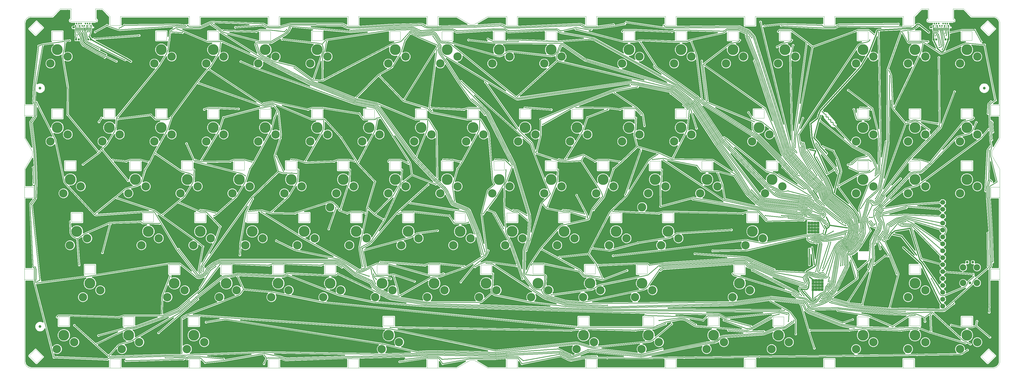
<source format=gtl>
%FSLAX46Y46*%
%OFA0.000000B0.000000*%
%SFA1B1*%
%MOMM*%
%AMFRECTNOHOLE10*
21,1,0.3000,1.1000,0.0000,0.0000,0*
%
%AMFRECTNOHOLE11*
21,1,0.6000,0.6500,0.0000,0.0000,0*
%
%AMFRECTNOHOLE12*
21,1,1.1000,1.1000,0.0000,0.0000,0*
%
%ADD10FRECTNOHOLE10*%
%ADD11FRECTNOHOLE11*%
%ADD12FRECTNOHOLE12*%
%ADD13C,0.0000X0.0000*%
%ADD14C,0.0001X0.0000*%
%ADD15C,0.4000X0.0000*%
%ADD16C,0.2159X0.0000*%
%ADD17C,0.4064X0.0000*%
%ADD18C,0.7620X0.0000*%
%ADD19C,0.1016X0.0000*%
%ADD20C,0.6000X0.0000*%
%ADD21C,1.1000X0.0000*%
%ADD22C,0.7000X0.0000*%
%ADD23C,1.0000X0.0000*%
%ADD24C,0.9906X0.0000*%
%ADD25C,2.3748X0.0000*%
%ADD26C,3.9878X0.0000*%
%ADD27C,3.0482X0.0000*%
%ADD28C,1.8000X0.0000*%
%ADD29C,7.0000X0.0000*%
%ADD30C,3.1250X0.0000*%
%LNKType-Front0*%
%LPD*%
G36*
X378717500Y-126843500D2*
X379262800Y-127069400D1*
X379724600Y-127531200D1*
X379974500Y-128134500D1*
X379974500Y-128787500D1*
X379724600Y-129390800D1*
X379262800Y-129852600D1*
X378659500Y-130102500D1*
X378006500Y-130102500D1*
X377403200Y-129852600D1*
X376941400Y-129390800D1*
X376917900Y-129334100D1*
X376900600Y-129360500D1*
X376854000Y-129415000D1*
X376827100Y-129439400D1*
X376745700Y-129513100D1*
X370235100Y-135409000D1*
X370537500Y-135711400D1*
X370537500Y-136255800D1*
X370152500Y-136640800D1*
X369951400Y-136640800D1*
X367170800Y-138809700D1*
X366932900Y-138995100D1*
X366895100Y-139024700D1*
X366809200Y-139070500D1*
X366763400Y-139085600D1*
X366192200Y-139273800D1*
X366146500Y-139288800D1*
X366050200Y-139303000D1*
X366002000Y-139301800D1*
X365703300Y-139294200D1*
X362861600Y-139223900D1*
X368244300Y-144179200D1*
X368244300Y-143648400D1*
X368629300Y-143263400D1*
X369173700Y-143263400D1*
X369346000Y-143435700D1*
X372188300Y-143998200D1*
X372188300Y-143977400D1*
X372188300Y-141136600D1*
X372188300Y-140675400D1*
X372514400Y-140349300D1*
X372975600Y-140349300D1*
X376324400Y-140349300D1*
X376785600Y-140349300D1*
X377111700Y-140675400D1*
X377111700Y-141136600D1*
X377111700Y-143900800D1*
X377520200Y-143751700D1*
X377681600Y-142831900D1*
X377648600Y-142798900D1*
X377648600Y-142254500D1*
X378033600Y-141869500D1*
X378578000Y-141869500D1*
X378963000Y-142254500D1*
X378963000Y-142798900D1*
X378800000Y-142961900D1*
X378627400Y-143945600D1*
X383140800Y-147722800D1*
X383322600Y-147722800D1*
X383707600Y-148107800D1*
X383707600Y-148652200D1*
X383322600Y-149037200D1*
X382778200Y-149037200D1*
X382393200Y-148652200D1*
X382393200Y-148562900D1*
X377905700Y-144807400D1*
X376906900Y-145172000D1*
X376905800Y-145172400D1*
X376867200Y-145186400D1*
X376844700Y-145194600D1*
X376821100Y-145200900D1*
X376787800Y-145234200D1*
X376620100Y-145234200D1*
X376595600Y-145234200D1*
X376555000Y-145234200D1*
X375243400Y-145234200D1*
X376036600Y-145562800D1*
X376725200Y-146251400D1*
X377097900Y-147151100D1*
X377097900Y-148124900D1*
X376725200Y-149024600D1*
X376036600Y-149713200D1*
X375417700Y-149969600D1*
X375950500Y-150273900D1*
X376240300Y-150273900D1*
X376481800Y-150515400D1*
X376481800Y-149784500D1*
X376783000Y-149057400D1*
X377339400Y-148501000D1*
X378066500Y-148199800D1*
X378853500Y-148199800D1*
X379580600Y-148501000D1*
X380137000Y-149057400D1*
X380438200Y-149784500D1*
X380438200Y-150571500D1*
X380137000Y-151298600D1*
X379580600Y-151855000D1*
X378853500Y-152156200D1*
X378066500Y-152156200D1*
X377339400Y-151855000D1*
X376783000Y-151298600D1*
X376625300Y-150917900D1*
X376625300Y-151203300D1*
X376240300Y-151588300D1*
X375695900Y-151588300D1*
X375310900Y-151203300D1*
X374699700Y-150854000D1*
X374378100Y-151175600D1*
X373833700Y-151175600D1*
X373615400Y-150957300D1*
X361175800Y-147198700D1*
X361173800Y-147198100D1*
X361165400Y-147195600D1*
X361142200Y-147188100D1*
X361120800Y-147180700D1*
X361101800Y-147173800D1*
X361091200Y-147169700D1*
X361089200Y-147168900D1*
X357417700Y-145732700D1*
X357417700Y-145751200D1*
X357296400Y-145872600D1*
X357675200Y-146251400D1*
X358047900Y-147151100D1*
X358047900Y-148124900D1*
X357675200Y-149024600D1*
X356986600Y-149713200D1*
X356086900Y-150085900D1*
X355113100Y-150085900D1*
X354213400Y-149713200D1*
X353524800Y-149024600D1*
X353152100Y-148124900D1*
X353152100Y-147151100D1*
X353524800Y-146251400D1*
X353728400Y-146047800D1*
X351105300Y-146350000D1*
X350966500Y-146488800D1*
X350422100Y-146488800D1*
X350312500Y-146379200D1*
X338284200Y-145910400D1*
X338625200Y-146251400D1*
X338997900Y-147151100D1*
X338997900Y-148124900D1*
X338625200Y-149024600D1*
X337936600Y-149713200D1*
X337036900Y-150085900D1*
X336063100Y-150085900D1*
X335163400Y-149713200D1*
X334474800Y-149024600D1*
X334102100Y-148124900D1*
X334102100Y-147151100D1*
X334474800Y-146251400D1*
X334679400Y-146046800D1*
X332018500Y-146351900D1*
X331879800Y-146490600D1*
X331335400Y-146490600D1*
X331240200Y-146395400D1*
X317533300Y-146394500D1*
X317438100Y-146489700D1*
X317375500Y-146489700D1*
X319130800Y-151903700D1*
X319359700Y-152132600D1*
X319359700Y-152677000D1*
X318974700Y-153062000D1*
X318430300Y-153062000D1*
X318045300Y-152677000D1*
X318045300Y-152200000D1*
X316093600Y-146180100D1*
X316090300Y-146169600D1*
X316085700Y-146154400D1*
X316084300Y-146149800D1*
X313374300Y-136911600D1*
X313160100Y-136697400D1*
X313160100Y-136344200D1*
X304224500Y-135287200D1*
X308357500Y-137583700D1*
X308370200Y-137591000D1*
X308395100Y-137605700D1*
X308407100Y-137613000D1*
X309949800Y-138576500D1*
X309995200Y-138604800D1*
X310017600Y-138618700D1*
X310060500Y-138651500D1*
X310079900Y-138669500D1*
X310159000Y-138742800D1*
X310178600Y-138760900D1*
X310214500Y-138801200D1*
X310230200Y-138822600D1*
X310262400Y-138866500D1*
X312215000Y-141533700D1*
X312268400Y-141606900D1*
X312294100Y-141642100D1*
X312334600Y-141720800D1*
X312348400Y-141762800D1*
X312404000Y-141931900D1*
X312417700Y-141973700D1*
X312431800Y-142060100D1*
X312432100Y-142104300D1*
X312432600Y-142193800D1*
X312454700Y-146847900D1*
X312551600Y-146944800D1*
X312551600Y-147489200D1*
X312166600Y-147874200D1*
X311622200Y-147874200D1*
X311237200Y-147489200D1*
X311237200Y-146944800D1*
X311330700Y-146851300D1*
X311314500Y-143447500D1*
X311244000Y-143494900D1*
X308340400Y-145449100D1*
X308238500Y-145517700D1*
X308207700Y-145538500D1*
X308141700Y-145571200D1*
X308107300Y-145583000D1*
X307874700Y-145662900D1*
X307840300Y-145674800D1*
X307768100Y-145689500D1*
X307730900Y-145692100D1*
X307608200Y-145700600D1*
X307150100Y-145732300D1*
X307669200Y-146251400D1*
X308041900Y-147151100D1*
X308041900Y-148124900D1*
X307669200Y-149024600D1*
X306980600Y-149713200D1*
X306080900Y-150085900D1*
X305107100Y-150085900D1*
X304207400Y-149713200D1*
X303518800Y-149024600D1*
X303146100Y-148124900D1*
X303146100Y-147151100D1*
X303366900Y-146618100D1*
X300786600Y-147685700D1*
X300710900Y-147717100D1*
X300689900Y-147725800D1*
X300647900Y-147739500D1*
X300625900Y-147744700D1*
X300465600Y-147782900D1*
X300443300Y-147788100D1*
X300399700Y-147794900D1*
X300377200Y-147796600D1*
X300294200Y-147802800D1*
X287000700Y-148790100D1*
X287268000Y-149057400D1*
X287569200Y-149784500D1*
X287569200Y-150571500D1*
X287268000Y-151298600D1*
X286711600Y-151855000D1*
X285984500Y-152156200D1*
X285197500Y-152156200D1*
X284470400Y-151855000D1*
X283914000Y-151298600D1*
X283612800Y-150571500D1*
X283612800Y-150382800D1*
X283322500Y-150568800D1*
X283298100Y-150584500D1*
X283246300Y-150610500D1*
X283218800Y-150621000D1*
X282685500Y-150823500D1*
X282658300Y-150833800D1*
X282602300Y-150848700D1*
X282573200Y-150853300D1*
X282293900Y-150897200D1*
X280500100Y-151179500D1*
X280918000Y-151597400D1*
X281219200Y-152324500D1*
X281219200Y-153111500D1*
X280918000Y-153838600D1*
X280361600Y-154395000D1*
X279634500Y-154696200D1*
X278847500Y-154696200D1*
X278120400Y-154395000D1*
X277564000Y-153838600D1*
X277262800Y-153111500D1*
X277262800Y-152324500D1*
X277515000Y-151715600D1*
X259216000Y-155409700D1*
X270650700Y-155282300D1*
X270750000Y-155183000D1*
X271294400Y-155183000D1*
X271385400Y-155274000D1*
X298182100Y-154968400D1*
X298281500Y-154869000D1*
X298825900Y-154869000D1*
X298917100Y-154960200D1*
X333184900Y-154586300D1*
X333233600Y-154537600D1*
X332889400Y-154395000D1*
X332333000Y-153838600D1*
X332031800Y-153111500D1*
X332031800Y-152324500D1*
X332333000Y-151597400D1*
X332889400Y-151041000D1*
X333616500Y-150739800D1*
X334403500Y-150739800D1*
X335130600Y-151041000D1*
X335687000Y-151597400D1*
X335988200Y-152324500D1*
X335988200Y-153111500D1*
X335687000Y-153838600D1*
X335130600Y-154395000D1*
X334718100Y-154565900D1*
X351868900Y-154324500D1*
X351383000Y-153838600D1*
X351081800Y-153111500D1*
X351081800Y-152324500D1*
X351383000Y-151597400D1*
X351939400Y-151041000D1*
X352666500Y-150739800D1*
X353453500Y-150739800D1*
X354180600Y-151041000D1*
X354737000Y-151597400D1*
X355038200Y-152324500D1*
X355038200Y-153111500D1*
X354737000Y-153838600D1*
X354285100Y-154290500D1*
X355978600Y-154266600D1*
X356079000Y-154166200D1*
X356623400Y-154166200D1*
X356713600Y-154256400D1*
X370656900Y-154062500D1*
X370433000Y-153838600D1*
X370131800Y-153111500D1*
X370131800Y-152324500D1*
X370433000Y-151597400D1*
X370989400Y-151041000D1*
X371716500Y-150739800D1*
X372503500Y-150739800D1*
X373230600Y-151041000D1*
X373787000Y-151597400D1*
X374088200Y-152324500D1*
X374088200Y-152941300D1*
X374180100Y-152876300D1*
X374180100Y-152827700D1*
X374565100Y-152442700D1*
X375109500Y-152442700D1*
X375494500Y-152827700D1*
X375494500Y-153372100D1*
X375109500Y-153757100D1*
X374881200Y-153757100D1*
X373523100Y-154717100D1*
X373288000Y-154883000D1*
X373253400Y-154907400D1*
X373177800Y-154945200D1*
X373137600Y-154958300D1*
X372595000Y-155134500D1*
X372554700Y-155147500D1*
X372471300Y-155161300D1*
X372429100Y-155161900D1*
X372144000Y-155165800D1*
X356723800Y-155380200D1*
X356623400Y-155480600D1*
X356079000Y-155480600D1*
X355989000Y-155390600D1*
X333928900Y-155701100D1*
X333828500Y-155801500D1*
X333284100Y-155801500D1*
X333192900Y-155710300D1*
X298925100Y-156084200D1*
X298825900Y-156183400D1*
X298281500Y-156183400D1*
X298190500Y-156092400D1*
X297540100Y-156099800D1*
X297609700Y-156169400D1*
X297609700Y-156630600D1*
X297609700Y-159145400D1*
X321769300Y-159145400D1*
X321769300Y-156630600D1*
X321769300Y-156169400D1*
X322095400Y-155843300D1*
X322556600Y-155843300D1*
X325905400Y-155843300D1*
X326366600Y-155843300D1*
X326692700Y-156169400D1*
X326692700Y-156630600D1*
X326692700Y-159145400D1*
X350852300Y-159145400D1*
X350852300Y-156630600D1*
X350852300Y-156169400D1*
X351178400Y-155843300D1*
X351639600Y-155843300D1*
X354988400Y-155843300D1*
X355449600Y-155843300D1*
X355775700Y-156169400D1*
X355775700Y-156630600D1*
X355775700Y-159145400D1*
X384150800Y-159145400D1*
X384519100Y-159113700D1*
X384852900Y-159024000D1*
X385165700Y-158878100D1*
X385448700Y-158680100D1*
X385693000Y-158435800D1*
X385891000Y-158152800D1*
X386036900Y-157839900D1*
X386125800Y-157507100D1*
X386158400Y-157137400D1*
X386158400Y-127746700D1*
X383643600Y-127746700D1*
X383511300Y-127746700D1*
X383519000Y-136198000D1*
X383518900Y-136209600D1*
X383515700Y-136370900D1*
X383515300Y-136382800D1*
X383412700Y-138891900D1*
X383493000Y-138972200D1*
X383493000Y-139516600D1*
X383108000Y-139901600D1*
X382563600Y-139901600D1*
X382178600Y-139516600D1*
X382178600Y-138972200D1*
X382289000Y-138861800D1*
X382391800Y-136348700D1*
X382392300Y-136336800D1*
X382394900Y-136199000D1*
X382395100Y-136187400D1*
X382387000Y-127423200D1*
X382386800Y-127190400D1*
X382386800Y-126957200D1*
X382386800Y-123743300D1*
X378717500Y-126843500D1*
X378717500Y-126843500D1*
G37*
%LNKType-Front1*%
%LPC*%
G36*
X311382200Y-150571500D2*
X311081000Y-151298600D1*
X310524600Y-151855000D1*
X309797500Y-152156200D1*
X309010500Y-152156200D1*
X308283400Y-151855000D1*
X307727000Y-151298600D1*
X307425800Y-150571500D1*
X307425800Y-149784500D1*
X307727000Y-149057400D1*
X308283400Y-148501000D1*
X309010500Y-148199800D1*
X309797500Y-148199800D1*
X310524600Y-148501000D1*
X311081000Y-149057400D1*
X311382200Y-149784500D1*
X311382200Y-150571500D1*
G37*
G36*
X342338200Y-150571500D2*
X342037000Y-151298600D1*
X341480600Y-151855000D1*
X340753500Y-152156200D1*
X339966500Y-152156200D1*
X339239400Y-151855000D1*
X338683000Y-151298600D1*
X338381800Y-150571500D1*
X338381800Y-149784500D1*
X338683000Y-149057400D1*
X339239400Y-148501000D1*
X339966500Y-148199800D1*
X340753500Y-148199800D1*
X341480600Y-148501000D1*
X342037000Y-149057400D1*
X342338200Y-149784500D1*
X342338200Y-150571500D1*
G37*
G36*
X385205600Y-154650300D2*
X385531700Y-154976400D1*
X385531700Y-155437600D1*
X385205600Y-155763700D1*
X382839700Y-158129600D1*
X382513600Y-158455700D1*
X382052400Y-158455700D1*
X381726300Y-158129600D1*
X379715400Y-156118700D1*
X379389300Y-155792600D1*
X379389300Y-155331400D1*
X379715400Y-155005300D1*
X382081300Y-152639400D1*
X382407400Y-152313300D1*
X382868600Y-152313300D1*
X383194700Y-152639400D1*
X385205600Y-154650300D1*
G37*
G36*
X305032200Y-153111500D2*
X304731000Y-153838600D1*
X304174600Y-154395000D1*
X303447500Y-154696200D1*
X302660500Y-154696200D1*
X301933400Y-154395000D1*
X301377000Y-153838600D1*
X301075800Y-153111500D1*
X301075800Y-152324500D1*
X301377000Y-151597400D1*
X301933400Y-151041000D1*
X302660500Y-150739800D1*
X303447500Y-150739800D1*
X304174600Y-151041000D1*
X304731000Y-151597400D1*
X305032200Y-152324500D1*
X305032200Y-153111500D1*
G37*
G36*
X361388200Y-150571500D2*
X361087000Y-151298600D1*
X360530600Y-151855000D1*
X359803500Y-152156200D1*
X359016500Y-152156200D1*
X358289400Y-151855000D1*
X357733000Y-151298600D1*
X357431800Y-150571500D1*
X357431800Y-149784500D1*
X357733000Y-149057400D1*
X358289400Y-148501000D1*
X359016500Y-148199800D1*
X359803500Y-148199800D1*
X360530600Y-148501000D1*
X361087000Y-149057400D1*
X361388200Y-149784500D1*
X361388200Y-150571500D1*
G37*
%LNKType-Front2*%
%LPD*%
G36*
X35356000Y-127042200D2*
X35491400Y-127177600D1*
X35491400Y-127710900D1*
X50956200Y-125618900D1*
X50725900Y-125388600D1*
X50725900Y-124927400D1*
X50725900Y-122086600D1*
X50725900Y-121625400D1*
X51052000Y-121299300D1*
X51513200Y-121299300D1*
X54862000Y-121299300D1*
X55323200Y-121299300D1*
X55649300Y-121625400D1*
X55649300Y-122086600D1*
X55649300Y-124927400D1*
X55649300Y-124971900D1*
X81950400Y-120861400D1*
X81982000Y-120829800D1*
X81999700Y-120829800D1*
X82204000Y-120829800D1*
X82214800Y-120829800D1*
X82465300Y-120829800D1*
X86042500Y-120829800D1*
X86122700Y-120829800D1*
X86170900Y-120829800D1*
X86275300Y-120829800D1*
X86306100Y-120860600D1*
X86311200Y-120862400D1*
X86462300Y-120916200D1*
X86508000Y-120932500D1*
X86591900Y-120979800D1*
X86629200Y-121010300D1*
X86691300Y-121061000D1*
X90400200Y-124086500D1*
X84819400Y-116799100D1*
X84817700Y-116797000D1*
X84809500Y-116786300D1*
X84788800Y-116757800D1*
X84770500Y-116730800D1*
X84753200Y-116703700D1*
X84744600Y-116689300D1*
X79090500Y-107205900D1*
X79013200Y-107283200D1*
X78468800Y-107283200D1*
X78370300Y-107184700D1*
X75260900Y-107157000D1*
X75999100Y-107462800D1*
X76687700Y-108151400D1*
X77060400Y-109051100D1*
X77060400Y-110024900D1*
X76687700Y-110924600D1*
X75999100Y-111613200D1*
X75099400Y-111985900D1*
X74125600Y-111985900D1*
X73225900Y-111613200D1*
X72537300Y-110924600D1*
X72164600Y-110024900D1*
X72164600Y-109051100D1*
X72537300Y-108151400D1*
X73225900Y-107462800D1*
X73991400Y-107145700D1*
X72698400Y-107134200D1*
X72609500Y-107133300D1*
X72557200Y-107132800D1*
X72454000Y-107112300D1*
X72404700Y-107092400D1*
X72241300Y-107026400D1*
X72191800Y-107006300D1*
X72103300Y-106949400D1*
X72064800Y-106912800D1*
X72001600Y-106852800D1*
X71810400Y-106671600D1*
X71661700Y-106671600D1*
X71579400Y-106589300D1*
X61236400Y-106956100D1*
X61236400Y-107254800D1*
X61034000Y-107457200D1*
X58446100Y-117130100D1*
X58448200Y-117132200D1*
X58448200Y-117676600D1*
X58063200Y-118061600D1*
X57518800Y-118061600D1*
X57133800Y-117676600D1*
X57133800Y-117132200D1*
X57336200Y-116929800D1*
X59921400Y-107267000D1*
X53045900Y-110275300D1*
X53349400Y-110401000D1*
X53905800Y-110957400D1*
X54207000Y-111684500D1*
X54207000Y-112471500D1*
X53905800Y-113198600D1*
X53349400Y-113755000D1*
X52622300Y-114056200D1*
X51835300Y-114056200D1*
X51108200Y-113755000D1*
X50551800Y-113198600D1*
X50250600Y-112471500D1*
X50250600Y-111821100D1*
X50058400Y-111951700D1*
X50056300Y-111953100D1*
X50045300Y-111960500D1*
X49185100Y-112537900D1*
X49797000Y-121495500D1*
X49917700Y-121616200D1*
X49917700Y-122160600D1*
X49532700Y-122545600D1*
X48988300Y-122545600D1*
X48603300Y-122160600D1*
X48603300Y-121616200D1*
X48673800Y-121545700D1*
X48063700Y-112613900D1*
X47133700Y-112157700D1*
X46843600Y-112015100D1*
X46809200Y-111998100D1*
X46746400Y-111955900D1*
X46717800Y-111930400D1*
X46238900Y-111504000D1*
X46210300Y-111478500D1*
X46161100Y-111421100D1*
X46140300Y-111388900D1*
X45792700Y-110849900D1*
X45771900Y-110817600D1*
X45739900Y-110749100D1*
X45728500Y-110712500D1*
X45537700Y-110100300D1*
X45526300Y-110063800D1*
X45513700Y-109989200D1*
X45512500Y-109950900D1*
X45502300Y-109628400D1*
X45402500Y-106393200D1*
X45295900Y-106286600D1*
X45295900Y-105742200D1*
X45680900Y-105357200D1*
X45955800Y-105357200D1*
X45955800Y-103036600D1*
X45955800Y-102575400D1*
X46281900Y-102249300D1*
X46743100Y-102249300D1*
X50094400Y-102249300D1*
X50555600Y-102249300D1*
X50881700Y-102575400D1*
X50881700Y-103036600D1*
X50881700Y-105877400D1*
X50881700Y-106338600D1*
X50555600Y-106664700D1*
X50094400Y-106664700D1*
X46743100Y-106664700D1*
X46535400Y-106664700D1*
X46574100Y-107920900D1*
X47032200Y-107462800D1*
X47931900Y-107090100D1*
X48905700Y-107090100D1*
X49805400Y-107462800D1*
X50494000Y-108151400D1*
X50866700Y-109051100D1*
X50866700Y-110024900D1*
X50855800Y-110051000D1*
X50923400Y-110005000D1*
X50934000Y-109997800D1*
X50956500Y-109984000D1*
X50967700Y-109977800D1*
X51120500Y-109893300D1*
X51132400Y-109886700D1*
X51156200Y-109875000D1*
X51167900Y-109869900D1*
X51248200Y-109834900D1*
X60127300Y-105949900D1*
X60176200Y-105928500D1*
X60200200Y-105918000D1*
X60250600Y-105901400D1*
X60276400Y-105895500D1*
X60380600Y-105871700D1*
X60406800Y-105865700D1*
X60460300Y-105858800D1*
X60486800Y-105857900D1*
X60539300Y-105856100D1*
X60540300Y-105856100D1*
X71553300Y-105465600D1*
X71661700Y-105357200D1*
X72150800Y-105357200D1*
X72150800Y-103036600D1*
X72150800Y-102942700D1*
X55355600Y-104112200D1*
X55228500Y-104121200D1*
X55165400Y-104125600D1*
X55041800Y-104106700D1*
X54983100Y-104083600D1*
X54745100Y-103990000D1*
X54686700Y-103967000D1*
X54583300Y-103896700D1*
X54540200Y-103850700D1*
X54453300Y-103757800D1*
X43906400Y-92480600D1*
X43686100Y-92244900D1*
X43660200Y-92217300D1*
X43615900Y-92154800D1*
X43598200Y-92120800D1*
X43301800Y-91552100D1*
X43284100Y-91518100D1*
X43258500Y-91446900D1*
X43250500Y-91409400D1*
X43183300Y-91093800D1*
X40341500Y-77708600D1*
X39855600Y-78194500D1*
X39128500Y-78495700D1*
X38341500Y-78495700D1*
X37614400Y-78194500D1*
X37058000Y-77638100D1*
X36756800Y-76911000D1*
X36756800Y-76124000D1*
X37058000Y-75396900D1*
X37614400Y-74840500D1*
X38341500Y-74539300D1*
X39128500Y-74539300D1*
X39243300Y-74586900D1*
X34008100Y-64219600D1*
X34008100Y-66759700D1*
X34008100Y-66992500D1*
X34008100Y-67134600D1*
X34008100Y-67176800D1*
X34008100Y-67367400D1*
X33941500Y-67434000D1*
X33898200Y-67573100D1*
X33885600Y-67613700D1*
X33848100Y-67690500D1*
X33824100Y-67725300D1*
X33742900Y-67842900D1*
X32559900Y-69554600D1*
X32559900Y-69789300D1*
X32504000Y-69845200D1*
X33618200Y-80025100D1*
X33619500Y-80038900D1*
X33623200Y-80082700D1*
X33624100Y-80095200D1*
X33988500Y-85974100D1*
X33989000Y-85983500D1*
X33990600Y-86018900D1*
X33991000Y-86028800D1*
X34149600Y-91776300D1*
X34149800Y-91791800D1*
X34149800Y-91848300D1*
X34149600Y-91863400D1*
X34007600Y-97131800D1*
X34003700Y-97271000D1*
X34002500Y-97311900D1*
X33988200Y-97393200D1*
X33975200Y-97432400D1*
X33888200Y-97694200D1*
X33875100Y-97733600D1*
X33837900Y-97807300D1*
X33814100Y-97841000D1*
X33734700Y-97953500D1*
X32528600Y-99664400D1*
X32528600Y-99893500D1*
X32471600Y-99950500D1*
X35356000Y-127042200D1*
X35356000Y-127042200D1*
G37*
%LNKType-Front3*%
%LPC*%
G36*
X80400700Y-112471500D2*
X80099500Y-113198600D1*
X79543100Y-113755000D1*
X78816000Y-114056200D1*
X78029000Y-114056200D1*
X77301900Y-113755000D1*
X76745500Y-113198600D1*
X76444300Y-112471500D1*
X76444300Y-111684500D1*
X76745500Y-110957400D1*
X77301900Y-110401000D1*
X78029000Y-110099800D1*
X78816000Y-110099800D1*
X79543100Y-110401000D1*
X80099500Y-110957400D1*
X80400700Y-111684500D1*
X80400700Y-112471500D1*
G37*
G36*
X74050700Y-115011500D2*
X73749500Y-115738600D1*
X73193100Y-116295000D1*
X72466000Y-116596200D1*
X71679000Y-116596200D1*
X70951900Y-116295000D1*
X70395500Y-115738600D1*
X70094300Y-115011500D1*
X70094300Y-114224500D1*
X70395500Y-113497400D1*
X70951900Y-112941000D1*
X71679000Y-112639800D1*
X72466000Y-112639800D1*
X73193100Y-112941000D1*
X73749500Y-113497400D1*
X74050700Y-114224500D1*
X74050700Y-115011500D1*
G37*
G36*
X47857000Y-115011500D2*
X47555800Y-115738600D1*
X46999400Y-116295000D1*
X46272300Y-116596200D1*
X45485300Y-116596200D1*
X44758200Y-116295000D1*
X44201800Y-115738600D1*
X43900600Y-115011500D1*
X43900600Y-114224500D1*
X44201800Y-113497400D1*
X44758200Y-112941000D1*
X45485300Y-112639800D1*
X46272300Y-112639800D1*
X46999400Y-112941000D1*
X47555800Y-113497400D1*
X47857000Y-114224500D1*
X47857000Y-115011500D1*
G37*
G36*
X45475700Y-95961000D2*
X45174500Y-96688100D1*
X44618100Y-97244500D1*
X43891000Y-97545700D1*
X43104000Y-97545700D1*
X42376900Y-97244500D1*
X41820500Y-96688100D1*
X41519300Y-95961000D1*
X41519300Y-95174000D1*
X41820500Y-94446900D1*
X42376900Y-93890500D1*
X43104000Y-93589300D1*
X43891000Y-93589300D1*
X44618100Y-93890500D1*
X45174500Y-94446900D1*
X45475700Y-95174000D1*
X45475700Y-95961000D1*
G37*
%LNKType-Front4*%
%LPD*%
G36*
X55769400Y-36600000D2*
X55390200Y-36979200D1*
X54845800Y-36979200D1*
X54460800Y-36594200D1*
X54460800Y-36049800D1*
X54845800Y-35664800D1*
X55139500Y-35664800D1*
X58803700Y-33599900D1*
X59182900Y-33220700D1*
X59727300Y-33220700D1*
X60022400Y-33515800D1*
X60022400Y-30901100D1*
X57579800Y-28458500D1*
X55827000Y-28458500D1*
X55827000Y-31228000D1*
X55882000Y-31283000D1*
X55962200Y-31320400D1*
X55965200Y-31328600D1*
X55973900Y-31330100D1*
X56024700Y-31402700D1*
X56096900Y-31453300D1*
X56098400Y-31461700D1*
X56106200Y-31464500D1*
X56143600Y-31544600D1*
X56206400Y-31607400D1*
X56206400Y-31615900D1*
X56213500Y-31620000D1*
X56236600Y-31705800D1*
X56287600Y-31778800D1*
X56286200Y-31786900D1*
X56292700Y-31792400D1*
X56300400Y-31880600D1*
X56337700Y-31960500D1*
X56334800Y-31968600D1*
X56340200Y-31975100D1*
X56332500Y-32062900D1*
X56355600Y-32148700D1*
X56351200Y-32156400D1*
X56355600Y-32164100D1*
X56332600Y-32249800D1*
X56340200Y-32337700D1*
X56334800Y-32344200D1*
X56337700Y-32352300D1*
X56300400Y-32432400D1*
X56292700Y-32520400D1*
X56286200Y-32525900D1*
X56287600Y-32534000D1*
X56236600Y-32607000D1*
X56213500Y-32692800D1*
X56206400Y-32696900D1*
X56206400Y-32705400D1*
X56143600Y-32768200D1*
X56106200Y-32848300D1*
X56098400Y-32851100D1*
X56096900Y-32859500D1*
X56024700Y-32910100D1*
X55973900Y-32982700D1*
X55965200Y-32984200D1*
X55962200Y-32992400D1*
X55882000Y-33029800D1*
X55819400Y-33092400D1*
X55810900Y-33092400D1*
X55806800Y-33099500D1*
X55721400Y-33122500D1*
X55648500Y-33173500D1*
X55640000Y-33172000D1*
X55634400Y-33178700D1*
X55546000Y-33186400D1*
X55502700Y-33206600D1*
X55501000Y-33208300D1*
X55499000Y-33208300D1*
X55466000Y-33223700D1*
X55423700Y-33208300D1*
X55402000Y-33208300D1*
X55278100Y-33241600D1*
X55230100Y-33213900D1*
X55089100Y-33226200D1*
X55067800Y-33208300D1*
X53954000Y-33208300D1*
X53954000Y-33396000D1*
X54354000Y-33796000D1*
X54354000Y-34094000D1*
X54539500Y-34094000D1*
X54584600Y-34094000D1*
X54668200Y-34128600D1*
X54700400Y-34160700D1*
X54897600Y-34357900D1*
X54929500Y-34389700D1*
X54964300Y-34473300D1*
X54964300Y-34518800D1*
X54964300Y-34797800D1*
X54964300Y-34842900D1*
X54929700Y-34926500D1*
X54897600Y-34958700D1*
X54700400Y-35155900D1*
X54668600Y-35187800D1*
X54585000Y-35222600D1*
X54539500Y-35222600D1*
X54260500Y-35222600D1*
X54215400Y-35222600D1*
X54154000Y-35197200D1*
X54154000Y-35680200D1*
X54154000Y-35868300D1*
X54154000Y-36056400D1*
X54065400Y-36145000D1*
X54061500Y-36371800D1*
X54060700Y-36420200D1*
X54060300Y-36445600D1*
X54055000Y-36495400D1*
X54050000Y-36520400D1*
X54030800Y-36617100D1*
X54026100Y-36641500D1*
X54012000Y-36689500D1*
X54002700Y-36713300D1*
X53984400Y-36759700D1*
X53570700Y-37808200D1*
X53934600Y-38225700D1*
X53935700Y-38226900D1*
X53959900Y-38254800D1*
X53998200Y-38298900D1*
X54020900Y-38337000D1*
X54074100Y-38337000D1*
X54232000Y-38494900D1*
X54552100Y-38174700D1*
X55096500Y-38174700D1*
X55166000Y-38244200D1*
X70872600Y-37125700D1*
X70994500Y-37003800D1*
X71538900Y-37003800D1*
X71923900Y-37388800D1*
X71923900Y-37933200D1*
X71538900Y-38318200D1*
X70994500Y-38318200D1*
X70925000Y-38248700D1*
X55503000Y-39347000D1*
X66691900Y-45487600D1*
X66706000Y-45495500D1*
X66736100Y-45513000D1*
X66751900Y-45522500D1*
X68376900Y-46529200D1*
X68462000Y-46529200D1*
X68847000Y-46914200D1*
X68847000Y-47458600D1*
X68462000Y-47843600D1*
X67917600Y-47843600D1*
X67779000Y-47705000D1*
X66634200Y-46995800D1*
X66330200Y-47299800D1*
X65785800Y-47299800D1*
X65460500Y-46974500D1*
X57146800Y-42870800D1*
X57146800Y-42944200D1*
X57103400Y-42987600D1*
X59187100Y-44046800D1*
X59301800Y-44046800D1*
X59686800Y-44431800D1*
X59686800Y-44976200D1*
X59672400Y-44990600D1*
X62817000Y-46485200D1*
X63162600Y-46485200D1*
X63547600Y-46870200D1*
X63547600Y-47414600D1*
X63162600Y-47799600D1*
X62618200Y-47799600D1*
X62305100Y-47486500D1*
X59242000Y-46030600D1*
X58895400Y-46377200D1*
X58351000Y-46377200D1*
X57999500Y-46025700D1*
X55433400Y-44667200D1*
X55426000Y-44663200D1*
X55382800Y-44639500D1*
X55375800Y-44635600D1*
X50809000Y-42045500D1*
X50548000Y-41897600D1*
X50517700Y-41880300D1*
X50461700Y-41838700D1*
X50436900Y-41814900D1*
X49998900Y-41396400D1*
X49973700Y-41372300D1*
X49929600Y-41318300D1*
X49911300Y-41289200D1*
X49591100Y-40779900D1*
X49572800Y-40750800D1*
X49543200Y-40687700D1*
X49532600Y-40655000D1*
X49346100Y-40083100D1*
X49335300Y-40050300D1*
X49322000Y-39981800D1*
X49319700Y-39947500D1*
X49316100Y-39895000D1*
X48841000Y-39895000D1*
X48652900Y-39895000D1*
X48641000Y-39883100D1*
X48629100Y-39895000D1*
X48441000Y-39895000D1*
X47841000Y-39895000D1*
X47652900Y-39895000D1*
X47387000Y-39629100D1*
X47387000Y-39441000D1*
X47387000Y-38791000D1*
X47387000Y-38602900D1*
X47475800Y-38514100D1*
X47475800Y-38481000D1*
X47475800Y-38208800D1*
X47503400Y-38181200D1*
X47407000Y-37677400D1*
X47400900Y-37645700D1*
X47398000Y-37630200D1*
X47393700Y-37598100D1*
X47392400Y-37581500D1*
X47387600Y-37517500D1*
X47386400Y-37501300D1*
X47385800Y-37469900D1*
X47386400Y-37454200D1*
X47387600Y-37422900D1*
X47446000Y-35858300D1*
X47446000Y-35854300D1*
X47446000Y-35851300D1*
X47446000Y-35760300D1*
X47446000Y-35747200D1*
X47446000Y-35462300D1*
X46742000Y-35462300D1*
X46271000Y-34991300D1*
X46271000Y-34325300D1*
X46742000Y-33854300D1*
X47246000Y-33854300D1*
X47246000Y-33796000D1*
X47646000Y-33396000D1*
X47646000Y-33208300D1*
X46532200Y-33208300D1*
X46510900Y-33226200D1*
X46369900Y-33213900D1*
X46321900Y-33241600D1*
X46198100Y-33208300D1*
X46176200Y-33208300D1*
X46134000Y-33223700D1*
X46100900Y-33208300D1*
X46099000Y-33208300D1*
X46097300Y-33206600D1*
X46054000Y-33186400D1*
X45965600Y-33178700D1*
X45960000Y-33172000D1*
X45951500Y-33173500D1*
X45878600Y-33122400D1*
X45793200Y-33099500D1*
X45789100Y-33092400D1*
X45780600Y-33092400D1*
X45718000Y-33029800D1*
X45637800Y-32992400D1*
X45634800Y-32984200D1*
X45626100Y-32982700D1*
X45575300Y-32910100D1*
X45503100Y-32859500D1*
X45501600Y-32851100D1*
X45493800Y-32848300D1*
X45456400Y-32768200D1*
X45393600Y-32705400D1*
X45393600Y-32696900D1*
X45386500Y-32692800D1*
X45363400Y-32607000D1*
X45312400Y-32534000D1*
X45313800Y-32525900D1*
X45307300Y-32520400D1*
X45299600Y-32432200D1*
X45262300Y-32352300D1*
X45265200Y-32344200D1*
X45259800Y-32337700D1*
X45267500Y-32249900D1*
X45244400Y-32164100D1*
X45248800Y-32156400D1*
X45244400Y-32148700D1*
X45267400Y-32063000D1*
X45259800Y-31975100D1*
X45265200Y-31968600D1*
X45262300Y-31960500D1*
X45299600Y-31880400D1*
X45307300Y-31792400D1*
X45313800Y-31786900D1*
X45312400Y-31778800D1*
X45363400Y-31705800D1*
X45386500Y-31620000D1*
X45393600Y-31615900D1*
X45393600Y-31607400D1*
X45456400Y-31544600D1*
X45493800Y-31464500D1*
X45501600Y-31461700D1*
X45503100Y-31453300D1*
X45575300Y-31402700D1*
X45626100Y-31330100D1*
X45634800Y-31328600D1*
X45637800Y-31320400D1*
X45718000Y-31283000D1*
X45773000Y-31228000D1*
X45773000Y-28458500D1*
X42496200Y-28458500D1*
X40053600Y-30901100D1*
X39727600Y-31227100D1*
X39266400Y-31227100D1*
X31774600Y-31227100D1*
X31405700Y-31259400D1*
X31072500Y-31348700D1*
X30759600Y-31494600D1*
X30476500Y-31692700D1*
X30232100Y-31937100D1*
X30034000Y-32220100D1*
X29888200Y-32532800D1*
X29798900Y-32866200D1*
X29766600Y-33235000D1*
X29766600Y-62625800D1*
X32062600Y-62625800D1*
X32012600Y-62491100D1*
X31760200Y-62238700D1*
X31760200Y-61694300D1*
X31868300Y-61586200D1*
X32032800Y-56858800D1*
X32034500Y-56810000D1*
X32035800Y-56787000D1*
X32042900Y-56693600D1*
X32045200Y-56670400D1*
X32051000Y-56621200D1*
X33794800Y-41797300D1*
X33741800Y-41744300D1*
X33741800Y-41199900D1*
X34126800Y-40814900D1*
X34528300Y-40814900D1*
X35389300Y-40470000D1*
X35420500Y-40457500D1*
X35436500Y-40451100D1*
X35468200Y-40440600D1*
X35484300Y-40436300D1*
X35550100Y-40418700D1*
X35566500Y-40414300D1*
X35600200Y-40407400D1*
X35616700Y-40405100D1*
X35650700Y-40400300D1*
X39066100Y-39916900D1*
X38813300Y-39664100D1*
X38813300Y-39202900D1*
X38813300Y-36362100D1*
X38813300Y-35900900D1*
X39139400Y-35574800D1*
X39600600Y-35574800D1*
X42949400Y-35574800D1*
X43410600Y-35574800D1*
X43736700Y-35900900D1*
X43736700Y-36362100D1*
X43736700Y-39122800D1*
X43746500Y-39119900D1*
X43766600Y-39115500D1*
X43845800Y-39098200D1*
X43865200Y-39094000D1*
X43905000Y-39088200D1*
X43925600Y-39086700D1*
X43966100Y-39083800D1*
X45421100Y-38979100D1*
X45543200Y-38857000D1*
X46087600Y-38857000D1*
X46472600Y-39242000D1*
X46472600Y-39786400D1*
X46087600Y-40171400D1*
X45543200Y-40171400D1*
X45474100Y-40102300D1*
X44704000Y-40157700D1*
X44704000Y-40480300D1*
X44552500Y-40631800D1*
X44161800Y-43287200D1*
X44159300Y-43302800D1*
X44136500Y-43432400D1*
X44133600Y-43447700D1*
X44087100Y-43674700D1*
X44691500Y-43424300D1*
X45478500Y-43424300D1*
X46205600Y-43725500D1*
X46762000Y-44281900D1*
X47063200Y-45009000D1*
X47063200Y-45796000D1*
X46762000Y-46523100D1*
X46205600Y-47079500D1*
X45478500Y-47380700D1*
X44691500Y-47380700D1*
X44035300Y-47108900D1*
X45634800Y-56398600D1*
X45663300Y-56563700D1*
X45665400Y-56575900D1*
X45668500Y-56600200D1*
X45669600Y-56612900D1*
X45698000Y-56955700D1*
X45699000Y-56968100D1*
X45700000Y-56992600D1*
X45699900Y-57005400D1*
X45698900Y-57173800D1*
X45648600Y-66360000D1*
X45741800Y-66453200D1*
X45741800Y-66639500D1*
X56396100Y-79582800D1*
X56481300Y-79582800D1*
X56584700Y-79686200D1*
X56969300Y-79113300D1*
X56987800Y-79085700D1*
X56997100Y-79071700D1*
X57017300Y-79045200D1*
X57028200Y-79032500D1*
X57071300Y-78982300D1*
X57082100Y-78969800D1*
X57104500Y-78946500D1*
X57116800Y-78935200D1*
X57141100Y-78912800D1*
X57593300Y-78495700D1*
X57391500Y-78495700D1*
X56664400Y-78194500D1*
X56108000Y-77638100D1*
X55806800Y-76911000D1*
X55806800Y-76124000D1*
X56108000Y-75396900D1*
X56664400Y-74840500D1*
X57391500Y-74539300D1*
X58178500Y-74539300D1*
X58905600Y-74840500D1*
X59462000Y-75396900D1*
X59686600Y-75939000D1*
X60977400Y-73816800D1*
X60811900Y-73885400D1*
X59838100Y-73885400D1*
X58938400Y-73512700D1*
X58249800Y-72824100D1*
X57877100Y-71924400D1*
X57877100Y-70950600D1*
X58249800Y-70050900D1*
X58938400Y-69362300D1*
X59838100Y-68989600D1*
X60811900Y-68989600D1*
X61711600Y-69362300D1*
X62259500Y-69910200D1*
X62377300Y-68565200D1*
X61999400Y-68565200D1*
X58650600Y-68565200D1*
X58189400Y-68565200D1*
X57934200Y-68310000D1*
X57673100Y-68571100D1*
X57657200Y-68571100D1*
X57186000Y-69339700D1*
X57186000Y-69608600D1*
X56801000Y-69993600D1*
X56256600Y-69993600D1*
X55871600Y-69608600D1*
X55871600Y-69064200D1*
X56256600Y-68679200D1*
X56272500Y-68679200D1*
X56743700Y-67910600D1*
X56743700Y-67641700D1*
X57128700Y-67256700D1*
X57673100Y-67256700D1*
X57863300Y-67446900D1*
X57863300Y-64937100D1*
X57863300Y-64475900D1*
X58189400Y-64149800D1*
X58650600Y-64149800D1*
X61999400Y-64149800D1*
X62460600Y-64149800D1*
X62786700Y-64475900D1*
X62786700Y-64937100D1*
X62786700Y-67272400D1*
X62807400Y-67272400D1*
X76932000Y-49920700D1*
X76441500Y-49920700D1*
X75714400Y-49619500D1*
X75158000Y-49063100D1*
X74856800Y-48336000D1*
X74856800Y-47549000D1*
X75158000Y-46821900D1*
X75714400Y-46265500D1*
X76441500Y-45964300D1*
X77228500Y-45964300D1*
X77955600Y-46265500D1*
X78512000Y-46821900D1*
X78736600Y-47364000D1*
X80027400Y-45241800D1*
X79861900Y-45310400D1*
X78888100Y-45310400D1*
X77988400Y-44937700D1*
X77299800Y-44249100D1*
X76927100Y-43349400D1*
X76927100Y-42375600D1*
X77299800Y-41475900D1*
X77988400Y-40787300D1*
X78888100Y-40414600D1*
X79861900Y-40414600D1*
X80761600Y-40787300D1*
X81378800Y-41404500D1*
X81575700Y-39925100D1*
X81510600Y-39990200D1*
X81049400Y-39990200D1*
X77700600Y-39990200D1*
X77239400Y-39990200D1*
X76913300Y-39664100D1*
X76913300Y-39202900D1*
X76913300Y-36362100D1*
X76913300Y-35900900D1*
X77239400Y-35574800D1*
X77700600Y-35574800D1*
X81049400Y-35574800D1*
X81510600Y-35574800D1*
X81836700Y-35900900D1*
X81836700Y-36362100D1*
X81836700Y-37947000D1*
X82070400Y-36167600D1*
X82087700Y-36036200D1*
X82096100Y-35972000D1*
X82142100Y-35850300D1*
X82178300Y-35796300D1*
X82326100Y-35576200D1*
X82362400Y-35522200D1*
X82457600Y-35433600D1*
X82514100Y-35401400D1*
X82629000Y-35335800D1*
X83506100Y-34834700D1*
X64049800Y-36126500D1*
X63994500Y-36130100D1*
X63967500Y-36131900D1*
X63913600Y-36130200D1*
X63886300Y-36126700D1*
X63777400Y-36112700D1*
X63749800Y-36109200D1*
X63696300Y-36096900D1*
X63670200Y-36088100D1*
X63617800Y-36070500D1*
X60253600Y-34945600D1*
X60251800Y-34945000D1*
X60231100Y-34938000D1*
X60219200Y-34934000D1*
X60196400Y-34925100D1*
X60184700Y-34920000D1*
X60145400Y-34902700D1*
X60133500Y-34897400D1*
X60110700Y-34886100D1*
X60099500Y-34879900D1*
X60080900Y-34869600D1*
X60079800Y-34869000D1*
X59480200Y-34535100D1*
X59433600Y-34535100D1*
X55769400Y-36600000D1*
X55769400Y-36600000D1*
G37*
%LNKType-Front5*%
%LPC*%
G36*
X33843400Y-37733700D2*
X33517300Y-38059800D1*
X33056100Y-38059800D1*
X32730000Y-37733700D1*
X30719300Y-35723000D1*
X30393200Y-35396900D1*
X30393200Y-34935700D1*
X30719300Y-34609600D1*
X33085600Y-32243300D1*
X33411700Y-31917200D1*
X33872900Y-31917200D1*
X34199000Y-32243300D1*
X36209700Y-34254000D1*
X36535800Y-34580100D1*
X36535800Y-35041300D1*
X36209700Y-35367400D1*
X33843400Y-37733700D1*
G37*
%LNKType-Front6*%
%LPD*%
G36*
X242889200Y-139663200D2*
X242870700Y-139662800D1*
X242867100Y-139662700D1*
X233833200Y-139403100D1*
X233831000Y-139403000D1*
X233809500Y-139402300D1*
X176721100Y-137523700D1*
X176709800Y-137523200D1*
X176574300Y-137516000D1*
X176562500Y-137515300D1*
X157617800Y-136109400D1*
X157616800Y-136109300D1*
X157559800Y-136105200D1*
X157524300Y-136101500D1*
X157410100Y-136085900D1*
X157376200Y-136080200D1*
X157318100Y-136068600D1*
X144617900Y-133528600D1*
X144534800Y-133511900D1*
X144522600Y-133509500D1*
X144498800Y-133503600D1*
X144486600Y-133500000D1*
X144328600Y-133453500D1*
X144316800Y-133450000D1*
X144293600Y-133442100D1*
X144282600Y-133437800D1*
X144205900Y-133407800D1*
X125779600Y-126196300D1*
X125530100Y-126196300D1*
X124723300Y-126536500D1*
X124636100Y-126573200D1*
X124610300Y-126584100D1*
X124556800Y-126600600D1*
X124528900Y-126606200D1*
X124395900Y-126633000D1*
X124374800Y-126654100D1*
X124262700Y-126654100D1*
X124235200Y-126654100D1*
X124142000Y-126654100D1*
X123765900Y-126654100D1*
X124313200Y-127201400D1*
X124685900Y-128101100D1*
X124685900Y-129074900D1*
X124313200Y-129974600D1*
X123624600Y-130663200D1*
X122724900Y-131035900D1*
X121751100Y-131035900D1*
X120851400Y-130663200D1*
X120162800Y-129974600D1*
X119790100Y-129074900D1*
X119790100Y-128101100D1*
X120162800Y-127201400D1*
X120710100Y-126654100D1*
X120332000Y-126654100D1*
X120320200Y-126654000D1*
X120099200Y-126654100D1*
X120090500Y-126645400D1*
X108043300Y-126155000D1*
X108043300Y-126216900D1*
X109907500Y-130287600D1*
X119928100Y-131230700D1*
X119980500Y-131235700D1*
X120010200Y-131239400D1*
X120111200Y-131254500D1*
X120141400Y-131259800D1*
X120193300Y-131270500D1*
X124318900Y-132122800D1*
X124069800Y-131521500D1*
X124069800Y-130734500D1*
X124371000Y-130007400D1*
X124927400Y-129451000D1*
X125654500Y-129149800D1*
X126441500Y-129149800D1*
X127168600Y-129451000D1*
X127725000Y-130007400D1*
X128026200Y-130734500D1*
X128026200Y-131521500D1*
X127725000Y-132248600D1*
X127254000Y-132719600D1*
X137023300Y-134673500D1*
X136769800Y-134061500D1*
X136769800Y-133274500D1*
X137071000Y-132547400D1*
X137627400Y-131991000D1*
X138354500Y-131689800D1*
X139141500Y-131689800D1*
X139868600Y-131991000D1*
X140425000Y-132547400D1*
X140726200Y-133274500D1*
X140726200Y-134061500D1*
X140425000Y-134788600D1*
X140085000Y-135128600D1*
X231688300Y-144055400D1*
X231688300Y-143977400D1*
X231688300Y-141136600D1*
X231688300Y-140675400D1*
X232014400Y-140349300D1*
X232475600Y-140349300D1*
X235837400Y-140349300D1*
X236298600Y-140349300D1*
X236624700Y-140675400D1*
X236624700Y-141136600D1*
X236624700Y-143977400D1*
X236624700Y-144110200D1*
X255500300Y-144110200D1*
X255500300Y-143977400D1*
X255500300Y-141136600D1*
X255500300Y-140675400D1*
X255826400Y-140349300D1*
X256211100Y-140349300D1*
X256211100Y-140074400D1*
X256335400Y-139950100D1*
X242889200Y-139663200D1*
X242889200Y-139663200D1*
G37*
%LNKType-Front7*%
%LPD*%
G36*
X33908600Y-55265500D2*
X34536300Y-55005500D1*
X35313700Y-55005500D1*
X36031900Y-55303000D1*
X36581500Y-55852600D1*
X36879000Y-56570800D1*
X36879000Y-57348200D1*
X36581500Y-58066400D1*
X36031900Y-58616000D1*
X35313700Y-58913500D1*
X34536300Y-58913500D1*
X33818100Y-58616000D1*
X33611700Y-58409600D1*
X33583500Y-61469200D1*
X33852900Y-61469200D1*
X34237900Y-61854200D1*
X34237900Y-62181000D1*
X38827100Y-71268900D1*
X38827100Y-70950600D1*
X39199800Y-70050900D1*
X39888400Y-69362300D1*
X40788100Y-68989600D1*
X41761900Y-68989600D1*
X42661600Y-69362300D1*
X43350200Y-70050900D1*
X43722900Y-70950600D1*
X43722900Y-71924400D1*
X43350200Y-72824100D1*
X42661600Y-73512700D1*
X41761900Y-73885400D1*
X40788100Y-73885400D1*
X39979200Y-73550300D1*
X40920300Y-75414000D1*
X40975300Y-75522800D1*
X40983200Y-75538600D1*
X40997500Y-75572000D1*
X41003700Y-75589600D1*
X41084700Y-75819700D1*
X41090900Y-75837300D1*
X41100600Y-75872200D1*
X41104300Y-75889500D1*
X41129700Y-76009100D1*
X43927200Y-89185600D1*
X43962300Y-89100900D1*
X44650900Y-88412300D1*
X45550600Y-88039600D1*
X46524400Y-88039600D1*
X47424100Y-88412300D1*
X48112700Y-89100900D1*
X48485400Y-90000600D1*
X48485400Y-90974400D1*
X48112700Y-91874100D1*
X47424100Y-92562700D1*
X46524400Y-92935400D1*
X45870800Y-92935400D1*
X54825200Y-102509800D1*
X55004400Y-102330600D1*
X55191400Y-102330600D1*
X62388400Y-96423400D1*
X62391000Y-96421300D1*
X62402300Y-96412300D1*
X62403600Y-96411300D1*
X65762400Y-93670600D1*
X65915900Y-93545400D1*
X65938500Y-93526900D1*
X65988600Y-93494100D1*
X66014800Y-93480700D1*
X66370500Y-93298200D1*
X66397200Y-93284500D1*
X66452200Y-93263300D1*
X66480600Y-93255600D1*
X66671800Y-93204000D1*
X68693500Y-92658000D1*
X68463400Y-92562700D1*
X67774800Y-91874100D1*
X67611200Y-91479300D1*
X67467600Y-91622900D1*
X66923200Y-91622900D1*
X66538200Y-91237900D1*
X66538200Y-91056000D1*
X60686900Y-84062600D1*
X60682900Y-84057900D1*
X60677500Y-84051300D1*
X60676000Y-84049400D1*
X57714600Y-80398700D1*
X57633000Y-80398700D1*
X57529600Y-80295300D1*
X57145000Y-80868200D1*
X57117200Y-80909700D1*
X57103400Y-80930200D1*
X57072600Y-80968400D1*
X57055600Y-80986100D1*
X56987000Y-81057400D1*
X56970200Y-81074900D1*
X56932400Y-81107800D1*
X56912600Y-81122200D1*
X56873000Y-81151000D1*
X51333000Y-85187800D1*
X51333000Y-85243500D1*
X50948000Y-85628500D1*
X50403600Y-85628500D1*
X50018600Y-85243500D1*
X50018600Y-84699100D1*
X50403600Y-84314100D1*
X50623400Y-84314100D1*
X55673800Y-80634100D1*
X55551900Y-80512200D1*
X55551900Y-80325900D1*
X44897600Y-67382600D1*
X44812400Y-67382600D1*
X44427400Y-66997600D1*
X44427400Y-66453200D1*
X44524600Y-66356000D1*
X44574900Y-57167400D1*
X44575800Y-57023800D1*
X44551400Y-56730100D1*
X44527200Y-56589600D1*
X42672500Y-45818000D1*
X42642700Y-45645900D1*
X42638300Y-45620000D1*
X42634200Y-45568100D1*
X42634600Y-45541600D1*
X42640000Y-45188400D1*
X42640400Y-45162200D1*
X42646000Y-45110500D1*
X42651300Y-45084500D1*
X42686300Y-44913000D1*
X42661600Y-44937700D1*
X41761900Y-45310400D1*
X40788100Y-45310400D1*
X39888400Y-44937700D1*
X39199800Y-44249100D1*
X38827100Y-43349400D1*
X38827100Y-42375600D1*
X39199800Y-41475900D1*
X39715400Y-40960300D1*
X36465700Y-41420200D1*
X36465700Y-41788600D1*
X36300900Y-41953400D1*
X33908600Y-55265500D1*
X33908600Y-55265500D1*
G37*
%LNKType-Front8*%
%LPC*%
G36*
X40713200Y-48336000D2*
X40412000Y-49063100D1*
X39855600Y-49619500D1*
X39128500Y-49920700D1*
X38341500Y-49920700D1*
X37614400Y-49619500D1*
X37058000Y-49063100D1*
X36756800Y-48336000D1*
X36756800Y-47549000D1*
X37058000Y-46821900D1*
X37614400Y-46265500D1*
X38341500Y-45964300D1*
X39128500Y-45964300D1*
X39855600Y-46265500D1*
X40412000Y-46821900D1*
X40713200Y-47549000D1*
X40713200Y-48336000D1*
G37*
G36*
X47063200Y-74371000D2*
X46762000Y-75098100D1*
X46205600Y-75654500D1*
X45478500Y-75955700D1*
X44691500Y-75955700D1*
X43964400Y-75654500D1*
X43408000Y-75098100D1*
X43106800Y-74371000D1*
X43106800Y-73584000D1*
X43408000Y-72856900D1*
X43964400Y-72300500D1*
X44691500Y-71999300D1*
X45478500Y-71999300D1*
X46205600Y-72300500D1*
X46762000Y-72856900D1*
X47063200Y-73584000D1*
X47063200Y-74371000D1*
G37*
G36*
X51825700Y-93421000D2*
X51524500Y-94148100D1*
X50968100Y-94704500D1*
X50241000Y-95005700D1*
X49454000Y-95005700D1*
X48726900Y-94704500D1*
X48170500Y-94148100D1*
X47869300Y-93421000D1*
X47869300Y-92634000D1*
X48170500Y-91906900D1*
X48726900Y-91350500D1*
X49454000Y-91049300D1*
X50241000Y-91049300D1*
X50968100Y-91350500D1*
X51524500Y-91906900D1*
X51825700Y-92634000D1*
X51825700Y-93421000D1*
G37*
G36*
X42949400Y-68565200D2*
X39600600Y-68565200D1*
X39139400Y-68565200D1*
X38813300Y-68239100D1*
X38813300Y-67777900D1*
X38813300Y-64937100D1*
X38813300Y-64475900D1*
X39139400Y-64149800D1*
X39600600Y-64149800D1*
X42949400Y-64149800D1*
X43410600Y-64149800D1*
X43736700Y-64475900D1*
X43736700Y-64937100D1*
X43736700Y-67777900D1*
X43736700Y-68239100D1*
X43410600Y-68565200D1*
X42949400Y-68565200D1*
G37*
G36*
X47711900Y-83199800D2*
X48173100Y-83199800D1*
X48499200Y-83525900D1*
X48499200Y-83987100D1*
X48499200Y-86827900D1*
X48499200Y-87289100D1*
X48173100Y-87615200D1*
X47711900Y-87615200D1*
X44363100Y-87615200D1*
X43901900Y-87615200D1*
X43575800Y-87289100D1*
X43575800Y-86827900D1*
X43575800Y-83987100D1*
X43575800Y-83525900D1*
X43901900Y-83199800D1*
X44363100Y-83199800D1*
X47711900Y-83199800D1*
G37*
%LNKType-Front9*%
%LPD*%
G36*
X381896800Y-122685800D2*
X381741100Y-122530100D1*
X381741100Y-121985700D1*
X381833800Y-121893000D1*
X381753200Y-110476300D1*
X381655400Y-110378500D1*
X381655400Y-109834100D1*
X382040400Y-109449100D1*
X382271700Y-109449100D1*
X381459000Y-97336300D1*
X381447000Y-97324300D1*
X381447300Y-97110000D1*
X381447000Y-97091500D1*
X381447000Y-95348400D1*
X381171600Y-95348400D1*
X380786600Y-94963400D1*
X380786600Y-94419000D1*
X380901200Y-94304400D1*
X381652400Y-79824600D1*
X381656900Y-79738300D1*
X381659000Y-79695900D1*
X381676300Y-79612100D1*
X381691000Y-79572500D1*
X381750700Y-79411200D1*
X381765200Y-79371800D1*
X381806600Y-79297000D1*
X381832400Y-79263500D1*
X381884300Y-79196200D1*
X382470200Y-78433800D1*
X382470200Y-78228600D1*
X382855200Y-77843600D1*
X382991500Y-77843600D1*
X382643500Y-76199500D1*
X382638200Y-76174400D1*
X382635600Y-76162200D1*
X382631600Y-76138000D1*
X382630100Y-76125300D1*
X382624100Y-76075300D1*
X382622700Y-76063200D1*
X382620800Y-76038700D1*
X382620400Y-76026000D1*
X382619600Y-76000600D1*
X382619500Y-75999300D1*
X382530300Y-72953800D1*
X380329400Y-75558100D1*
X380259100Y-75641100D1*
X380249100Y-75653000D1*
X380226800Y-75676400D1*
X380215400Y-75687200D1*
X380059400Y-75834000D1*
X380047800Y-75844900D1*
X380023000Y-75865700D1*
X380010400Y-75875100D1*
X379925700Y-75938300D1*
X359720800Y-91049300D1*
X359803500Y-91049300D1*
X360530600Y-91350500D1*
X361087000Y-91906900D1*
X361388200Y-92634000D1*
X361388200Y-93421000D1*
X361087000Y-94148100D1*
X360530600Y-94704500D1*
X359803500Y-95005700D1*
X359016500Y-95005700D1*
X358289400Y-94704500D1*
X357733000Y-94148100D1*
X357431800Y-93421000D1*
X357431800Y-92761200D1*
X357347600Y-92824200D1*
X357169400Y-92957500D1*
X357147700Y-92973600D1*
X357102400Y-93001200D1*
X357078600Y-93012800D1*
X356674400Y-93209500D1*
X356650900Y-93221100D1*
X356600300Y-93240000D1*
X356574700Y-93246900D1*
X356360500Y-93304600D1*
X354182800Y-93892700D1*
X354737000Y-94446900D1*
X355038200Y-95174000D1*
X355038200Y-95961000D1*
X354737000Y-96688100D1*
X354180600Y-97244500D1*
X353453500Y-97545700D1*
X352666500Y-97545700D1*
X351939400Y-97244500D1*
X351383000Y-96688100D1*
X351081800Y-95961000D1*
X351081800Y-95452200D1*
X344848200Y-100427100D1*
X352150200Y-99275300D1*
X352151600Y-99275000D1*
X352174800Y-99271400D1*
X352197600Y-99268400D1*
X352242500Y-99263300D1*
X352268500Y-99260900D1*
X352290000Y-99259500D1*
X352291000Y-99259400D1*
X364406000Y-98430300D1*
X364406000Y-98340200D1*
X365199200Y-97547000D1*
X366320800Y-97547000D1*
X367114000Y-98340200D1*
X367114000Y-99461800D1*
X366404800Y-100171000D1*
X367114000Y-100880200D1*
X367114000Y-102001800D1*
X366404800Y-102711000D1*
X367114000Y-103420200D1*
X367114000Y-104541800D1*
X366404800Y-105251000D1*
X367114000Y-105960200D1*
X367114000Y-107081800D1*
X366705400Y-107490400D1*
X366729000Y-107501500D1*
X366770700Y-107521200D1*
X366847500Y-107574400D1*
X366880600Y-107606600D1*
X367181900Y-107899400D1*
X367215000Y-107931600D1*
X367270400Y-108006800D1*
X367291300Y-108048000D1*
X367481500Y-108422600D1*
X367502400Y-108463800D1*
X367530500Y-108552800D1*
X367536900Y-108598600D1*
X367595500Y-109014600D1*
X367602000Y-109060400D1*
X367599600Y-109153700D1*
X367590900Y-109199100D1*
X367511600Y-109611700D1*
X367502800Y-109657400D1*
X367470300Y-109744900D1*
X367447300Y-109785000D1*
X367342800Y-109967400D1*
X366868900Y-110795100D1*
X367114000Y-111040200D1*
X367114000Y-112161800D1*
X366404800Y-112871000D1*
X367114000Y-113580200D1*
X367114000Y-114701800D1*
X366404800Y-115411000D1*
X367114000Y-116120200D1*
X367114000Y-117241800D1*
X366404800Y-117951000D1*
X367114000Y-118660200D1*
X367114000Y-119781800D1*
X366404800Y-120491000D1*
X367114000Y-121200200D1*
X367114000Y-122321800D1*
X366404800Y-123031000D1*
X367114000Y-123740200D1*
X367114000Y-123852100D1*
X372801500Y-124335700D1*
X372323200Y-124137600D1*
X371861400Y-123675800D1*
X371611500Y-123072500D1*
X371611500Y-122419500D1*
X371861400Y-121816200D1*
X372323200Y-121354400D1*
X372926500Y-121104500D1*
X373579500Y-121104500D1*
X373827700Y-121207300D1*
X373827700Y-120447800D1*
X374383800Y-119891700D1*
X375170200Y-119891700D1*
X375726300Y-120447800D1*
X375726300Y-121234200D1*
X375170200Y-121790300D1*
X374618700Y-121790300D1*
X374644600Y-121816200D1*
X374894500Y-122419500D1*
X374894500Y-123072500D1*
X374644600Y-123675800D1*
X374182800Y-124137600D1*
X373579500Y-124387500D1*
X373410600Y-124387500D1*
X376618400Y-124660300D1*
X376682900Y-124595800D1*
X377227300Y-124595800D1*
X377612300Y-124980800D1*
X377612300Y-125525200D1*
X377562700Y-125574900D1*
X377854900Y-125867100D1*
X377854900Y-126100800D1*
X381896800Y-122685800D1*
X381896800Y-122685800D1*
G37*
%LNKType-Front10*%
%LPC*%
G36*
X380438200Y-93421000D2*
X380137000Y-94148100D1*
X379580600Y-94704500D1*
X378853500Y-95005700D1*
X378066500Y-95005700D1*
X377339400Y-94704500D1*
X376783000Y-94148100D1*
X376481800Y-93421000D1*
X376481800Y-92634000D1*
X376783000Y-91906900D1*
X377339400Y-91350500D1*
X378066500Y-91049300D1*
X378853500Y-91049300D1*
X379580600Y-91350500D1*
X380137000Y-91906900D1*
X380438200Y-92634000D1*
X380438200Y-93421000D1*
G37*
G36*
X377097900Y-90974400D2*
X376725200Y-91874100D1*
X376036600Y-92562700D1*
X375136900Y-92935400D1*
X374163100Y-92935400D1*
X373263400Y-92562700D1*
X372574800Y-91874100D1*
X372202100Y-90974400D1*
X372202100Y-90000600D1*
X372574800Y-89100900D1*
X373263400Y-88412300D1*
X374163100Y-88039600D1*
X375136900Y-88039600D1*
X376036600Y-88412300D1*
X376725200Y-89100900D1*
X377097900Y-90000600D1*
X377097900Y-90974400D1*
G37*
G36*
X374088200Y-95961000D2*
X373787000Y-96688100D1*
X373230600Y-97244500D1*
X372503500Y-97545700D1*
X371716500Y-97545700D1*
X370989400Y-97244500D1*
X370433000Y-96688100D1*
X370131800Y-95961000D1*
X370131800Y-95174000D1*
X370433000Y-94446900D1*
X370989400Y-93890500D1*
X371716500Y-93589300D1*
X372503500Y-93589300D1*
X373230600Y-93890500D1*
X373787000Y-94446900D1*
X374088200Y-95174000D1*
X374088200Y-95961000D1*
G37*
G36*
X377758300Y-121207300D2*
X378006500Y-121104500D1*
X378659500Y-121104500D1*
X379262800Y-121354400D1*
X379724600Y-121816200D1*
X379974500Y-122419500D1*
X379974500Y-123072500D1*
X379724600Y-123675800D1*
X379262800Y-124137600D1*
X378659500Y-124387500D1*
X378006500Y-124387500D1*
X377403200Y-124137600D1*
X376941400Y-123675800D1*
X376691500Y-123072500D1*
X376691500Y-122419500D1*
X376941400Y-121816200D1*
X376967300Y-121790300D1*
X376415800Y-121790300D1*
X375859700Y-121234200D1*
X375859700Y-120447800D1*
X376415800Y-119891700D1*
X377202200Y-119891700D1*
X377758300Y-120447800D1*
X377758300Y-121207300D1*
G37*
G36*
X372188300Y-86827900D2*
X372188300Y-83987100D1*
X372188300Y-83525900D1*
X372514400Y-83199800D1*
X372975600Y-83199800D1*
X376324400Y-83199800D1*
X376785600Y-83199800D1*
X377111700Y-83525900D1*
X377111700Y-83987100D1*
X377111700Y-86827900D1*
X377111700Y-87289100D1*
X376785600Y-87615200D1*
X376324400Y-87615200D1*
X372975600Y-87615200D1*
X372514400Y-87615200D1*
X372188300Y-87289100D1*
X372188300Y-86827900D1*
G37*
%LNKType-Front11*%
%LPD*%
G36*
X160360800Y-144549100D2*
X160250300Y-144438600D1*
X160250300Y-143977400D1*
X160250300Y-141136600D1*
X160250300Y-140675400D1*
X160576400Y-140349300D1*
X161037600Y-140349300D1*
X164399400Y-140349300D1*
X164860600Y-140349300D1*
X165186700Y-140675400D1*
X165186700Y-141136600D1*
X165186700Y-143977400D1*
X165186700Y-144236300D1*
X229228500Y-145267300D1*
X229317800Y-145178000D1*
X229862200Y-145178000D1*
X229912700Y-145228500D1*
X230885900Y-145106700D1*
X138510800Y-136104600D1*
X138463400Y-136100000D1*
X138435300Y-136096500D1*
X138340900Y-136082500D1*
X138312400Y-136077500D1*
X138267900Y-136068600D1*
X125567900Y-133528600D1*
X125565200Y-133528000D1*
X125553500Y-133525600D1*
X121427100Y-132673200D1*
X121676200Y-133274500D1*
X121676200Y-134061500D1*
X121375000Y-134788600D1*
X120818600Y-135345000D1*
X120091500Y-135646200D1*
X119304500Y-135646200D1*
X118577400Y-135345000D1*
X118021000Y-134788600D1*
X117719800Y-134061500D1*
X117719800Y-133274500D1*
X118021000Y-132547400D1*
X118356600Y-132211800D1*
X109802200Y-131406600D1*
X108994400Y-132544900D1*
X108836100Y-132767600D1*
X108812800Y-132800400D1*
X108757300Y-132858800D1*
X108725600Y-132883700D1*
X108298500Y-133219900D1*
X108266700Y-133244900D1*
X108196900Y-133285200D1*
X108159500Y-133300100D1*
X107907200Y-133401000D1*
X101557200Y-135941000D1*
X101551600Y-135943200D1*
X101512900Y-135958200D1*
X101507000Y-135960500D1*
X91048200Y-139879800D1*
X93192500Y-139879800D1*
X93211700Y-139880100D1*
X93243900Y-139881200D1*
X93263700Y-139882300D1*
X160360800Y-144549100D1*
X160360800Y-144549100D1*
G37*
%LNKType-Front12*%
%LPD*%
G36*
X300839200Y-34641800D2*
X300708300Y-34772700D1*
X300163900Y-34772700D1*
X300070700Y-34679500D1*
X309998300Y-75996100D1*
X309337400Y-45455200D1*
X309334600Y-45323300D1*
X309334200Y-45304000D1*
X309336100Y-45264800D1*
X309338400Y-45245300D1*
X309369400Y-44983400D1*
X309371700Y-44963500D1*
X309379100Y-44925000D1*
X309361600Y-44937700D1*
X308461900Y-45310400D1*
X307488100Y-45310400D1*
X306588400Y-44937700D1*
X305899800Y-44249100D1*
X305527100Y-43349400D1*
X305527100Y-42375600D1*
X305592400Y-42217900D1*
X305314200Y-42496100D1*
X304769800Y-42496100D1*
X304384800Y-42111100D1*
X304384800Y-41566700D1*
X304769800Y-41181700D1*
X305055300Y-41181700D1*
X306512500Y-40337500D1*
X306647900Y-40259100D1*
X306663600Y-40250100D1*
X306697000Y-40233500D1*
X306714200Y-40226400D1*
X306999500Y-40108100D1*
X307016200Y-40101100D1*
X307051500Y-40089100D1*
X307069500Y-40084300D1*
X307220800Y-40043800D1*
X307421100Y-39990200D1*
X306300600Y-39990200D1*
X305839400Y-39990200D1*
X305513300Y-39664100D1*
X305513300Y-39202900D1*
X305513300Y-36883300D1*
X305238400Y-36883300D1*
X304853400Y-36498300D1*
X304853400Y-35953900D1*
X305167600Y-35639700D1*
X305201200Y-35569100D1*
X305235600Y-35496900D1*
X305341200Y-35378000D1*
X305408800Y-35335300D1*
X305583100Y-35225400D1*
X305703200Y-35105300D1*
X305837200Y-35105400D1*
X305856000Y-35105400D1*
X305936000Y-35105300D1*
X306302800Y-35105300D1*
X309880000Y-35105300D1*
X309955200Y-35105300D1*
X310000000Y-35105300D1*
X310112800Y-35105300D1*
X310146000Y-35138500D1*
X310274100Y-35181000D1*
X310316500Y-35195000D1*
X310396700Y-35236800D1*
X310433000Y-35263800D1*
X310493700Y-35309100D1*
X316556600Y-39833300D1*
X316568700Y-39842500D1*
X316592900Y-39861600D1*
X316604900Y-39871400D1*
X318196000Y-41199700D1*
X332860100Y-35819200D1*
X333110400Y-35568900D1*
X333450800Y-35568900D1*
X334198400Y-35207600D1*
X334246100Y-35184600D1*
X334274900Y-35170600D1*
X334335200Y-35149600D1*
X334365800Y-35142600D1*
X334377600Y-35139900D1*
X334412200Y-35105300D1*
X334561500Y-35105300D1*
X334592900Y-35105300D1*
X334645000Y-35105300D1*
X338222200Y-35105300D1*
X338536700Y-35105300D1*
X338585500Y-35105300D1*
X338687800Y-35105300D1*
X338769500Y-35105300D1*
X338845900Y-35181700D1*
X338882500Y-35195000D1*
X338929000Y-35211800D1*
X339014100Y-35261000D1*
X339051800Y-35292600D1*
X339114400Y-35345200D1*
X340740700Y-36708800D1*
X340828500Y-36708800D1*
X341026700Y-35966400D1*
X341053500Y-35865800D1*
X341066800Y-35815700D1*
X341109300Y-35720200D1*
X341137500Y-35676800D1*
X341252100Y-35500400D1*
X341280400Y-35456800D1*
X341349700Y-35379900D1*
X341389900Y-35347400D1*
X341552600Y-35215800D1*
X341593000Y-35183100D1*
X341682600Y-35131500D1*
X341730900Y-35113000D1*
X341926300Y-35038200D1*
X341975300Y-35019500D1*
X342076500Y-34998200D1*
X342128200Y-34995600D1*
X342233200Y-34990300D1*
X343090600Y-34946700D1*
X328079000Y-34748600D1*
X327988700Y-34838900D1*
X327681600Y-34838900D1*
X326845700Y-35289400D1*
X326742800Y-35344800D1*
X326712100Y-35361300D1*
X326647100Y-35386500D1*
X326613800Y-35394900D1*
X326389700Y-35451400D1*
X326384600Y-35452700D1*
X326368800Y-35468500D1*
X326286700Y-35468500D1*
X326252300Y-35468500D1*
X326136000Y-35468500D1*
X322326000Y-35468500D1*
X322310900Y-35468300D1*
X322093200Y-35468500D1*
X322082500Y-35457800D1*
X306983300Y-34675500D1*
X306906900Y-34751900D1*
X306362500Y-34751900D1*
X305977500Y-34366900D1*
X305977500Y-34153800D1*
X300839200Y-34641800D1*
X300839200Y-34641800D1*
G37*
%LNKType-Front13*%
%LPC*%
G36*
X307413200Y-48336000D2*
X307112000Y-49063100D1*
X306555600Y-49619500D1*
X305828500Y-49920700D1*
X305041500Y-49920700D1*
X304314400Y-49619500D1*
X303758000Y-49063100D1*
X303456800Y-48336000D1*
X303456800Y-47549000D1*
X303758000Y-46821900D1*
X304314400Y-46265500D1*
X305041500Y-45964300D1*
X305828500Y-45964300D1*
X306555600Y-46265500D1*
X307112000Y-46821900D1*
X307413200Y-47549000D1*
X307413200Y-48336000D1*
G37*
%LNKType-Front14*%
%LPD*%
G36*
X59650900Y-155781600D2*
X59618100Y-155752000D1*
X55025700Y-151604400D1*
X55023100Y-151602000D1*
X55021200Y-151600300D1*
X55019900Y-151599100D1*
X47384100Y-144659600D1*
X47224400Y-144659600D1*
X46839400Y-144274600D1*
X46839400Y-143730200D1*
X47224400Y-143345200D1*
X47768800Y-143345200D1*
X48153800Y-143730200D1*
X48153800Y-143840200D1*
X55292000Y-150327600D1*
X55509000Y-150110600D1*
X55843600Y-150110600D1*
X63310200Y-146433400D1*
X56818600Y-148217900D1*
X56612900Y-148423600D1*
X56068500Y-148423600D1*
X55683500Y-148038600D1*
X55683500Y-147494200D1*
X56068500Y-147109200D1*
X56611100Y-147109200D1*
X65286500Y-144724400D1*
X65000700Y-144438600D1*
X65000700Y-143977400D1*
X65000700Y-141221600D1*
X64416300Y-141443100D1*
X64159600Y-141699800D1*
X63615200Y-141699800D1*
X63507900Y-141592500D1*
X46124300Y-141022100D1*
X46124300Y-141136600D1*
X46124300Y-143977400D1*
X46124300Y-144438600D1*
X45798200Y-144764700D1*
X45337000Y-144764700D1*
X41975500Y-144764700D1*
X41514300Y-144764700D1*
X41188200Y-144438600D1*
X41188200Y-143977400D1*
X41188200Y-141658800D1*
X40913300Y-141658800D1*
X40528300Y-141273800D1*
X40528300Y-140729400D1*
X40841300Y-140416400D1*
X40875200Y-140344900D1*
X40909400Y-140272600D1*
X41014800Y-140153500D1*
X41082400Y-140110700D1*
X41257000Y-140000200D1*
X41377400Y-139879800D1*
X41530200Y-139879800D1*
X41610200Y-139879800D1*
X41744900Y-139879800D1*
X41977700Y-139879800D1*
X45567500Y-139879800D1*
X45574900Y-139879800D1*
X45590100Y-139880000D1*
X45601100Y-139880300D1*
X63532000Y-140468600D1*
X63615200Y-140385400D1*
X64035600Y-140385400D1*
X65193700Y-139946400D1*
X65233600Y-139931300D1*
X65257000Y-139922500D1*
X65291600Y-139912800D1*
X65324600Y-139879800D1*
X65489700Y-139879800D1*
X65515200Y-139879800D1*
X65557400Y-139879800D1*
X69147200Y-139879800D1*
X69380700Y-139879800D1*
X69613500Y-139880100D1*
X78918100Y-139893400D1*
X78918100Y-139618900D1*
X79021300Y-139515700D1*
X79149900Y-133614200D1*
X79153700Y-133445900D1*
X79154300Y-133421300D1*
X79159800Y-133371600D1*
X79164700Y-133347500D1*
X79230600Y-133020700D1*
X79235400Y-132996600D1*
X79249600Y-132948600D1*
X79258600Y-132925800D1*
X79319500Y-132771200D1*
X81944500Y-126101900D1*
X81944500Y-125694500D1*
X81963100Y-125675900D1*
X81675800Y-125388600D1*
X81675800Y-124927400D1*
X81675800Y-122086600D1*
X81675800Y-122042100D1*
X55251100Y-126171900D1*
X55246200Y-126172600D1*
X55236700Y-126174000D1*
X55230100Y-126174900D1*
X54115900Y-126325600D1*
X54567800Y-126512800D1*
X55256400Y-127201400D1*
X55629100Y-128101100D1*
X55629100Y-129074900D1*
X55256400Y-129974600D1*
X54567800Y-130663200D1*
X53668100Y-131035900D1*
X52694300Y-131035900D1*
X51794600Y-130663200D1*
X51106000Y-129974600D1*
X50733300Y-129074900D1*
X50733300Y-128101100D1*
X51106000Y-127201400D1*
X51647900Y-126659500D1*
X33964300Y-129051600D1*
X33803600Y-129073300D1*
X33725800Y-129083800D1*
X33618400Y-129068200D1*
X39454000Y-151582600D1*
X39995600Y-151041000D1*
X40722700Y-150739800D1*
X41509700Y-150739800D1*
X42236800Y-151041000D1*
X42793200Y-151597400D1*
X43094400Y-152324500D1*
X43094400Y-153111500D1*
X42793200Y-153838600D1*
X42236800Y-154395000D1*
X41509700Y-154696200D1*
X40722700Y-154696200D1*
X40216400Y-154486500D1*
X40395100Y-155158600D1*
X59234500Y-155918900D1*
X59315000Y-155838400D1*
X59566700Y-155836800D1*
X59650900Y-155781600D1*
X59650900Y-155781600D1*
G37*
%LNKType-Front15*%
%LPC*%
G36*
X49444400Y-150571500D2*
X49143200Y-151298600D1*
X48586800Y-151855000D1*
X47859700Y-152156200D1*
X47072700Y-152156200D1*
X46345600Y-151855000D1*
X45789200Y-151298600D1*
X45488000Y-150571500D1*
X45488000Y-149784500D1*
X45789200Y-149057400D1*
X46345600Y-148501000D1*
X47072700Y-148199800D1*
X47859700Y-148199800D1*
X48586800Y-148501000D1*
X49143200Y-149057400D1*
X49444400Y-149784500D1*
X49444400Y-150571500D1*
G37*
G36*
X52619400Y-134061500D2*
X52318200Y-134788600D1*
X51761800Y-135345000D1*
X51034700Y-135646200D1*
X50247700Y-135646200D1*
X49520600Y-135345000D1*
X48964200Y-134788600D1*
X48663000Y-134061500D1*
X48663000Y-133274500D1*
X48964200Y-132547400D1*
X49520600Y-131991000D1*
X50247700Y-131689800D1*
X51034700Y-131689800D1*
X51761800Y-131991000D1*
X52318200Y-132547400D1*
X52619400Y-133274500D1*
X52619400Y-134061500D1*
G37*
G36*
X58969400Y-131521500D2*
X58668200Y-132248600D1*
X58111800Y-132805000D1*
X57384700Y-133106200D1*
X56597700Y-133106200D1*
X55870600Y-132805000D1*
X55314200Y-132248600D1*
X55013000Y-131521500D1*
X55013000Y-130734500D1*
X55314200Y-130007400D1*
X55870600Y-129451000D1*
X56597700Y-129149800D1*
X57384700Y-129149800D1*
X58111800Y-129451000D1*
X58668200Y-130007400D1*
X58969400Y-130734500D1*
X58969400Y-131521500D1*
G37*
G36*
X46104100Y-148124900D2*
X45731400Y-149024600D1*
X45042800Y-149713200D1*
X44143100Y-150085900D1*
X43169300Y-150085900D1*
X42269600Y-149713200D1*
X41581000Y-149024600D1*
X41208300Y-148124900D1*
X41208300Y-147151100D1*
X41581000Y-146251400D1*
X42269600Y-145562800D1*
X43169300Y-145190100D1*
X44143100Y-145190100D1*
X45042800Y-145562800D1*
X45731400Y-146251400D1*
X46104100Y-147151100D1*
X46104100Y-148124900D1*
G37*
%LNKType-Front16*%
%LPD*%
G36*
X382804100Y-61734200D2*
X382804100Y-61639200D1*
X383189100Y-61254200D1*
X383733500Y-61254200D1*
X384004000Y-61524700D1*
X384438100Y-61212300D1*
X384438100Y-61159500D1*
X384464200Y-61133400D1*
X380637300Y-41588000D1*
X376471100Y-41221800D1*
X376725200Y-41475900D1*
X377097900Y-42375600D1*
X377097900Y-43349400D1*
X376725200Y-44249100D1*
X376036600Y-44937700D1*
X375136900Y-45310400D1*
X374163100Y-45310400D1*
X373263400Y-44937700D1*
X372574800Y-44249100D1*
X372202100Y-43349400D1*
X372202100Y-42375600D1*
X372401700Y-41893700D1*
X366343000Y-44566700D1*
X366286800Y-44591500D1*
X366274000Y-44597100D1*
X366247500Y-44607200D1*
X366234400Y-44611500D1*
X366118400Y-44649400D1*
X366105300Y-44653700D1*
X366077800Y-44661200D1*
X366064400Y-44664100D1*
X366003800Y-44677400D1*
X365493200Y-44789100D1*
X365383300Y-44813200D1*
X365328800Y-44825100D1*
X365217600Y-44827100D1*
X365163400Y-44817300D1*
X364941100Y-44777300D1*
X364886600Y-44767600D1*
X364783200Y-44726900D1*
X364736000Y-44696500D1*
X364641100Y-44635300D1*
X359040800Y-41023600D1*
X358952700Y-41111700D1*
X358454700Y-43466700D1*
X358424800Y-43607600D1*
X358421300Y-43624000D1*
X358412100Y-43657100D1*
X358406700Y-43672900D1*
X359016500Y-43424300D1*
X359803500Y-43424300D1*
X360530600Y-43725500D1*
X361087000Y-44281900D1*
X361388200Y-45009000D1*
X361388200Y-45796000D1*
X361087000Y-46523100D1*
X360530600Y-47079500D1*
X359803500Y-47380700D1*
X359016500Y-47380700D1*
X358289400Y-47079500D1*
X357733000Y-46523100D1*
X357431800Y-45796000D1*
X357431800Y-45780600D1*
X348637100Y-64008900D1*
X348637100Y-64349900D1*
X348401900Y-64585100D1*
X352137800Y-69031600D1*
X352516800Y-68652600D1*
X353037900Y-68652600D1*
X353436400Y-68537200D1*
X353138300Y-68239100D1*
X353138300Y-67777900D1*
X353138300Y-64937100D1*
X353138300Y-64475900D1*
X353464400Y-64149800D1*
X353925600Y-64149800D1*
X357274400Y-64149800D1*
X357735600Y-64149800D1*
X358061700Y-64475900D1*
X358061700Y-64937100D1*
X358061700Y-67777900D1*
X358061700Y-68239100D1*
X357902800Y-68398000D1*
X363669800Y-69396600D1*
X363703600Y-69362800D1*
X363989700Y-69362800D1*
X363802300Y-46113100D1*
X363704200Y-46015000D1*
X363704200Y-45470600D1*
X364089200Y-45085600D1*
X364633600Y-45085600D1*
X365018600Y-45470600D1*
X365018600Y-46015000D1*
X364926300Y-46107300D1*
X365116900Y-69759700D1*
X369437300Y-58426500D1*
X369437300Y-58008000D1*
X369822300Y-57623000D1*
X370366700Y-57623000D1*
X370751700Y-58008000D1*
X370751700Y-58552400D1*
X370493900Y-58810200D1*
X365619600Y-71596300D1*
X365599200Y-71649800D1*
X365589400Y-71675800D1*
X365563900Y-71726800D1*
X365548600Y-71750800D1*
X365487600Y-71846900D1*
X365472600Y-71870400D1*
X365438100Y-71914500D1*
X365418400Y-71935000D1*
X365379300Y-71975700D1*
X361514300Y-75999000D1*
X361511900Y-76001500D1*
X361487000Y-76027100D1*
X361483400Y-76030800D1*
X354953700Y-82624500D1*
X354976400Y-82647200D1*
X357538400Y-82730800D1*
X357540000Y-82730900D1*
X357571100Y-82732000D1*
X357589100Y-82732600D1*
X357626200Y-82736300D1*
X357644600Y-82739400D1*
X357706300Y-82749800D1*
X357725000Y-82752900D1*
X357761300Y-82761600D1*
X357779100Y-82767100D1*
X357808500Y-82776200D1*
X360313700Y-83551700D1*
X360808300Y-83551700D1*
X360954500Y-83697900D1*
X372383300Y-69600000D1*
X372618000Y-69310500D1*
X372645800Y-69276100D1*
X372711600Y-69217000D1*
X372748700Y-69192900D1*
X373374800Y-68786700D1*
X373411800Y-68762700D1*
X373492600Y-68726700D1*
X373535300Y-68715300D1*
X373895700Y-68618800D1*
X374096000Y-68565200D1*
X372975600Y-68565200D1*
X372514400Y-68565200D1*
X372188300Y-68239100D1*
X372188300Y-67777900D1*
X372188300Y-64937100D1*
X372188300Y-64475900D1*
X372514400Y-64149800D1*
X372975600Y-64149800D1*
X376324400Y-64149800D1*
X376785600Y-64149800D1*
X377111700Y-64475900D1*
X377111700Y-64937100D1*
X377111700Y-67256700D1*
X377386600Y-67256700D1*
X377771600Y-67641700D1*
X377771600Y-68186100D1*
X377457300Y-68500400D1*
X377437100Y-68542700D1*
X377410800Y-68597700D1*
X377336400Y-68693300D1*
X377289500Y-68732400D1*
X377133300Y-68862400D1*
X377086700Y-68901200D1*
X376978400Y-68957400D1*
X376919400Y-68973200D1*
X376820300Y-68999800D1*
X375812500Y-69269500D1*
X376036600Y-69362300D1*
X376725200Y-70050900D1*
X376968100Y-70637200D1*
X377432500Y-69591200D1*
X377432500Y-69223700D1*
X377817500Y-68838700D1*
X378361900Y-68838700D1*
X378746900Y-69223700D1*
X378746900Y-69768100D1*
X378453400Y-70061600D1*
X377486400Y-72239600D1*
X378066500Y-71999300D1*
X378853500Y-71999300D1*
X379580600Y-72300500D1*
X380137000Y-72856900D1*
X380438200Y-73584000D1*
X380438200Y-73688100D1*
X381845400Y-72023000D1*
X381845400Y-71843800D1*
X382230400Y-71458800D1*
X382466800Y-71458800D1*
X382360500Y-69669200D1*
X382359700Y-69650600D1*
X382357900Y-69581900D1*
X382357700Y-69563200D1*
X382376100Y-66951000D1*
X382105300Y-66951000D1*
X381720300Y-66566000D1*
X381720300Y-66021600D1*
X381827500Y-65914400D1*
X381917700Y-63133900D1*
X381924100Y-62937200D1*
X381926000Y-62878200D1*
X381954000Y-62764400D1*
X381979200Y-62712100D1*
X382149700Y-62357200D1*
X382175300Y-62304000D1*
X382246800Y-62211200D1*
X382291000Y-62173500D1*
X382440200Y-62045900D1*
X382804100Y-61734200D1*
X382804100Y-61734200D1*
G37*
%LNKType-Front17*%
%LPC*%
G36*
X382954000Y-57348200D2*
X382656500Y-58066400D1*
X382106900Y-58616000D1*
X381388700Y-58913500D1*
X380611300Y-58913500D1*
X379893100Y-58616000D1*
X379343500Y-58066400D1*
X379046000Y-57348200D1*
X379046000Y-56570800D1*
X379343500Y-55852600D1*
X379893100Y-55303000D1*
X380611300Y-55005500D1*
X381388700Y-55005500D1*
X382106900Y-55303000D1*
X382656500Y-55852600D1*
X382954000Y-56570800D1*
X382954000Y-57348200D1*
G37*
G36*
X380438200Y-45796000D2*
X380137000Y-46523100D1*
X379580600Y-47079500D1*
X378853500Y-47380700D1*
X378066500Y-47380700D1*
X377339400Y-47079500D1*
X376783000Y-46523100D1*
X376481800Y-45796000D1*
X376481800Y-45009000D1*
X376783000Y-44281900D1*
X377339400Y-43725500D1*
X378066500Y-43424300D1*
X378853500Y-43424300D1*
X379580600Y-43725500D1*
X380137000Y-44281900D1*
X380438200Y-45009000D1*
X380438200Y-45796000D1*
G37*
G36*
X374088200Y-48336000D2*
X373787000Y-49063100D1*
X373230600Y-49619500D1*
X372503500Y-49920700D1*
X371716500Y-49920700D1*
X370989400Y-49619500D1*
X370433000Y-49063100D1*
X370131800Y-48336000D1*
X370131800Y-47549000D1*
X370433000Y-46821900D1*
X370989400Y-46265500D1*
X371716500Y-45964300D1*
X372503500Y-45964300D1*
X373230600Y-46265500D1*
X373787000Y-46821900D1*
X374088200Y-47549000D1*
X374088200Y-48336000D1*
G37*
%LNKType-Front18*%
%LPD*%
G36*
X101720200Y-40563600D2*
X101597000Y-40686800D1*
X101325800Y-43178700D1*
X101297500Y-43437200D1*
X101294100Y-43467600D1*
X101280700Y-43528000D1*
X101270900Y-43556800D1*
X101229800Y-43677700D1*
X101841500Y-43424300D1*
X102628500Y-43424300D1*
X103355600Y-43725500D1*
X103912000Y-44281900D1*
X104213200Y-45009000D1*
X104213200Y-45796000D1*
X103912000Y-46523100D1*
X103355600Y-47079500D1*
X102628500Y-47380700D1*
X101841500Y-47380700D1*
X101114400Y-47079500D1*
X100558000Y-46523100D1*
X100256800Y-45796000D1*
X100256800Y-45465900D1*
X97976500Y-49214700D1*
X97895900Y-49347200D1*
X97884200Y-49366600D1*
X97857100Y-49403900D1*
X97841700Y-49421800D1*
X97639400Y-49656800D1*
X97624500Y-49674100D1*
X97591600Y-49706500D1*
X97574300Y-49721000D1*
X97516800Y-49769200D1*
X97670500Y-49922900D1*
X97670500Y-49954100D1*
X116349300Y-62209600D1*
X116640600Y-61918300D1*
X117185000Y-61918300D1*
X117210300Y-61943600D1*
X119587700Y-61472400D1*
X119739800Y-61442400D1*
X119767800Y-61436800D1*
X119825400Y-61431400D1*
X119853900Y-61431700D1*
X120162300Y-61434500D1*
X120190600Y-61434800D1*
X120248200Y-61441200D1*
X120276000Y-61447200D1*
X120425000Y-61479400D1*
X132892500Y-64165800D1*
X132911900Y-64146400D1*
X133299200Y-64146400D1*
X134224300Y-63759700D1*
X134266900Y-63741800D1*
X134292400Y-63731200D1*
X134345900Y-63714800D1*
X134354400Y-63713100D1*
X134387200Y-63680300D1*
X134546200Y-63680300D1*
X134573700Y-63680300D1*
X134620000Y-63680300D1*
X138197200Y-63680300D1*
X138447900Y-63680300D1*
X138458700Y-63680300D1*
X138662800Y-63680300D1*
X138680700Y-63680300D1*
X138712200Y-63711800D1*
X151606900Y-65709100D1*
X151647000Y-65669000D1*
X152191400Y-65669000D1*
X152576400Y-66054000D1*
X152576400Y-66283700D1*
X153113300Y-67047100D1*
X153113300Y-64937100D1*
X153113300Y-64475900D1*
X153439400Y-64149800D1*
X153900600Y-64149800D1*
X154416000Y-64149800D1*
X150267900Y-63260700D1*
X150187100Y-63243400D1*
X150150100Y-63234200D1*
X149990100Y-63188400D1*
X149953600Y-63176600D1*
X149877800Y-63149200D1*
X114104300Y-50245400D1*
X114089000Y-50239600D1*
X113986200Y-50199100D1*
X113970900Y-50192800D1*
X108583200Y-47884400D1*
X108204100Y-47884400D1*
X107819100Y-47499400D1*
X107819100Y-46955000D1*
X108204100Y-46570000D1*
X108748500Y-46570000D1*
X109032700Y-46854200D1*
X113057300Y-48578500D1*
X112956800Y-48336000D1*
X112956800Y-47549000D1*
X113258000Y-46821900D1*
X113814400Y-46265500D1*
X114135300Y-46132600D1*
X101720200Y-40563600D1*
X101720200Y-40563600D1*
G37*
%LNKType-Front19*%
%LPD*%
G36*
X254793900Y-79322200D2*
X253954600Y-79078600D1*
X248075800Y-84764400D1*
X248064800Y-84774800D1*
X248042100Y-84795600D1*
X248030500Y-84805900D1*
X245765500Y-86768800D1*
X245765500Y-86866800D1*
X245530700Y-87101600D1*
X244119100Y-91296800D1*
X244716500Y-91049300D1*
X245503500Y-91049300D1*
X246230600Y-91350500D1*
X246787000Y-91906900D1*
X247088200Y-92634000D1*
X247088200Y-93421000D1*
X246787000Y-94148100D1*
X246230600Y-94704500D1*
X245503500Y-95005700D1*
X244716500Y-95005700D1*
X243989400Y-94704500D1*
X243433000Y-94148100D1*
X243282200Y-93784100D1*
X242201300Y-96996400D1*
X242185400Y-97043800D1*
X242177400Y-97067800D1*
X242157300Y-97113700D1*
X242145500Y-97135200D1*
X242097500Y-97222800D1*
X242085800Y-97244200D1*
X242058000Y-97285800D1*
X242042600Y-97304900D1*
X242011000Y-97344200D1*
X238479000Y-101730400D1*
X238479000Y-101922700D1*
X238094000Y-102307700D1*
X237597400Y-102307700D1*
X236689700Y-105006700D1*
X236642600Y-105147100D1*
X236619400Y-105216100D1*
X236539800Y-105337300D1*
X236485600Y-105386100D1*
X236264300Y-105585100D1*
X236209900Y-105633900D1*
X236081000Y-105700200D1*
X236009700Y-105716000D1*
X235864200Y-105748100D1*
X228291900Y-107418600D1*
X228398600Y-107462800D1*
X229087200Y-108151400D1*
X229459900Y-109051100D1*
X229459900Y-110024900D1*
X229087200Y-110924600D1*
X228398600Y-111613200D1*
X227498900Y-111985900D1*
X226525100Y-111985900D1*
X225625400Y-111613200D1*
X224936800Y-110924600D1*
X224564100Y-110024900D1*
X224564100Y-109620100D1*
X219332000Y-115641700D1*
X219535600Y-115845300D1*
X224726700Y-118657600D1*
X225088800Y-118295500D1*
X225633200Y-118295500D1*
X225689500Y-118351800D1*
X235658000Y-117271800D1*
X236535300Y-115276900D1*
X236542900Y-115260500D1*
X236558600Y-115227700D1*
X236566600Y-115211500D1*
X243247200Y-102333200D1*
X243263300Y-102302200D1*
X243273100Y-102283300D1*
X243295300Y-102247500D1*
X243307400Y-102230800D1*
X243348900Y-102173700D1*
X243362100Y-102155500D1*
X243390800Y-102122000D1*
X243406100Y-102106700D1*
X243429100Y-102083700D1*
X243430900Y-102081900D1*
X244053800Y-101453200D1*
X244059000Y-101448100D1*
X244065700Y-101441500D1*
X249000600Y-96606400D1*
X248810600Y-96416400D1*
X248810600Y-95872000D1*
X249050700Y-95631900D1*
X254429900Y-80137800D1*
X254429900Y-79686200D1*
X254793900Y-79322200D1*
X254793900Y-79322200D1*
G37*
%LNKType-Front20*%
%LPC*%
G36*
X226450200Y-115011500D2*
X226149000Y-115738600D1*
X225592600Y-116295000D1*
X224865500Y-116596200D1*
X224078500Y-116596200D1*
X223351400Y-116295000D1*
X222795000Y-115738600D1*
X222493800Y-115011500D1*
X222493800Y-114224500D1*
X222795000Y-113497400D1*
X223351400Y-112941000D1*
X224078500Y-112639800D1*
X224865500Y-112639800D1*
X225592600Y-112941000D1*
X226149000Y-113497400D1*
X226450200Y-114224500D1*
X226450200Y-115011500D1*
G37*
G36*
X232800200Y-112471500D2*
X232499000Y-113198600D1*
X231942600Y-113755000D1*
X231215500Y-114056200D1*
X230428500Y-114056200D1*
X229701400Y-113755000D1*
X229145000Y-113198600D1*
X228843800Y-112471500D1*
X228843800Y-111684500D1*
X229145000Y-110957400D1*
X229701400Y-110401000D1*
X230428500Y-110099800D1*
X231215500Y-110099800D1*
X231942600Y-110401000D1*
X232499000Y-110957400D1*
X232800200Y-111684500D1*
X232800200Y-112471500D1*
G37*
%LNKType-Front21*%
%LPD*%
G36*
X86270000Y-154402000D2*
X86270000Y-154131200D1*
X86349200Y-154052000D1*
X86295400Y-152825200D1*
X86295000Y-152812800D1*
X86293200Y-152729600D1*
X86293100Y-152717200D1*
X86296400Y-141461600D1*
X86296500Y-141300600D1*
X86296600Y-141221600D1*
X86339800Y-141070700D1*
X86381000Y-141004500D1*
X86550800Y-140730900D1*
X86592300Y-140664100D1*
X86708500Y-140558500D1*
X86778400Y-140523900D1*
X86922000Y-140452600D1*
X88703600Y-139566500D1*
X88725400Y-139555700D1*
X88752400Y-139543100D1*
X88795800Y-139524300D1*
X88819600Y-139514600D1*
X88842500Y-139505900D1*
X88844900Y-139505000D1*
X99726300Y-135427400D1*
X99527400Y-135345000D1*
X98971000Y-134788600D1*
X98669800Y-134061500D1*
X98669800Y-133274500D1*
X98971000Y-132547400D1*
X99527400Y-131991000D1*
X100254500Y-131689800D1*
X101041500Y-131689800D1*
X101768600Y-131991000D1*
X102325000Y-132547400D1*
X102626200Y-133274500D1*
X102626200Y-134061500D1*
X102506400Y-134350800D1*
X106119800Y-132905400D1*
X105877400Y-132805000D1*
X105321000Y-132248600D1*
X105019800Y-131521500D1*
X105019800Y-130734500D1*
X105321000Y-130007400D1*
X105877400Y-129451000D1*
X106604500Y-129149800D1*
X107391500Y-129149800D1*
X108118600Y-129451000D1*
X108431500Y-129763900D1*
X107031000Y-126705800D1*
X106728900Y-126403700D1*
X106728900Y-126292000D1*
X105454200Y-126609600D1*
X105414200Y-126619600D1*
X105402000Y-126622700D1*
X105378000Y-126627600D1*
X105365400Y-126629600D1*
X105284800Y-126642300D1*
X105273000Y-126644100D1*
X105248600Y-126646900D1*
X105235900Y-126647800D1*
X105195500Y-126650600D1*
X104743700Y-126681900D1*
X105263200Y-127201400D1*
X105635900Y-128101100D1*
X105635900Y-129074900D1*
X105263200Y-129974600D1*
X104574600Y-130663200D1*
X103674900Y-131035900D1*
X102701100Y-131035900D1*
X101801400Y-130663200D1*
X101112800Y-129974600D1*
X100740100Y-129074900D1*
X100740100Y-128220400D1*
X93267500Y-134038800D1*
X93404500Y-134175800D1*
X93404500Y-134720200D1*
X93019500Y-135105200D1*
X92844000Y-135105200D1*
X79009000Y-146952800D1*
X79009000Y-147047900D1*
X78624000Y-147432900D1*
X78079600Y-147432900D1*
X77694600Y-147047900D1*
X77694600Y-146503500D1*
X78079600Y-146118500D1*
X78255100Y-146118500D1*
X83812200Y-141359700D1*
X71891100Y-148290400D1*
X72399400Y-148501000D1*
X72955800Y-149057400D1*
X73257000Y-149784500D1*
X73257000Y-150571500D1*
X72955800Y-151298600D1*
X72399400Y-151855000D1*
X71672300Y-152156200D1*
X70885300Y-152156200D1*
X70158200Y-151855000D1*
X69601800Y-151298600D1*
X69300600Y-150571500D1*
X69300600Y-149921100D1*
X69108400Y-150051700D1*
X68945700Y-150162200D1*
X68926000Y-150175500D1*
X68885800Y-150198200D1*
X68864400Y-150208000D1*
X68508500Y-150371400D1*
X68487000Y-150381300D1*
X68443600Y-150397000D1*
X68420900Y-150403200D1*
X68230000Y-150454900D1*
X66051600Y-151043200D1*
X66605800Y-151597400D1*
X66907000Y-152324500D1*
X66907000Y-153111500D1*
X66605800Y-153838600D1*
X66049400Y-154395000D1*
X65322300Y-154696200D1*
X64535300Y-154696200D1*
X63808200Y-154395000D1*
X63251800Y-153838600D1*
X62950600Y-153111500D1*
X62950600Y-152922300D1*
X61158300Y-154888000D1*
X80751200Y-154364800D1*
X80759700Y-154364600D1*
X80794500Y-154364200D1*
X80804900Y-154364200D1*
X86270000Y-154402000D1*
X86270000Y-154402000D1*
G37*
%LNKType-Front22*%
%LPD*%
G36*
X214878900Y-109714600D2*
X218161500Y-99169700D1*
X218181700Y-99104600D1*
X218191900Y-99072000D1*
X218219600Y-99010200D1*
X218237400Y-98980800D1*
X218308700Y-98862800D1*
X218326600Y-98833200D1*
X218368400Y-98779900D1*
X218392700Y-98755600D1*
X218441300Y-98707100D1*
X219603600Y-97545700D1*
X219316500Y-97545700D1*
X218589400Y-97244500D1*
X218033000Y-96688100D1*
X217731800Y-95961000D1*
X217731800Y-95174000D1*
X218033000Y-94446900D1*
X218589400Y-93890500D1*
X219316500Y-93589300D1*
X220103500Y-93589300D1*
X220470300Y-93741200D1*
X219568200Y-91637400D1*
X219564300Y-91628100D1*
X219534200Y-91554300D1*
X219530900Y-91546000D1*
X215389200Y-80906400D1*
X215385200Y-80895900D1*
X215371200Y-80857700D1*
X215367600Y-80847400D1*
X214374900Y-77966900D1*
X214135900Y-77727900D1*
X214135900Y-77620000D1*
X211977000Y-75674400D1*
X212163200Y-76124000D1*
X212163200Y-76911000D1*
X211862000Y-77638100D1*
X211305600Y-78194500D1*
X210578500Y-78495700D1*
X209791500Y-78495700D1*
X209064400Y-78194500D1*
X208508000Y-77638100D1*
X208206800Y-76911000D1*
X208206800Y-76124000D1*
X208508000Y-75396900D1*
X209064400Y-74840500D1*
X209791500Y-74539300D1*
X210578500Y-74539300D1*
X210835600Y-74645800D1*
X194162000Y-59619900D1*
X199506200Y-65261300D1*
X199582200Y-65341600D1*
X199596000Y-65356100D1*
X199622100Y-65388000D1*
X199633900Y-65404900D1*
X199759400Y-65583600D1*
X199771000Y-65600100D1*
X199791700Y-65634600D1*
X199801000Y-65653000D1*
X199850500Y-65750700D1*
X209307200Y-84475600D1*
X209336500Y-84533500D1*
X209342100Y-84544500D1*
X209352600Y-84567800D1*
X209357300Y-84579600D1*
X209406900Y-84704100D1*
X209411500Y-84715700D1*
X209419500Y-84738900D1*
X209423200Y-84751100D1*
X209442400Y-84815300D1*
X214962800Y-103275100D1*
X214976800Y-103321800D1*
X214980700Y-103334900D1*
X214987100Y-103360600D1*
X214989600Y-103373100D1*
X215008300Y-103467000D1*
X215010800Y-103479900D1*
X215014700Y-103505100D1*
X215016000Y-103517800D1*
X215021200Y-103566700D1*
X215195100Y-105231300D1*
X215199900Y-105278000D1*
X215201200Y-105290400D1*
X215202700Y-105315800D1*
X215202900Y-105328600D1*
X215204200Y-105420700D1*
X215204400Y-105432900D1*
X215203700Y-105458400D1*
X215202700Y-105471100D1*
X215199100Y-105518900D1*
X214878900Y-109714600D1*
X214878900Y-109714600D1*
G37*
%LNKType-Front23*%
%LPD*%
G36*
X250851500Y-55778700D2*
X250927800Y-55702400D1*
X210156600Y-61637700D1*
X209978100Y-61663700D1*
X209929600Y-61670700D1*
X209832300Y-61667900D1*
X209785100Y-61658300D1*
X209431100Y-61586300D1*
X209383800Y-61576800D1*
X209293100Y-61541300D1*
X209251100Y-61515800D1*
X209096700Y-61421900D1*
X199314400Y-55473700D1*
X210277100Y-71074100D1*
X210277100Y-70950600D1*
X210649800Y-70050900D1*
X211338400Y-69362300D1*
X212238100Y-68989600D1*
X213211900Y-68989600D1*
X214111600Y-69362300D1*
X214800200Y-70050900D1*
X215172900Y-70950600D1*
X215172900Y-71924400D1*
X214800200Y-72824100D1*
X214111600Y-73512700D1*
X213211900Y-73885400D1*
X212689600Y-73885400D1*
X215572100Y-76641000D1*
X215623500Y-76690200D1*
X215649500Y-76715000D1*
X215694100Y-76770000D1*
X215712700Y-76800000D1*
X215788600Y-76922200D1*
X215807400Y-76952400D1*
X215837200Y-77017600D1*
X215847700Y-77051400D1*
X215868900Y-77119400D1*
X216555000Y-79308500D1*
X217456500Y-75737000D1*
X216928500Y-75955700D1*
X216141500Y-75955700D1*
X215414400Y-75654500D1*
X214858000Y-75098100D1*
X214556800Y-74371000D1*
X214556800Y-73584000D1*
X214858000Y-72856900D1*
X215414400Y-72300500D1*
X216141500Y-71999300D1*
X216928500Y-71999300D1*
X217655600Y-72300500D1*
X217854200Y-72499100D1*
X217841800Y-68757000D1*
X217745400Y-68660600D1*
X217745400Y-68116200D1*
X218130400Y-67731200D1*
X218520300Y-67731200D1*
X230719700Y-62671900D1*
X230725400Y-62669500D1*
X230746300Y-62661100D1*
X230751900Y-62658900D1*
X244838400Y-57172900D1*
X244873700Y-57159200D1*
X244882800Y-57155600D1*
X244902300Y-57148800D1*
X244912600Y-57145600D1*
X244985100Y-57123300D1*
X244995400Y-57120200D1*
X245015300Y-57114900D1*
X245024900Y-57112700D1*
X245061600Y-57104300D1*
X250851500Y-55778700D1*
X250851500Y-55778700D1*
G37*
%LNKType-Front24*%
%LPC*%
G36*
X212995800Y-63602500D2*
X214678000Y-63681400D1*
X214688200Y-63682000D1*
X214705100Y-63683100D1*
X214715300Y-63683800D1*
X221972300Y-64288700D1*
X222037400Y-64223600D1*
X222581800Y-64223600D1*
X222966800Y-64608600D1*
X222966800Y-65153000D1*
X222581800Y-65538000D1*
X222037400Y-65538000D1*
X221911000Y-65411600D1*
X215186700Y-64851100D1*
X215186700Y-64937100D1*
X215186700Y-67777900D1*
X215186700Y-68239100D1*
X214860600Y-68565200D1*
X214399400Y-68565200D1*
X211050600Y-68565200D1*
X210589400Y-68565200D1*
X210263300Y-68239100D1*
X210263300Y-67777900D1*
X210263300Y-64937100D1*
X210263300Y-64475900D1*
X210589400Y-64149800D1*
X211050600Y-64149800D1*
X211953800Y-64149800D1*
X211953800Y-63874900D1*
X212338800Y-63489900D1*
X212883200Y-63489900D1*
X212995800Y-63602500D1*
G37*
%LNKType-Front25*%
%LPD*%
G36*
X93409900Y-83221600D2*
X93409900Y-83123900D1*
X93794900Y-82738900D1*
X93803600Y-82738900D1*
X96336100Y-78471800D1*
X96278500Y-78495700D1*
X95491500Y-78495700D1*
X94764400Y-78194500D1*
X94208000Y-77638100D1*
X93906800Y-76911000D1*
X93906800Y-76124000D1*
X94208000Y-75396900D1*
X94764400Y-74840500D1*
X95491500Y-74539300D1*
X96278500Y-74539300D1*
X97005600Y-74840500D1*
X97562000Y-75396900D1*
X97808300Y-75991400D1*
X99105900Y-73805000D1*
X98911900Y-73885400D1*
X97938100Y-73885400D1*
X97038400Y-73512700D1*
X96349800Y-72824100D1*
X95977100Y-71924400D1*
X95977100Y-70950600D1*
X96349800Y-70050900D1*
X97038400Y-69362300D1*
X97938100Y-68989600D1*
X98911900Y-68989600D1*
X99811600Y-69362300D1*
X100500200Y-70050900D1*
X100657900Y-70431600D1*
X101499900Y-67937500D1*
X101499900Y-67475700D1*
X101884900Y-67090700D1*
X102429300Y-67090700D1*
X102433000Y-67094400D1*
X115309400Y-63713900D1*
X115326300Y-63709500D1*
X93137500Y-55802100D1*
X92695100Y-55802100D1*
X92570400Y-55677400D1*
X83838900Y-67506900D1*
X83838900Y-67723100D1*
X83626100Y-67935900D1*
X83473800Y-68460600D1*
X83470400Y-68472100D1*
X83462500Y-68497300D1*
X83458000Y-68510900D1*
X82179900Y-72252600D1*
X82791500Y-71999300D1*
X83578500Y-71999300D1*
X84305600Y-72300500D1*
X84862000Y-72856900D1*
X85163200Y-73584000D1*
X85163200Y-74371000D1*
X84862000Y-75098100D1*
X84305600Y-75654500D1*
X83578500Y-75955700D1*
X82791500Y-75955700D1*
X82064400Y-75654500D1*
X81508000Y-75098100D1*
X81206800Y-74371000D1*
X81206800Y-74133700D1*
X77665100Y-80435500D1*
X77990300Y-80760700D1*
X77990300Y-80800800D1*
X86438300Y-86560600D1*
X86438300Y-83987100D1*
X86438300Y-83525900D1*
X86764400Y-83199800D1*
X87225600Y-83199800D1*
X90574400Y-83199800D1*
X90609300Y-83199800D1*
X88217400Y-77874300D1*
X87920900Y-77577800D1*
X87920900Y-77033400D1*
X88305900Y-76648400D1*
X88850300Y-76648400D1*
X89235300Y-77033400D1*
X89235300Y-77397000D1*
X91647000Y-82766800D1*
X91665300Y-82748500D1*
X92209700Y-82748500D1*
X92413400Y-82952200D1*
X93409900Y-83221600D1*
X93409900Y-83221600D1*
G37*
%LNKType-Front26*%
%LPC*%
G36*
X95963300Y-65044100D2*
X95624800Y-65184900D1*
X95347800Y-65461900D1*
X94803400Y-65461900D1*
X94418400Y-65076900D1*
X94418400Y-64532500D1*
X94803400Y-64147500D1*
X95192100Y-64147500D1*
X96125800Y-63759000D1*
X96169200Y-63741000D1*
X96194400Y-63730600D1*
X96247900Y-63714300D1*
X96254500Y-63713000D1*
X96287200Y-63680300D1*
X96447000Y-63680300D1*
X96474500Y-63680300D1*
X96520000Y-63680300D1*
X100330000Y-63680300D1*
X100342900Y-63680400D1*
X100562800Y-63680300D1*
X100573100Y-63690600D1*
X107294200Y-64006400D1*
X107372300Y-63928300D1*
X107916700Y-63928300D1*
X108301700Y-64313300D1*
X108301700Y-64857700D1*
X107916700Y-65242700D1*
X107372300Y-65242700D1*
X107259700Y-65130100D1*
X100886700Y-64830600D1*
X100886700Y-64937100D1*
X100886700Y-67777900D1*
X100886700Y-68239100D1*
X100560600Y-68565200D1*
X100099400Y-68565200D1*
X96750600Y-68565200D1*
X96289400Y-68565200D1*
X95963300Y-68239100D1*
X95963300Y-67777900D1*
X95963300Y-65044100D1*
G37*
%LNKType-Front27*%
%LPD*%
G36*
X321192200Y-33307400D2*
X321278900Y-33220700D1*
X321769400Y-33220700D1*
X321769400Y-31227100D1*
X297609600Y-31227100D1*
X297609600Y-33741900D1*
X297609600Y-34203100D1*
X297283600Y-34529100D1*
X296822400Y-34529100D1*
X293473600Y-34529100D1*
X293237600Y-34529100D1*
X294744000Y-35191400D1*
X294943300Y-35278900D1*
X294971700Y-35291400D1*
X295025300Y-35322400D1*
X295050600Y-35341000D1*
X295404500Y-35601600D1*
X295429700Y-35620100D1*
X295475200Y-35662100D1*
X295495800Y-35685800D1*
X295638500Y-35850300D1*
X297050200Y-37475500D1*
X297119800Y-37555600D1*
X297138800Y-37577500D1*
X297172100Y-37624800D1*
X297186000Y-37649700D1*
X297290500Y-37836400D1*
X297304600Y-37861500D1*
X297327600Y-37914700D1*
X297336400Y-37942800D1*
X297368300Y-38044700D1*
X307423300Y-70090300D1*
X298542000Y-33127600D1*
X298351600Y-32937200D1*
X298351600Y-32392800D1*
X298736600Y-32007800D1*
X299281000Y-32007800D1*
X299666000Y-32392800D1*
X299666000Y-32937200D1*
X299654800Y-32948400D1*
X299852200Y-33770000D1*
X300163900Y-33458300D1*
X300708300Y-33458300D1*
X300769300Y-33519300D1*
X306528200Y-32972500D1*
X306544400Y-32971000D1*
X306577900Y-32968800D1*
X306611400Y-32967600D1*
X306648600Y-32967500D1*
X306661000Y-32967900D1*
X306665000Y-32968000D1*
X321192200Y-33307400D1*
X321192200Y-33307400D1*
G37*
%LNKType-Front28*%
%LPD*%
G36*
X119306800Y-74187000D2*
X113675600Y-84619600D1*
X113673700Y-84623000D1*
X113667500Y-84634300D1*
X113656700Y-84653100D1*
X113643500Y-84675100D1*
X113629900Y-84696700D1*
X113622800Y-84707400D1*
X112413600Y-86529500D1*
X112413600Y-86775500D1*
X112180800Y-87008300D1*
X110753700Y-91303100D1*
X111366500Y-91049300D1*
X112153500Y-91049300D1*
X112880600Y-91350500D1*
X113437000Y-91906900D1*
X113738200Y-92634000D1*
X113738200Y-93421000D1*
X113437000Y-94148100D1*
X112880600Y-94704500D1*
X112153500Y-95005700D1*
X111366500Y-95005700D1*
X110639400Y-94704500D1*
X110083000Y-94148100D1*
X109781800Y-93421000D1*
X109781800Y-93090900D1*
X107501600Y-96839600D1*
X107428500Y-96959800D1*
X107417700Y-96977700D1*
X107393100Y-97012000D1*
X107379900Y-97027800D1*
X107200300Y-97243100D1*
X107187200Y-97258800D1*
X107157900Y-97289100D1*
X107142500Y-97302800D1*
X107039400Y-97394600D1*
X100057500Y-103621000D1*
X100040600Y-103636100D1*
X100032200Y-103643600D1*
X100014800Y-103658000D1*
X100005400Y-103665100D1*
X99970000Y-103691900D1*
X99961900Y-103698100D1*
X99944200Y-103710500D1*
X99935100Y-103716300D1*
X99916000Y-103728600D1*
X99914700Y-103729400D1*
X99338300Y-104098400D1*
X99338300Y-104124100D1*
X98953300Y-104509100D1*
X98593500Y-104509100D1*
X101088800Y-107144400D1*
X101209300Y-107144400D1*
X101594300Y-107529400D1*
X101594300Y-108073800D1*
X101355900Y-108312200D1*
X99787600Y-112873700D1*
X99761500Y-112949700D1*
X99757600Y-112961000D1*
X99748700Y-112983800D1*
X99743900Y-112994600D1*
X99678600Y-113142200D1*
X99674000Y-113152800D1*
X99663200Y-113174800D1*
X99657500Y-113185100D1*
X99617900Y-113257300D1*
X97254800Y-117553200D1*
X111913400Y-96944900D1*
X111914500Y-96943300D1*
X111929400Y-96922500D1*
X111936100Y-96913200D1*
X111951300Y-96893900D1*
X111958900Y-96884900D1*
X111991600Y-96846600D1*
X111999800Y-96836900D1*
X112018000Y-96817600D1*
X112027100Y-96808700D1*
X112045000Y-96791300D1*
X121674600Y-87399200D1*
X120347900Y-82241000D1*
X120327900Y-82163500D1*
X120317900Y-82125000D1*
X120309100Y-82045900D1*
X120310300Y-82006600D1*
X120315000Y-81846800D1*
X120316200Y-81807300D1*
X120329700Y-81728900D1*
X120341700Y-81691500D1*
X120366300Y-81614900D1*
X122264700Y-75712800D1*
X121678500Y-75955700D1*
X120891500Y-75955700D1*
X120164400Y-75654500D1*
X119608000Y-75098100D1*
X119306800Y-74371000D1*
X119306800Y-74187000D1*
X119306800Y-74187000D1*
G37*
%LNKType-Front29*%
%LPD*%
G36*
X96752800Y-40459700D2*
X96473600Y-40459700D1*
X96445900Y-40459700D1*
X96287200Y-40459700D1*
X96240800Y-40459700D1*
X96188900Y-40407700D1*
X96162700Y-40396600D1*
X96120500Y-40378800D1*
X87773500Y-36851000D1*
X87390000Y-37234500D1*
X86845600Y-37234500D1*
X86725400Y-37114300D1*
X83531200Y-36900800D1*
X83460200Y-36971800D1*
X83098400Y-36971800D1*
X82829600Y-39018400D1*
X82877900Y-39066700D1*
X82877900Y-39611100D1*
X82732000Y-39757000D1*
X82267400Y-43247500D1*
X82235400Y-43488600D1*
X82231600Y-43517500D1*
X82218100Y-43573800D1*
X82208300Y-43601600D1*
X82181700Y-43676900D1*
X82791500Y-43424300D1*
X83578500Y-43424300D1*
X84305600Y-43725500D1*
X84862000Y-44281900D1*
X85163200Y-45009000D1*
X85163200Y-45796000D1*
X84862000Y-46523100D1*
X84305600Y-47079500D1*
X83578500Y-47380700D1*
X82791500Y-47380700D1*
X82064400Y-47079500D1*
X81508000Y-46523100D1*
X81206800Y-45796000D1*
X81206800Y-45465900D1*
X78926100Y-49215400D1*
X78891800Y-49271600D1*
X78871100Y-49303100D1*
X78797000Y-49408000D1*
X78773800Y-49438500D1*
X78733500Y-49488000D1*
X63962400Y-67634100D1*
X75102700Y-66246900D1*
X75245200Y-66104400D1*
X75789600Y-66104400D1*
X76174600Y-66489400D1*
X76174600Y-66616100D1*
X76913300Y-67332400D1*
X76913300Y-64937100D1*
X76913300Y-64475900D1*
X77239400Y-64149800D1*
X77700600Y-64149800D1*
X81049400Y-64149800D1*
X81510600Y-64149800D1*
X81836700Y-64475900D1*
X81836700Y-64937100D1*
X81836700Y-67731400D1*
X81895400Y-67713000D1*
X82119100Y-67489300D1*
X82524500Y-67489300D1*
X82524500Y-67178700D1*
X82909500Y-66793700D1*
X82968300Y-66793700D1*
X92060400Y-54475600D1*
X92068100Y-54465400D1*
X92085200Y-54443300D1*
X92094600Y-54431500D1*
X95781800Y-49920700D1*
X95491500Y-49920700D1*
X94764400Y-49619500D1*
X94208000Y-49063100D1*
X93906800Y-48336000D1*
X93906800Y-47549000D1*
X94208000Y-46821900D1*
X94764400Y-46265500D1*
X95491500Y-45964300D1*
X96278500Y-45964300D1*
X97005600Y-46265500D1*
X97562000Y-46821900D1*
X97786600Y-47364000D1*
X99077400Y-45241800D1*
X98911900Y-45310400D1*
X97938100Y-45310400D1*
X97038400Y-44937700D1*
X96349800Y-44249100D1*
X95977100Y-43349400D1*
X95977100Y-42375600D1*
X96349800Y-41475900D1*
X97038400Y-40787300D1*
X97829200Y-40459700D1*
X96752800Y-40459700D1*
X96752800Y-40459700D1*
G37*
%LNKType-Front30*%
%LPD*%
G36*
X130349400Y-112091300D2*
X130336000Y-112083600D1*
X130225600Y-112018500D1*
X130212700Y-112010600D1*
X115893300Y-103038100D1*
X115630600Y-103038100D1*
X115245600Y-102653100D1*
X115245600Y-102439000D1*
X115056000Y-102456700D1*
X115174700Y-102575400D1*
X115174700Y-103036600D1*
X115174700Y-105877400D1*
X115174700Y-106338600D1*
X114848600Y-106664700D1*
X114387400Y-106664700D1*
X111038600Y-106664700D1*
X110577400Y-106664700D1*
X110280200Y-106367500D1*
X109128500Y-112909100D1*
X109778500Y-112639800D1*
X110565500Y-112639800D1*
X111292600Y-112941000D1*
X111849000Y-113497400D1*
X112150200Y-114224500D1*
X112150200Y-115011500D1*
X111849000Y-115738600D1*
X111292600Y-116295000D1*
X110565500Y-116596200D1*
X109778500Y-116596200D1*
X109051400Y-116295000D1*
X108803800Y-116047400D1*
X108748500Y-117868400D1*
X108832700Y-117952600D1*
X108832700Y-118497000D1*
X108447700Y-118882000D1*
X107903300Y-118882000D1*
X107518300Y-118497000D1*
X107518300Y-117952600D1*
X107624800Y-117846100D1*
X107725100Y-114543600D1*
X107727200Y-114474500D1*
X107727500Y-114464000D1*
X107728900Y-114443500D1*
X107729900Y-114433700D1*
X107743800Y-114299400D1*
X107744700Y-114289900D1*
X107747600Y-114269500D1*
X107749300Y-114259800D1*
X107761000Y-114193400D1*
X109797300Y-102628000D1*
X109802800Y-102596600D1*
X109806200Y-102577100D1*
X109815900Y-102538100D1*
X109822000Y-102519400D1*
X109842100Y-102457700D1*
X109848100Y-102439300D1*
X109862800Y-102402900D1*
X109871400Y-102385300D1*
X109885700Y-102356000D1*
X110850200Y-100378800D1*
X95301200Y-122239000D1*
X95574400Y-122512200D1*
X95574400Y-122797500D1*
X95651900Y-122652300D1*
X95666500Y-122625000D1*
X95702100Y-122573200D1*
X95722600Y-122549400D1*
X95941700Y-122296000D1*
X95962300Y-122272200D1*
X96007700Y-122230200D1*
X96033000Y-122211500D1*
X96169800Y-122110500D1*
X98101300Y-120687300D1*
X98162700Y-120642100D1*
X98174200Y-120633700D1*
X98198000Y-120618000D1*
X98209800Y-120611000D1*
X98341000Y-120533400D1*
X98352900Y-120526300D1*
X98378000Y-120513100D1*
X98391400Y-120506900D1*
X98461400Y-120474600D1*
X100261900Y-119644000D1*
X100446800Y-119558800D1*
X100474200Y-119546100D1*
X100531900Y-119526700D1*
X100561600Y-119520200D1*
X100959300Y-119433000D1*
X100989000Y-119426500D1*
X101049600Y-119420000D1*
X101080000Y-119420000D1*
X101282300Y-119420100D1*
X140243300Y-119420100D1*
X128721600Y-117014400D1*
X128609100Y-116990900D1*
X128592100Y-116987300D1*
X128559000Y-116978300D1*
X128543200Y-116972900D1*
X128324800Y-116898700D1*
X128308800Y-116893300D1*
X128277000Y-116880300D1*
X128261100Y-116872600D1*
X128157300Y-116822500D1*
X121541800Y-113627300D1*
X121201200Y-113627300D1*
X120816200Y-113242300D1*
X120816200Y-112697900D1*
X121201200Y-112312900D1*
X121745600Y-112312900D1*
X122063800Y-112631100D1*
X127306700Y-115163400D1*
X127243800Y-115011500D1*
X127243800Y-114224500D1*
X127545000Y-113497400D1*
X128101400Y-112941000D1*
X128828500Y-112639800D1*
X129615500Y-112639800D1*
X130342600Y-112941000D1*
X130899000Y-113497400D1*
X131200200Y-114224500D1*
X131200200Y-115011500D1*
X130899000Y-115738600D1*
X130417300Y-116220300D1*
X142295700Y-118700400D1*
X130349400Y-112091300D1*
X130349400Y-112091300D1*
G37*
%LNKType-Front31*%
%LPC*%
G36*
X118500200Y-112471500D2*
X118199000Y-113198600D1*
X117642600Y-113755000D1*
X116915500Y-114056200D1*
X116128500Y-114056200D1*
X115401400Y-113755000D1*
X114845000Y-113198600D1*
X114543800Y-112471500D1*
X114543800Y-111684500D1*
X114845000Y-110957400D1*
X115401400Y-110401000D1*
X116128500Y-110099800D1*
X116915500Y-110099800D1*
X117642600Y-110401000D1*
X118199000Y-110957400D1*
X118500200Y-111684500D1*
X118500200Y-112471500D1*
G37*
G36*
X115159900Y-110024900D2*
X114787200Y-110924600D1*
X114098600Y-111613200D1*
X113198900Y-111985900D1*
X112225100Y-111985900D1*
X111325400Y-111613200D1*
X110636800Y-110924600D1*
X110264100Y-110024900D1*
X110264100Y-109051100D1*
X110636800Y-108151400D1*
X111325400Y-107462800D1*
X112225100Y-107090100D1*
X113198900Y-107090100D1*
X114098600Y-107462800D1*
X114787200Y-108151400D1*
X115159900Y-109051100D1*
X115159900Y-110024900D1*
G37*
%LNKType-Front32*%
%LPD*%
G36*
X198891100Y-153337100D2*
X164777000Y-146234200D1*
X164794200Y-146251400D1*
X165166900Y-147151100D1*
X165166900Y-148124900D1*
X164794200Y-149024600D1*
X164105600Y-149713200D1*
X163205900Y-150085900D1*
X162232100Y-150085900D1*
X161332400Y-149713200D1*
X160643800Y-149024600D1*
X160271100Y-148124900D1*
X160271100Y-147151100D1*
X160643800Y-146251400D1*
X161163600Y-145731600D1*
X108411100Y-142062500D1*
X160561000Y-150299900D1*
X160596000Y-150305400D1*
X160618600Y-150309400D1*
X160689600Y-150323500D1*
X160709400Y-150327800D1*
X160746200Y-150336500D1*
X160747400Y-150336800D1*
X164875500Y-151322100D1*
X164852000Y-151298600D1*
X164550800Y-150571500D1*
X164550800Y-149784500D1*
X164852000Y-149057400D1*
X165408400Y-148501000D1*
X166135500Y-148199800D1*
X166922500Y-148199800D1*
X167649600Y-148501000D1*
X168206000Y-149057400D1*
X168507200Y-149784500D1*
X168507200Y-150571500D1*
X168206000Y-151298600D1*
X167649600Y-151855000D1*
X167451700Y-151937000D1*
X172612700Y-153168800D1*
X172624400Y-153157100D1*
X173168800Y-153157100D1*
X173242900Y-153231200D1*
X176715700Y-153029900D1*
X176732000Y-153029200D1*
X176894800Y-153024500D1*
X176911000Y-153024300D1*
X180721000Y-153024300D1*
X180725600Y-153024300D1*
X180774100Y-153024700D1*
X180779200Y-153024800D1*
X198891100Y-153337100D1*
X198891100Y-153337100D1*
G37*
%LNKType-Front33*%
%LPD*%
G36*
X319694000Y-114305400D2*
X319550200Y-114449200D1*
X319005800Y-114449200D1*
X318768300Y-114211700D1*
X318763500Y-114213800D1*
X318698200Y-114243200D1*
X318556200Y-114267300D1*
X318484500Y-114261100D1*
X318349500Y-114249400D1*
X317734400Y-114195800D1*
X317666900Y-114189800D1*
X317634100Y-114187000D1*
X317568800Y-114173300D1*
X317537100Y-114162700D1*
X317410300Y-114120100D1*
X317379200Y-114109700D1*
X317319700Y-114081600D1*
X317291400Y-114063900D1*
X317235300Y-114028900D1*
X316118400Y-113331400D1*
X316039700Y-113282200D1*
X316001300Y-113258200D1*
X315932500Y-113197900D1*
X315903200Y-113162200D1*
X315785700Y-113019100D1*
X315756400Y-112983400D1*
X315710600Y-112904300D1*
X315694600Y-112862000D1*
X315628900Y-112689000D1*
X315612600Y-112645900D1*
X315594400Y-112556300D1*
X315592700Y-112511100D1*
X315585600Y-112326100D1*
X315583900Y-112280100D1*
X315595200Y-112189400D1*
X315608000Y-112146000D1*
X315611500Y-112134100D1*
X315611500Y-112039700D1*
X294078900Y-117003500D1*
X293983200Y-117025700D1*
X293968700Y-117029100D1*
X293938700Y-117034300D1*
X293924100Y-117036100D1*
X293724600Y-117060300D1*
X293709500Y-117062100D1*
X293680100Y-117064100D1*
X293665400Y-117064300D1*
X293566000Y-117065800D1*
X281789300Y-117243700D1*
X281688500Y-117344500D1*
X281144100Y-117344500D1*
X280759100Y-116959500D1*
X280759100Y-116415100D1*
X281144100Y-116030100D1*
X281688500Y-116030100D1*
X281778200Y-116119800D1*
X292077600Y-115964200D1*
X291852000Y-115738600D1*
X291550800Y-115011500D1*
X291550800Y-114224500D1*
X291852000Y-113497400D1*
X291860600Y-113488800D1*
X262870300Y-117047800D1*
X262869100Y-117048000D1*
X262846700Y-117050700D1*
X262841200Y-117051300D1*
X245362400Y-118985400D1*
X245225400Y-119122400D1*
X244681000Y-119122400D1*
X244296000Y-118737400D1*
X244296000Y-118193000D1*
X244681000Y-117808000D1*
X245225400Y-117808000D1*
X245280900Y-117863500D1*
X261252600Y-116096200D1*
X260895000Y-115738600D1*
X260593800Y-115011500D1*
X260593800Y-114224500D1*
X260895000Y-113497400D1*
X261268400Y-113124000D1*
X254448100Y-114240700D1*
X254289900Y-114398900D1*
X253745500Y-114398900D1*
X253744100Y-114397500D1*
X244159000Y-116981800D1*
X243977200Y-117030700D1*
X243950400Y-117037900D1*
X243895200Y-117047000D1*
X243867800Y-117048800D1*
X243495400Y-117073100D1*
X243467900Y-117074900D1*
X243411900Y-117073000D1*
X243384700Y-117069400D1*
X243199800Y-117044800D1*
X237887200Y-116340000D1*
X237839400Y-116387800D1*
X237295000Y-116387800D1*
X237280900Y-116373700D1*
X236686700Y-117724900D1*
X239269800Y-121249500D1*
X239297200Y-121286900D1*
X239302700Y-121294400D1*
X239796600Y-121294400D1*
X239877400Y-121375200D1*
X253641400Y-120830600D1*
X253651400Y-120830300D1*
X253669800Y-120829900D1*
X253682000Y-120829800D1*
X257492000Y-120829800D1*
X257583600Y-120829900D1*
X257637400Y-120829900D1*
X257744600Y-120850900D1*
X257794700Y-120871300D1*
X257962700Y-120939600D1*
X258013300Y-120960200D1*
X258104700Y-121020100D1*
X258143400Y-121057900D1*
X258207400Y-121120300D1*
X258386500Y-121294400D1*
X258528400Y-121294400D1*
X258574000Y-121340000D1*
X263008600Y-120724200D1*
X263009700Y-120724000D1*
X263044800Y-120719100D1*
X263066100Y-120716500D1*
X263134700Y-120709500D1*
X263154300Y-120707900D1*
X263188500Y-120705600D1*
X286615200Y-119130600D1*
X275234300Y-118320800D1*
X275164800Y-118390300D1*
X274620400Y-118390300D1*
X274235400Y-118005300D1*
X274235400Y-117460900D1*
X274620400Y-117075900D1*
X275164800Y-117075900D1*
X275286600Y-117197700D1*
X293431900Y-118488800D1*
X293662200Y-118505000D1*
X293685700Y-118506700D1*
X293731300Y-118513700D1*
X293754200Y-118519200D1*
X294208800Y-118628500D1*
X294231700Y-118634000D1*
X294275500Y-118648500D1*
X294297200Y-118657700D1*
X294514800Y-118750100D1*
X296532700Y-119609400D1*
X296539500Y-119612300D1*
X296547200Y-119615700D1*
X303917700Y-122876900D1*
X304286400Y-122876900D1*
X304671400Y-123261900D1*
X304671400Y-123572300D1*
X315087200Y-124127100D1*
X315087200Y-123934200D1*
X315472200Y-123549200D1*
X315570500Y-123549200D1*
X318071100Y-122126400D1*
X318064900Y-122079700D1*
X318029700Y-122044500D1*
X318029700Y-121815500D1*
X317528400Y-118053200D1*
X317544000Y-121520200D1*
X317545200Y-121521400D1*
X317545200Y-121796200D1*
X317546400Y-122062900D1*
X317545200Y-122064100D1*
X317545200Y-122065800D1*
X317359700Y-122251300D1*
X317163200Y-122449600D1*
X317161400Y-122449600D1*
X317160200Y-122450800D1*
X316890000Y-122450800D1*
X316618700Y-122452000D1*
X316617500Y-122450800D1*
X316615800Y-122450800D1*
X316430300Y-122265300D1*
X316232000Y-122068800D1*
X316232000Y-122067000D1*
X316230800Y-122065800D1*
X316230800Y-121800200D1*
X316206000Y-116295100D1*
X316204800Y-116293900D1*
X316204800Y-116019200D1*
X316203600Y-115752400D1*
X316204800Y-115751200D1*
X316204800Y-115749500D1*
X316389700Y-115564600D1*
X316586800Y-115365700D1*
X316588600Y-115365700D1*
X316589800Y-115364500D1*
X316860000Y-115364500D1*
X317131300Y-115363300D1*
X317132500Y-115364500D1*
X317134200Y-115364500D1*
X317175600Y-115405900D1*
X317165200Y-115327700D1*
X317195400Y-115288200D1*
X317195400Y-115238500D1*
X317357100Y-115076800D1*
X317496000Y-114895200D1*
X317545300Y-114888600D1*
X317580400Y-114853500D1*
X317808800Y-114853500D1*
X318035600Y-114823300D1*
X318075100Y-114853500D1*
X318124800Y-114853500D1*
X318286500Y-115015200D1*
X318468100Y-115154100D1*
X318474700Y-115203400D1*
X318509800Y-115238500D1*
X318509800Y-115466800D1*
X319046200Y-119492700D1*
X319859700Y-114284200D1*
X319694000Y-114305400D1*
X319694000Y-114305400D1*
G37*
%LNKType-Front34*%
%LPD*%
G36*
X248524700Y-102926600D2*
X248524700Y-103036600D1*
X248524700Y-105877400D1*
X248524700Y-106338600D1*
X248198600Y-106664700D1*
X247737400Y-106664700D1*
X244388600Y-106664700D1*
X243927400Y-106664700D1*
X243601300Y-106338600D1*
X243601300Y-105877400D1*
X243601300Y-104091500D1*
X237882300Y-115116300D1*
X237985100Y-115219100D1*
X241841800Y-115730800D1*
X241543800Y-115011500D1*
X241543800Y-114224500D1*
X241845000Y-113497400D1*
X242401400Y-112941000D1*
X243128500Y-112639800D1*
X243915500Y-112639800D1*
X244642600Y-112941000D1*
X245199000Y-113497400D1*
X245500200Y-114224500D1*
X245500200Y-115011500D1*
X245292900Y-115512000D1*
X253542100Y-113287900D1*
X253745500Y-113084500D1*
X254289900Y-113084500D1*
X254327000Y-113121600D1*
X263699300Y-111587100D1*
X263036800Y-110924600D1*
X262664100Y-110024900D1*
X262664100Y-109051100D1*
X263036800Y-108151400D1*
X263725400Y-107462800D1*
X264625100Y-107090100D1*
X265598900Y-107090100D1*
X266498600Y-107462800D1*
X267187200Y-108151400D1*
X267559900Y-109051100D1*
X267559900Y-110024900D1*
X267549000Y-110051100D1*
X267756800Y-109910100D1*
X267787500Y-109889200D1*
X267855200Y-109855500D1*
X267890500Y-109843400D1*
X268369900Y-109679500D1*
X268405400Y-109667400D1*
X268479600Y-109652700D1*
X268516900Y-109650400D1*
X268771400Y-109634600D1*
X287942700Y-108455200D1*
X288060900Y-108337000D1*
X288605300Y-108337000D1*
X288990300Y-108722000D1*
X288990300Y-109266400D1*
X288605300Y-109651400D1*
X288060900Y-109651400D1*
X287988000Y-109578500D1*
X270307800Y-110666200D1*
X270599000Y-110957400D1*
X270900200Y-111684500D1*
X270900200Y-112471500D1*
X270599000Y-113198600D1*
X270042600Y-113755000D1*
X269315500Y-114056200D1*
X268528500Y-114056200D1*
X267801400Y-113755000D1*
X267245000Y-113198600D1*
X266943800Y-112471500D1*
X266943800Y-111821100D1*
X266751600Y-111951700D1*
X266540000Y-112095500D1*
X266515100Y-112112400D1*
X266460500Y-112141400D1*
X266432200Y-112152700D1*
X265952900Y-112343800D1*
X265924800Y-112355100D1*
X265865200Y-112371600D1*
X265835200Y-112376500D1*
X265583100Y-112417600D1*
X263322600Y-112787700D1*
X263692600Y-112941000D1*
X264249000Y-113497400D1*
X264550200Y-114224500D1*
X264550200Y-115011500D1*
X264249000Y-115738600D1*
X264240400Y-115747200D1*
X293231100Y-112188100D1*
X293385000Y-112169300D1*
X293407600Y-112166600D1*
X293453600Y-112164800D1*
X293476200Y-112165700D1*
X293782800Y-112178300D1*
X293805200Y-112179200D1*
X293851000Y-112184800D1*
X293873100Y-112189400D1*
X294024300Y-112220500D1*
X298149900Y-113072800D1*
X297900800Y-112471500D1*
X297900800Y-111684500D1*
X298202000Y-110957400D1*
X298758400Y-110401000D1*
X299485500Y-110099800D1*
X300272500Y-110099800D1*
X300999600Y-110401000D1*
X301556000Y-110957400D1*
X301857200Y-111684500D1*
X301857200Y-112471500D1*
X301599000Y-113094800D1*
X315735000Y-110368000D1*
X315735000Y-110340000D1*
X315735000Y-110151900D1*
X315735000Y-109428100D1*
X315735000Y-109240000D1*
X315735000Y-109051900D1*
X315735000Y-108328100D1*
X315735000Y-108140000D1*
X315735000Y-107951900D1*
X315735000Y-107228100D1*
X315735000Y-107040000D1*
X315735000Y-106851900D1*
X315735000Y-105940000D1*
X315735000Y-105751900D1*
X315911200Y-105575700D1*
X315557100Y-105529100D1*
X315557100Y-105696400D1*
X315172100Y-106081400D1*
X314627700Y-106081400D1*
X314541100Y-105994800D1*
X301397900Y-106307300D1*
X301270600Y-106310300D1*
X301207700Y-106311700D1*
X301085000Y-106287000D1*
X301028400Y-106261700D1*
X300795800Y-106157900D1*
X300738800Y-106132500D1*
X300638600Y-106057700D1*
X300598200Y-106010600D1*
X300515500Y-105914200D1*
X298536700Y-103606000D1*
X298536700Y-105877400D1*
X298536700Y-106338600D1*
X298210600Y-106664700D1*
X297749400Y-106664700D1*
X294387600Y-106664700D1*
X293926400Y-106664700D1*
X293600300Y-106338600D1*
X293600300Y-105877400D1*
X293600300Y-103122200D1*
X293004900Y-103348600D1*
X292747600Y-103605900D1*
X292203200Y-103605900D1*
X292099100Y-103501800D1*
X267574700Y-102917000D1*
X267574700Y-103036600D1*
X267574700Y-105877400D1*
X267574700Y-106338600D1*
X267248600Y-106664700D1*
X266787400Y-106664700D1*
X263438600Y-106664700D1*
X262977400Y-106664700D1*
X262651300Y-106338600D1*
X262651300Y-105877400D1*
X262651300Y-103143800D1*
X262311800Y-103285200D1*
X262034600Y-103562400D1*
X261490200Y-103562400D1*
X261379800Y-103452000D1*
X248524700Y-102926600D1*
X248524700Y-102926600D1*
G37*
%LNKType-Front35*%
%LPC*%
G36*
X251850200Y-112471500D2*
X251549000Y-113198600D1*
X250992600Y-113755000D1*
X250265500Y-114056200D1*
X249478500Y-114056200D1*
X248751400Y-113755000D1*
X248195000Y-113198600D1*
X247893800Y-112471500D1*
X247893800Y-111684500D1*
X248195000Y-110957400D1*
X248751400Y-110401000D1*
X249478500Y-110099800D1*
X250265500Y-110099800D1*
X250992600Y-110401000D1*
X251549000Y-110957400D1*
X251850200Y-111684500D1*
X251850200Y-112471500D1*
G37*
G36*
X248509900Y-110024900D2*
X248137200Y-110924600D1*
X247448600Y-111613200D1*
X246548900Y-111985900D1*
X245575100Y-111985900D1*
X244675400Y-111613200D1*
X243986800Y-110924600D1*
X243614100Y-110024900D1*
X243614100Y-109051100D1*
X243986800Y-108151400D1*
X244675400Y-107462800D1*
X245575100Y-107090100D1*
X246548900Y-107090100D1*
X247448600Y-107462800D1*
X248137200Y-108151400D1*
X248509900Y-109051100D1*
X248509900Y-110024900D1*
G37*
G36*
X298516900Y-110024900D2*
X298144200Y-110924600D1*
X297455600Y-111613200D1*
X296555900Y-111985900D1*
X295582100Y-111985900D1*
X294682400Y-111613200D1*
X293993800Y-110924600D1*
X293621100Y-110024900D1*
X293621100Y-109051100D1*
X293993800Y-108151400D1*
X294682400Y-107462800D1*
X295582100Y-107090100D1*
X296555900Y-107090100D1*
X297455600Y-107462800D1*
X298144200Y-108151400D1*
X298516900Y-109051100D1*
X298516900Y-110024900D1*
G37*
%LNKType-Front36*%
%LPD*%
G36*
X158920700Y-151178700D2*
X103220200Y-142380500D1*
X102959800Y-142339500D1*
X102434500Y-142340700D1*
X102178800Y-142382200D1*
X96184900Y-143351200D1*
X96027600Y-143508500D1*
X95483200Y-143508500D1*
X95098200Y-143123500D1*
X95098200Y-142579100D1*
X95483200Y-142194100D1*
X96027600Y-142194100D1*
X96065400Y-142231900D1*
X100512000Y-141513100D1*
X93749300Y-141042700D1*
X93749300Y-141136600D1*
X93749300Y-143977400D1*
X93749300Y-144438600D1*
X93423200Y-144764700D1*
X92962000Y-144764700D1*
X89600500Y-144764700D1*
X89139300Y-144764700D1*
X88813200Y-144438600D1*
X88813200Y-143977400D1*
X88813200Y-141329200D1*
X88071000Y-141744100D1*
X87695800Y-142119300D1*
X87420200Y-142119300D1*
X87417500Y-151244100D1*
X87620600Y-151041000D1*
X88347700Y-150739800D1*
X89134700Y-150739800D1*
X89861800Y-151041000D1*
X90418200Y-151597400D1*
X90719400Y-152324500D1*
X90719400Y-153111500D1*
X90418200Y-153838600D1*
X89956900Y-154299900D1*
X117111400Y-153352400D1*
X117125700Y-153352100D1*
X117178400Y-153351600D1*
X117192700Y-153351700D1*
X158681700Y-154018300D1*
X158502000Y-153838600D1*
X158200800Y-153111500D1*
X158200800Y-152324500D1*
X158502000Y-151597400D1*
X158920700Y-151178700D1*
X158920700Y-151178700D1*
G37*
%LNKType-Front37*%
%LPC*%
G36*
X93729100Y-148124900D2*
X93356400Y-149024600D1*
X92667800Y-149713200D1*
X91768100Y-150085900D1*
X90794300Y-150085900D1*
X89894600Y-149713200D1*
X89206000Y-149024600D1*
X88833300Y-148124900D1*
X88833300Y-147151100D1*
X89206000Y-146251400D1*
X89894600Y-145562800D1*
X90794300Y-145190100D1*
X91768100Y-145190100D1*
X92667800Y-145562800D1*
X93356400Y-146251400D1*
X93729100Y-147151100D1*
X93729100Y-148124900D1*
G37*
G36*
X97069400Y-150571500D2*
X96768200Y-151298600D1*
X96211800Y-151855000D1*
X95484700Y-152156200D1*
X94697700Y-152156200D1*
X93970600Y-151855000D1*
X93414200Y-151298600D1*
X93113000Y-150571500D1*
X93113000Y-149784500D1*
X93414200Y-149057400D1*
X93970600Y-148501000D1*
X94697700Y-148199800D1*
X95484700Y-148199800D1*
X96211800Y-148501000D1*
X96768200Y-149057400D1*
X97069400Y-149784500D1*
X97069400Y-150571500D1*
G37*
%LNKType-Front38*%
%LPD*%
G36*
X32227000Y-127746700D2*
X29766600Y-127746700D1*
X29766600Y-157138100D1*
X29798800Y-157506800D1*
X29888100Y-157839500D1*
X30034300Y-158152900D1*
X30232200Y-158435900D1*
X30476400Y-158680000D1*
X30759300Y-158878100D1*
X31072500Y-159024000D1*
X31405800Y-159113700D1*
X31774200Y-159145400D1*
X60022300Y-159145400D1*
X60022300Y-156989900D1*
X59859400Y-157152800D1*
X59315000Y-157152800D1*
X59204800Y-157042600D1*
X40311200Y-156280100D1*
X40230700Y-156360600D1*
X39686300Y-156360600D1*
X39301300Y-155975600D1*
X39301300Y-155431200D1*
X39303900Y-155428600D1*
X38750400Y-153347200D1*
X38747500Y-153336300D1*
X38746400Y-153332200D1*
X36675400Y-145342200D1*
X36581500Y-145568900D1*
X36031900Y-146118500D1*
X35313700Y-146416000D1*
X34536300Y-146416000D1*
X33818100Y-146118500D1*
X33268500Y-145568900D1*
X32971000Y-144850700D1*
X32971000Y-144073300D1*
X33268500Y-143355100D1*
X33818100Y-142805500D1*
X34536300Y-142508000D1*
X35313700Y-142508000D1*
X36016200Y-142799000D1*
X32267200Y-128335200D1*
X32216300Y-128138600D1*
X32202700Y-128085800D1*
X32196200Y-127976800D1*
X32203400Y-127923200D1*
X32227000Y-127746700D1*
X32227000Y-127746700D1*
G37*
%LNKType-Front39*%
%LPC*%
G36*
X34199000Y-158129600D2*
X33872900Y-158455700D1*
X33411700Y-158455700D1*
X33085600Y-158129600D1*
X30719300Y-155763700D1*
X30393200Y-155437600D1*
X30393200Y-154976400D1*
X30719300Y-154650300D1*
X32730000Y-152639400D1*
X33056100Y-152313300D1*
X33517300Y-152313300D1*
X33843400Y-152639400D1*
X36209700Y-155005300D1*
X36535800Y-155331400D1*
X36535800Y-155792600D1*
X36209700Y-156118700D1*
X34199000Y-158129600D1*
G37*
%LNKType-Front40*%
%LPD*%
G36*
X261409800Y-102328400D2*
X261490200Y-102248000D1*
X261878600Y-102248000D1*
X262813700Y-101858600D1*
X262856500Y-101840800D1*
X262877200Y-101832200D1*
X262929600Y-101779800D1*
X263134900Y-101779800D1*
X263162400Y-101779800D1*
X263208000Y-101779800D1*
X263440800Y-101779800D1*
X267018000Y-101779800D1*
X267023100Y-101779800D1*
X267034200Y-101779900D1*
X267042500Y-101780100D1*
X292116700Y-102378000D1*
X292203200Y-102291500D1*
X292622600Y-102291500D1*
X293792200Y-101846800D1*
X293831900Y-101831700D1*
X293856300Y-101822500D1*
X293905500Y-101808800D1*
X293930600Y-101804200D1*
X294013700Y-101789000D1*
X294038400Y-101784400D1*
X294089300Y-101779800D1*
X274530000Y-98394200D1*
X274496100Y-98428100D1*
X273951700Y-98428100D1*
X273566700Y-98043100D1*
X273566700Y-97945600D1*
X262829700Y-100854800D1*
X262625700Y-101058800D1*
X262081300Y-101058800D1*
X261696300Y-100673800D1*
X261696300Y-100129400D1*
X261787500Y-100038200D1*
X261712000Y-93054000D1*
X261711000Y-92951600D1*
X261710900Y-92937100D1*
X261712200Y-92906700D1*
X261713600Y-92892100D1*
X261732900Y-92692000D1*
X261734300Y-92677300D1*
X261738800Y-92647200D1*
X261741800Y-92632800D1*
X261761300Y-92538000D1*
X261736600Y-92562700D1*
X260836900Y-92935400D1*
X259863100Y-92935400D1*
X258963400Y-92562700D1*
X258274800Y-91874100D1*
X257902100Y-90974400D1*
X257902100Y-90000600D1*
X258274800Y-89100900D1*
X258963400Y-88412300D1*
X259863100Y-88039600D1*
X260836900Y-88039600D1*
X261736600Y-88412300D1*
X262194100Y-88869800D1*
X262232300Y-87615200D1*
X262024400Y-87615200D1*
X258675600Y-87615200D1*
X258214400Y-87615200D1*
X257888300Y-87289100D1*
X257888300Y-86827900D1*
X257888300Y-84829000D1*
X250423100Y-96742500D1*
X250405200Y-96771100D1*
X250396200Y-96785300D1*
X250376900Y-96812500D1*
X250366400Y-96825500D1*
X250324900Y-96877000D1*
X250314800Y-96889600D1*
X250292400Y-96914300D1*
X250280500Y-96926000D1*
X250256600Y-96949300D1*
X245406600Y-101701200D1*
X247999300Y-101780300D1*
X248005600Y-101780500D1*
X248010400Y-101780700D1*
X254118400Y-102030300D1*
X253878400Y-101790300D1*
X253571400Y-101049100D1*
X253571400Y-100246900D1*
X253878400Y-99505700D1*
X254445700Y-98938400D1*
X255186900Y-98631400D1*
X255989100Y-98631400D1*
X256730300Y-98938400D1*
X257297600Y-99505700D1*
X257604600Y-100246900D1*
X257604600Y-101049100D1*
X257297600Y-101790300D1*
X256942200Y-102145700D1*
X261409800Y-102328400D1*
X261409800Y-102328400D1*
G37*
%LNKType-Front41*%
%LPC*%
G36*
X259788200Y-95961000D2*
X259487000Y-96688100D1*
X258930600Y-97244500D1*
X258203500Y-97545700D1*
X257416500Y-97545700D1*
X256689400Y-97244500D1*
X256133000Y-96688100D1*
X255831800Y-95961000D1*
X255831800Y-95174000D1*
X256133000Y-94446900D1*
X256689400Y-93890500D1*
X257416500Y-93589300D1*
X258203500Y-93589300D1*
X258930600Y-93890500D1*
X259487000Y-94446900D1*
X259788200Y-95174000D1*
X259788200Y-95961000D1*
G37*
%LNKType-Front42*%
%LPD*%
G36*
X313944200Y-76304800D2*
X314343200Y-76304800D1*
X314521800Y-76483400D1*
X315020800Y-76483400D1*
X315405800Y-76868400D1*
X315405800Y-77340400D1*
X315653800Y-78095100D1*
X315675900Y-78162500D1*
X315680000Y-78175000D1*
X315687100Y-78200600D1*
X315689900Y-78213000D1*
X315721400Y-78351500D1*
X315724400Y-78364400D1*
X315729000Y-78390500D1*
X315730800Y-78404100D1*
X315739800Y-78473800D1*
X315836900Y-79219700D1*
X316084800Y-78971800D1*
X316592800Y-78971800D1*
X316719800Y-78844800D1*
X316803000Y-78844800D1*
X316873500Y-78800600D1*
X317066300Y-78844800D1*
X317264200Y-78844800D1*
X317323000Y-78903600D1*
X318621200Y-79201200D1*
X318590500Y-79136600D1*
X318217200Y-78352700D1*
X318201900Y-78320800D1*
X318185100Y-78282200D1*
X318158000Y-78214500D1*
X318143700Y-78175500D1*
X318132100Y-78140200D1*
X318131800Y-78139100D1*
X317294900Y-75577600D1*
X317283600Y-75543000D1*
X317277800Y-75525400D1*
X317268100Y-75488800D1*
X317264400Y-75470800D1*
X317249300Y-75397400D1*
X317245600Y-75379600D1*
X317240300Y-75344400D1*
X317238600Y-75326100D1*
X317235100Y-75288600D1*
X317234900Y-75286300D1*
X316784300Y-70266900D1*
X316760400Y-70243000D1*
X316760400Y-70192200D1*
X316729600Y-70151700D1*
X316760400Y-69925900D1*
X316760400Y-69698600D1*
X316796300Y-69662700D1*
X316803200Y-69612200D1*
X316984800Y-69474200D1*
X317145400Y-69313600D1*
X317196100Y-69313600D1*
X319407900Y-67632900D1*
X319607700Y-66708500D1*
X319615000Y-66674800D1*
X319618700Y-66657800D1*
X319627700Y-66624500D1*
X319633100Y-66608200D1*
X319655100Y-66541300D1*
X319660500Y-66524800D1*
X319673400Y-66491600D1*
X319681000Y-66474900D1*
X319694700Y-66444800D1*
X319695300Y-66443400D1*
X320359800Y-64971000D1*
X320381200Y-64923600D1*
X320391700Y-64900400D1*
X320416500Y-64855200D1*
X320431000Y-64833100D1*
X320488700Y-64745300D1*
X320503100Y-64723400D1*
X320535500Y-64681800D1*
X320553300Y-64662300D1*
X320587200Y-64625200D1*
X320588200Y-64624200D1*
X333997900Y-49920700D1*
X333616500Y-49920700D1*
X332889400Y-49619500D1*
X332333000Y-49063100D1*
X332031800Y-48336000D1*
X332031800Y-47549000D1*
X332333000Y-46821900D1*
X332889400Y-46265500D1*
X333616500Y-45964300D1*
X334403500Y-45964300D1*
X335130600Y-46265500D1*
X335687000Y-46821900D1*
X335911600Y-47364100D1*
X337202500Y-45241800D1*
X337036900Y-45310400D1*
X336063100Y-45310400D1*
X335163400Y-44937700D1*
X334474800Y-44249100D1*
X334102100Y-43349400D1*
X334102100Y-43298000D1*
X313593500Y-74011800D1*
X313593500Y-74256100D1*
X313564700Y-74284900D1*
X313944200Y-76304800D1*
X313944200Y-76304800D1*
G37*
%LNKType-Front43*%
%LPD*%
G36*
X152013600Y-123130900D2*
X152316600Y-122827900D1*
X152523100Y-122827900D1*
X152446100Y-122750900D1*
X152446100Y-122206500D1*
X152480300Y-122172300D1*
X151416500Y-115989000D1*
X151400000Y-115892700D1*
X151395400Y-115866400D1*
X151391400Y-115813500D1*
X151391900Y-115787000D1*
X151395500Y-115591300D1*
X151395900Y-115565000D1*
X151401900Y-115512300D1*
X151407300Y-115486400D1*
X151427300Y-115390900D1*
X152223300Y-111588500D1*
X152198600Y-111613200D1*
X151298900Y-111985900D1*
X150325100Y-111985900D1*
X149425400Y-111613200D1*
X148736800Y-110924600D1*
X148364100Y-110024900D1*
X148364100Y-109051100D1*
X148736800Y-108151400D1*
X149425400Y-107462800D1*
X150325100Y-107090100D1*
X151298900Y-107090100D1*
X152198600Y-107462800D1*
X152887200Y-108151400D1*
X152951600Y-108307000D1*
X154018900Y-103500800D1*
X153889300Y-103500800D1*
X153638100Y-103249600D1*
X153274700Y-103115600D1*
X153274700Y-105877400D1*
X153274700Y-106338600D1*
X152948600Y-106664700D1*
X152487400Y-106664700D1*
X149138600Y-106664700D1*
X148677400Y-106664700D1*
X148351300Y-106338600D1*
X148351300Y-105877400D1*
X148351300Y-103151000D1*
X148062500Y-103274800D1*
X147778400Y-103558900D1*
X147234000Y-103558900D1*
X146987400Y-103312300D1*
X144671200Y-102479400D1*
X144572900Y-102444100D1*
X144524400Y-102426700D1*
X144435200Y-102374700D1*
X144395700Y-102340700D1*
X144237000Y-102203800D1*
X144197800Y-102170000D1*
X144133200Y-102089300D1*
X144108600Y-102043400D1*
X144058900Y-101950500D1*
X143770600Y-101411800D1*
X141362500Y-108502600D1*
X141362500Y-108962300D1*
X140977500Y-109347300D1*
X140433100Y-109347300D1*
X140048100Y-108962300D1*
X140048100Y-108417900D1*
X140284500Y-108181500D1*
X142234900Y-102438500D1*
X141689100Y-102664600D1*
X140886900Y-102664600D1*
X140145700Y-102357600D1*
X139578400Y-101790300D1*
X139271400Y-101049100D1*
X139271400Y-100246900D1*
X139452700Y-99809100D1*
X131899500Y-102249300D1*
X133437400Y-102249300D1*
X133898600Y-102249300D1*
X134224700Y-102575400D1*
X134224700Y-103036600D1*
X134224700Y-105877400D1*
X134224700Y-106338600D1*
X133898600Y-106664700D1*
X133437400Y-106664700D1*
X130088600Y-106664700D1*
X129627400Y-106664700D1*
X129301300Y-106338600D1*
X129301300Y-105877400D1*
X129301300Y-103143800D1*
X128961800Y-103285200D1*
X128684600Y-103562400D1*
X128140200Y-103562400D1*
X128043000Y-103465200D1*
X119911400Y-103420500D1*
X119875000Y-103420300D1*
X119856400Y-103420200D1*
X119820200Y-103417600D1*
X119802700Y-103415200D1*
X119730300Y-103405400D1*
X119712300Y-103403000D1*
X119676800Y-103395800D1*
X119659700Y-103391200D1*
X119624400Y-103381700D1*
X117752200Y-102876600D1*
X129368000Y-110155000D1*
X129314100Y-110024900D1*
X129314100Y-109051100D1*
X129686800Y-108151400D1*
X130375400Y-107462800D1*
X131275100Y-107090100D1*
X132248900Y-107090100D1*
X133148600Y-107462800D1*
X133837200Y-108151400D1*
X134209900Y-109051100D1*
X134209900Y-110024900D1*
X133837200Y-110924600D1*
X133148600Y-111613200D1*
X132381600Y-111930900D1*
X133663700Y-112640200D1*
X133593800Y-112471500D1*
X133593800Y-111684500D1*
X133895000Y-110957400D1*
X134451400Y-110401000D1*
X135178500Y-110099800D1*
X135965500Y-110099800D1*
X136692600Y-110401000D1*
X137249000Y-110957400D1*
X137550200Y-111684500D1*
X137550200Y-112471500D1*
X137249000Y-113198600D1*
X136692600Y-113755000D1*
X136112800Y-113995200D1*
X147046300Y-120044000D1*
X147058800Y-120051200D1*
X147167100Y-120114800D1*
X147179500Y-120122300D1*
X152013600Y-123130900D1*
X152013600Y-123130900D1*
G37*
%LNKType-Front44*%
%LPC*%
G36*
X150250200Y-115011500D2*
X149949000Y-115738600D1*
X149392600Y-116295000D1*
X148665500Y-116596200D1*
X147878500Y-116596200D1*
X147151400Y-116295000D1*
X146595000Y-115738600D1*
X146293800Y-115011500D1*
X146293800Y-114224500D1*
X146595000Y-113497400D1*
X147151400Y-112941000D1*
X147878500Y-112639800D1*
X148665500Y-112639800D1*
X149392600Y-112941000D1*
X149949000Y-113497400D1*
X150250200Y-114224500D1*
X150250200Y-115011500D1*
G37*
%LNKType-Front45*%
%LPD*%
G36*
X194700200Y-111881600D2*
X194700200Y-112471500D1*
X194399000Y-113198600D1*
X193842600Y-113755000D1*
X193115500Y-114056200D1*
X192328500Y-114056200D1*
X191601400Y-113755000D1*
X191045000Y-113198600D1*
X190743800Y-112471500D1*
X190743800Y-111684500D1*
X191045000Y-110957400D1*
X191601400Y-110401000D1*
X192328500Y-110099800D1*
X193115500Y-110099800D1*
X193705500Y-110344200D1*
X192353700Y-106881800D1*
X191841500Y-106881800D1*
X191101300Y-107094400D1*
X191086400Y-107098600D1*
X191050800Y-107134200D1*
X190870100Y-107134200D1*
X190850500Y-107134200D1*
X190818000Y-107134200D1*
X189505400Y-107134200D1*
X190298600Y-107462800D1*
X190987200Y-108151400D1*
X191359900Y-109051100D1*
X191359900Y-110024900D1*
X190987200Y-110924600D1*
X190298600Y-111613200D1*
X189398900Y-111985900D1*
X188425100Y-111985900D1*
X187525400Y-111613200D1*
X186836800Y-110924600D1*
X186464100Y-110024900D1*
X186464100Y-109051100D1*
X186836800Y-108151400D1*
X187525400Y-107462800D1*
X188318600Y-107134200D1*
X187008500Y-107134200D1*
X186893200Y-107134300D1*
X186824200Y-107134400D1*
X186775200Y-107134200D1*
X186759200Y-107118200D1*
X186690300Y-107101100D1*
X186629300Y-107068800D1*
X186424800Y-106960300D1*
X186363800Y-106927900D1*
X186261100Y-106835600D1*
X186222500Y-106778400D1*
X186157700Y-106682600D1*
X184677700Y-104492400D1*
X184639800Y-104492400D1*
X184501500Y-104354100D1*
X172324700Y-102967800D1*
X172324700Y-103036600D1*
X172324700Y-105877400D1*
X172324700Y-106338600D1*
X171998600Y-106664700D1*
X171537400Y-106664700D1*
X168188600Y-106664700D1*
X167727400Y-106664700D1*
X167401300Y-106338600D1*
X167401300Y-105877400D1*
X167401300Y-103133000D1*
X166714800Y-103406400D1*
X166447800Y-103673400D1*
X165903400Y-103673400D1*
X165745900Y-103515900D1*
X156843500Y-113970000D1*
X156709800Y-114126900D1*
X156693600Y-114145800D1*
X156659400Y-114179500D1*
X156640500Y-114195200D1*
X156326200Y-114455500D1*
X156307800Y-114470800D1*
X156267400Y-114498700D1*
X156246100Y-114510900D1*
X156065900Y-114613700D1*
X154256800Y-115643900D1*
X166669700Y-112258500D1*
X166674200Y-112257200D1*
X166677800Y-112256200D1*
X166683700Y-112254500D1*
X168705400Y-111708500D1*
X168475400Y-111613200D1*
X167786800Y-110924600D1*
X167414100Y-110024900D1*
X167414100Y-109051100D1*
X167786800Y-108151400D1*
X168475400Y-107462800D1*
X169375100Y-107090100D1*
X170348900Y-107090100D1*
X171248600Y-107462800D1*
X171937200Y-108151400D1*
X172309900Y-109051100D1*
X172309900Y-110024900D1*
X172299000Y-110051100D1*
X172479500Y-109928600D1*
X172506400Y-109910400D1*
X172564700Y-109880000D1*
X172595000Y-109868500D1*
X173006000Y-109712000D1*
X173036300Y-109700500D1*
X173100100Y-109684300D1*
X173132200Y-109680100D1*
X173351800Y-109651000D1*
X180212100Y-108747000D1*
X180357400Y-108601700D1*
X180901800Y-108601700D1*
X181286800Y-108986700D1*
X181286800Y-109531100D1*
X180901800Y-109916100D1*
X180357400Y-109916100D1*
X180309300Y-109868000D1*
X174963900Y-110572300D1*
X175349000Y-110957400D1*
X175650200Y-111684500D1*
X175650200Y-112471500D1*
X175349000Y-113198600D1*
X174792600Y-113755000D1*
X174065500Y-114056200D1*
X173278500Y-114056200D1*
X172551400Y-113755000D1*
X171995000Y-113198600D1*
X171693800Y-112471500D1*
X171693800Y-111821100D1*
X171501400Y-111951800D1*
X171337700Y-112062900D1*
X171318000Y-112076300D1*
X171277800Y-112099000D1*
X171256400Y-112108800D1*
X170900500Y-112272000D1*
X170878900Y-112281900D1*
X170835500Y-112297500D1*
X170812800Y-112303700D1*
X170622800Y-112355000D1*
X168444800Y-112943200D1*
X168999000Y-113497400D1*
X169300200Y-114224500D1*
X169300200Y-115011500D1*
X168999000Y-115738600D1*
X168442600Y-116295000D1*
X167715500Y-116596200D1*
X166928500Y-116596200D1*
X166201400Y-116295000D1*
X165645000Y-115738600D1*
X165343800Y-115011500D1*
X165343800Y-114224500D1*
X165549000Y-113729100D1*
X154431000Y-116761500D1*
X154226300Y-116966200D1*
X153815100Y-116966200D1*
X154863100Y-122170100D1*
X154882700Y-122267700D1*
X154891200Y-122310300D1*
X155512900Y-121969000D1*
X155514300Y-121968200D1*
X155536600Y-121955800D1*
X155564800Y-121941300D1*
X155615300Y-121917000D1*
X155643500Y-121904300D1*
X155670000Y-121893300D1*
X158037900Y-120908500D1*
X158079500Y-120891100D1*
X158100400Y-120882400D1*
X158153000Y-120829800D1*
X158199200Y-120829800D1*
X158358300Y-120829800D1*
X158385800Y-120829800D1*
X158664800Y-120829800D1*
X158982600Y-120829800D1*
X158982600Y-120554500D1*
X159367600Y-120169500D1*
X159912000Y-120169500D1*
X160020700Y-120278200D1*
X162296300Y-120360900D1*
X162307100Y-120361400D1*
X162343100Y-120363400D1*
X162354000Y-120364100D1*
X175698100Y-121366100D1*
X175766200Y-121298000D1*
X176154200Y-121298000D1*
X177086400Y-120909200D1*
X177128700Y-120891500D1*
X177154400Y-120880700D1*
X177207900Y-120864300D1*
X177216400Y-120862600D1*
X177249200Y-120829800D1*
X177408200Y-120829800D1*
X177435700Y-120829800D1*
X177482000Y-120829800D1*
X181059200Y-120829800D1*
X181304400Y-120829800D1*
X181524800Y-120829800D1*
X181537200Y-120829800D1*
X181559800Y-120852400D1*
X190065500Y-121752300D1*
X190122700Y-121695100D1*
X190667100Y-121695100D1*
X190970800Y-121998800D1*
X196385200Y-118639900D1*
X196071300Y-118326000D1*
X196071300Y-117781600D1*
X196084200Y-117768700D1*
X194700200Y-111881600D1*
X194700200Y-111881600D1*
G37*
%LNKType-Front46*%
%LPC*%
G36*
X188350200Y-115011500D2*
X188049000Y-115738600D1*
X187492600Y-116295000D1*
X186765500Y-116596200D1*
X185978500Y-116596200D1*
X185251400Y-116295000D1*
X184695000Y-115738600D1*
X184393800Y-115011500D1*
X184393800Y-114224500D1*
X184695000Y-113497400D1*
X185251400Y-112941000D1*
X185978500Y-112639800D1*
X186765500Y-112639800D1*
X187492600Y-112941000D1*
X188049000Y-113497400D1*
X188350200Y-114224500D1*
X188350200Y-115011500D1*
G37*
%LNKType-Front47*%
%LPD*%
G36*
X335996200Y-39990200D2*
X334875600Y-39990200D1*
X334414400Y-39990200D1*
X334088300Y-39664100D1*
X334088300Y-39202900D1*
X334088300Y-36509300D1*
X333973200Y-36564900D1*
X333654800Y-36883300D1*
X333222900Y-36883300D1*
X318576600Y-42257300D1*
X313246000Y-69881700D1*
X313877600Y-68167000D1*
X313877600Y-67736700D1*
X314262600Y-67351700D1*
X314807000Y-67351700D1*
X315192000Y-67736700D1*
X315192000Y-68281100D1*
X314941100Y-68532000D1*
X313760200Y-71737900D1*
X334123600Y-41241700D1*
X334242800Y-41063500D1*
X334256900Y-41042400D1*
X334288400Y-41003400D1*
X334306100Y-40985100D1*
X334601500Y-40680000D1*
X334619400Y-40661500D1*
X334657400Y-40628900D1*
X334678100Y-40614000D1*
X335023400Y-40366700D1*
X335044000Y-40351900D1*
X335087100Y-40326500D1*
X335110200Y-40315600D1*
X335494000Y-40134000D1*
X335516600Y-40123300D1*
X335564500Y-40105700D1*
X335589200Y-40099100D1*
X335795900Y-40043800D1*
X335996200Y-39990200D1*
X335996200Y-39990200D1*
G37*
%LNKType-Front48*%
%LPD*%
G36*
X341917700Y-46642400D2*
X341480600Y-47079500D1*
X340753500Y-47380700D1*
X339966500Y-47380700D1*
X339239400Y-47079500D1*
X338683000Y-46523100D1*
X338390700Y-45817500D1*
X336264300Y-49313600D1*
X336214600Y-49395300D1*
X336206500Y-49408800D1*
X336189100Y-49434400D1*
X336179500Y-49447300D1*
X336065500Y-49599700D1*
X336056100Y-49612300D1*
X336035600Y-49637000D1*
X336024800Y-49648900D1*
X335959500Y-49720500D1*
X322001800Y-65024800D1*
X322217900Y-65240900D1*
X322217900Y-65380100D1*
X322404600Y-65570100D1*
X322531000Y-65458400D1*
X322995700Y-65486900D1*
X323128800Y-65637400D1*
X323300100Y-65648000D1*
X323412100Y-65655000D1*
X323613000Y-65753200D1*
X323686600Y-65836700D1*
X323901100Y-66079400D1*
X326474500Y-68991600D1*
X326548800Y-69075700D1*
X326621200Y-69287200D1*
X326614300Y-69398300D1*
X326603700Y-69569600D1*
X327010800Y-70030300D1*
X327165000Y-70204600D1*
X327136300Y-70669300D1*
X327035000Y-70758800D1*
X332031800Y-76300900D1*
X332031800Y-76124000D1*
X332333000Y-75396900D1*
X332889400Y-74840500D1*
X333616500Y-74539300D1*
X334403500Y-74539300D1*
X335130600Y-74840500D1*
X335687000Y-75396900D1*
X335988200Y-76124000D1*
X335988200Y-76911000D1*
X335687000Y-77638100D1*
X335130600Y-78194500D1*
X334695000Y-78374900D1*
X338858900Y-80568600D1*
X338955000Y-80619200D1*
X338981200Y-80633100D1*
X339030200Y-80665800D1*
X339052800Y-80684700D1*
X339221400Y-80825200D1*
X339244000Y-80844000D1*
X339285700Y-80887000D1*
X339303900Y-80910200D1*
X339370800Y-80995500D1*
X340837800Y-82864400D1*
X340878800Y-82916500D1*
X340889700Y-82930400D1*
X340910300Y-82960300D1*
X340919900Y-82976300D1*
X340987500Y-83089700D1*
X340996600Y-83104900D1*
X341013200Y-83137200D1*
X341020200Y-83153400D1*
X341046900Y-83214800D1*
X341713500Y-84750600D1*
X341850900Y-75948500D1*
X341761400Y-75859000D1*
X341761400Y-75373700D1*
X341480600Y-75654500D1*
X340753500Y-75955700D1*
X339966500Y-75955700D1*
X339239400Y-75654500D1*
X338683000Y-75098100D1*
X338381800Y-74371000D1*
X338381800Y-73584000D1*
X338683000Y-72856900D1*
X339239400Y-72300500D1*
X339966500Y-71999300D1*
X340753500Y-71999300D1*
X341299800Y-72225600D1*
X339657100Y-65407500D1*
X339223300Y-65407500D1*
X339011700Y-65195900D1*
X339011700Y-67256700D1*
X339286600Y-67256700D1*
X339671600Y-67641700D1*
X339671600Y-68186100D1*
X339357400Y-68500300D1*
X339323600Y-68571200D1*
X339289400Y-68642900D1*
X339183900Y-68761800D1*
X339116300Y-68804500D1*
X338889000Y-68948000D1*
X338821300Y-68990700D1*
X338668600Y-69034800D1*
X338588600Y-69034800D1*
X338455000Y-69034700D1*
X337145800Y-69034700D1*
X337936600Y-69362300D1*
X338625200Y-70050900D1*
X338997900Y-70950600D1*
X338997900Y-71924400D1*
X338625200Y-72824100D1*
X337936600Y-73512700D1*
X337036900Y-73885400D1*
X336063100Y-73885400D1*
X335163400Y-73512700D1*
X334474800Y-72824100D1*
X334102100Y-71924400D1*
X334102100Y-70950600D1*
X334474800Y-70050900D1*
X335163400Y-69362300D1*
X335954200Y-69034700D1*
X334645400Y-69034700D1*
X334491400Y-69034800D1*
X334400500Y-69034800D1*
X334227700Y-68977500D1*
X334154800Y-68923100D1*
X333907300Y-68738300D1*
X333834300Y-68683800D1*
X333730300Y-68534400D1*
X333704500Y-68447100D1*
X333660800Y-68299000D1*
X332758200Y-65240800D1*
X332543100Y-65025700D1*
X332543100Y-64481300D1*
X332928100Y-64096300D1*
X333472500Y-64096300D1*
X333857500Y-64481300D1*
X333857500Y-64994900D1*
X334088300Y-65776900D1*
X334088300Y-64937100D1*
X334088300Y-64475900D1*
X334414400Y-64149800D1*
X334875600Y-64149800D1*
X334938500Y-64149800D1*
X334938500Y-63874900D1*
X335323500Y-63489900D1*
X335867900Y-63489900D1*
X335975400Y-63597400D1*
X338070200Y-63667000D1*
X331074700Y-58370400D1*
X330865600Y-58370400D1*
X330480600Y-57985400D1*
X330480600Y-57441000D1*
X330865600Y-57056000D1*
X331410000Y-57056000D1*
X331795000Y-57441000D1*
X331795000Y-57505800D1*
X340176000Y-63851600D1*
X340253500Y-63910300D1*
X340292000Y-63939400D1*
X340358400Y-64010500D1*
X340384800Y-64050800D1*
X340492300Y-64215000D1*
X340518600Y-64255000D1*
X340557200Y-64344400D1*
X340568500Y-64391200D1*
X340591400Y-64486300D1*
X342356000Y-71810400D1*
X341917700Y-46642400D1*
X341917700Y-46642400D1*
G37*
%LNKType-Front49*%
%LPD*%
G36*
X293284900Y-38653600D2*
X293248100Y-38562900D1*
X293238100Y-38538300D1*
X293223100Y-38488500D1*
X293217900Y-38462500D1*
X293179600Y-38272400D1*
X293174400Y-38246900D1*
X293168800Y-38194200D1*
X293168500Y-38167700D1*
X293167400Y-38069900D1*
X293165300Y-37885400D1*
X293066000Y-37786100D1*
X293066000Y-37241700D1*
X293080000Y-37227700D1*
X291386700Y-36483200D1*
X291386700Y-38681700D1*
X291661600Y-38681700D1*
X292046600Y-39066700D1*
X292046600Y-39611100D1*
X291732300Y-39925400D1*
X291711900Y-39968000D1*
X291685600Y-40023000D1*
X291611200Y-40118500D1*
X291564300Y-40157600D1*
X291408000Y-40287600D1*
X291361400Y-40326400D1*
X291253000Y-40382600D1*
X291194000Y-40398400D1*
X291095400Y-40424800D1*
X290087500Y-40694500D1*
X290311600Y-40787300D1*
X291000200Y-41475900D1*
X291372900Y-42375600D1*
X291372900Y-43349400D1*
X291000200Y-44249100D1*
X290311600Y-44937700D1*
X289411900Y-45310400D1*
X288438100Y-45310400D1*
X287538400Y-44937700D1*
X286849800Y-44249100D1*
X286477100Y-43349400D1*
X286477100Y-42471300D1*
X279001800Y-48161300D1*
X279133500Y-48293000D1*
X279133500Y-48343100D1*
X300950700Y-63870900D1*
X301003100Y-63908300D1*
X301034600Y-63930800D1*
X301090300Y-63983400D1*
X301114300Y-64013200D1*
X301194600Y-64112900D1*
X301219000Y-64143200D1*
X301258900Y-64209700D1*
X301274300Y-64245900D1*
X301298600Y-64303200D1*
X301299200Y-64304600D1*
X303223200Y-68806300D1*
X296254600Y-47518000D1*
X296024200Y-47287600D1*
X296024200Y-46743200D1*
X296409200Y-46358200D1*
X296417700Y-46358200D1*
X293284900Y-38653600D1*
X293284900Y-38653600D1*
G37*
%LNKType-Front50*%
%LPC*%
G36*
X288363200Y-48336000D2*
X288062000Y-49063100D1*
X287505600Y-49619500D1*
X286778500Y-49920700D1*
X285991500Y-49920700D1*
X285264400Y-49619500D1*
X284708000Y-49063100D1*
X284406800Y-48336000D1*
X284406800Y-47549000D1*
X284708000Y-46821900D1*
X285264400Y-46265500D1*
X285991500Y-45964300D1*
X286778500Y-45964300D1*
X287505600Y-46265500D1*
X288062000Y-46821900D1*
X288363200Y-47549000D1*
X288363200Y-48336000D1*
G37*
G36*
X294713200Y-45796000D2*
X294412000Y-46523100D1*
X293855600Y-47079500D1*
X293128500Y-47380700D1*
X292341500Y-47380700D1*
X291614400Y-47079500D1*
X291058000Y-46523100D1*
X290756800Y-45796000D1*
X290756800Y-45009000D1*
X291058000Y-44281900D1*
X291614400Y-43725500D1*
X292341500Y-43424300D1*
X293128500Y-43424300D1*
X293855600Y-43725500D1*
X294412000Y-44281900D1*
X294713200Y-45009000D1*
X294713200Y-45796000D1*
G37*
%LNKType-Front51*%
%LPD*%
G36*
X310799800Y-133370500D2*
X310558000Y-133370500D1*
X310173000Y-132985500D1*
X310173000Y-132508000D1*
X293451200Y-127370400D1*
X293753900Y-128101100D1*
X293753900Y-129074900D1*
X293381200Y-129974600D1*
X292692600Y-130663200D1*
X291792900Y-131035900D1*
X290819100Y-131035900D1*
X289919400Y-130663200D1*
X289230800Y-129974600D1*
X288858100Y-129074900D1*
X288858100Y-128101100D1*
X289230800Y-127201400D1*
X289919400Y-126512800D1*
X290142900Y-126420200D1*
X289129700Y-126149400D1*
X289031100Y-126123000D1*
X288971900Y-126107100D1*
X288864400Y-126051400D1*
X288817400Y-126012400D1*
X288661000Y-125882500D1*
X288614200Y-125843600D1*
X288539200Y-125747300D1*
X288512900Y-125692200D1*
X288493600Y-125651800D1*
X288178400Y-125336600D1*
X288178400Y-124792200D1*
X288563400Y-124407200D1*
X288838300Y-124407200D1*
X288838300Y-122086600D1*
X288838300Y-121993600D1*
X263752600Y-123772300D1*
X263630900Y-123894000D1*
X263371300Y-123894000D1*
X262993700Y-124133000D1*
X262993700Y-124156000D1*
X262608700Y-124541000D1*
X262064300Y-124541000D1*
X261957100Y-124433800D1*
X258632100Y-129304000D1*
X259004500Y-129149800D1*
X259791500Y-129149800D1*
X260518600Y-129451000D1*
X261075000Y-130007400D1*
X261376200Y-130734500D1*
X261376200Y-131521500D1*
X261075000Y-132248600D1*
X260518600Y-132805000D1*
X259791500Y-133106200D1*
X259004500Y-133106200D1*
X258277400Y-132805000D1*
X257721000Y-132248600D1*
X257419800Y-131521500D1*
X257419800Y-130872900D1*
X257399200Y-130886700D1*
X257025800Y-131137000D1*
X257003700Y-131151800D1*
X256956200Y-131177500D1*
X256931800Y-131187800D1*
X256517700Y-131362900D1*
X256493400Y-131373200D1*
X256441900Y-131389400D1*
X256416000Y-131394900D1*
X256196000Y-131441900D1*
X253981800Y-131913600D1*
X254168600Y-131991000D1*
X254725000Y-132547400D1*
X255026200Y-133274500D1*
X255026200Y-134061500D1*
X254725000Y-134788600D1*
X254225100Y-135288500D1*
X287305000Y-135004600D1*
X287089000Y-134788600D1*
X286787800Y-134061500D1*
X286787800Y-133274500D1*
X287089000Y-132547400D1*
X287645400Y-131991000D1*
X288372500Y-131689800D1*
X289159500Y-131689800D1*
X289886600Y-131991000D1*
X290443000Y-132547400D1*
X290744200Y-133274500D1*
X290744200Y-134061500D1*
X290451800Y-134767300D1*
X302473200Y-133070700D1*
X302567000Y-133057500D1*
X302584100Y-133055100D1*
X302619300Y-133052400D1*
X302637000Y-133052100D1*
X302826300Y-133049300D1*
X302844000Y-133049000D1*
X302879200Y-133050700D1*
X302896800Y-133052700D1*
X302989300Y-133063000D1*
X311785800Y-134035100D1*
X310799800Y-133370500D1*
X310799800Y-133370500D1*
G37*
%LNKType-Front52*%
%LPC*%
G36*
X297094200Y-131521500D2*
X296793000Y-132248600D1*
X296236600Y-132805000D1*
X295509500Y-133106200D1*
X294722500Y-133106200D1*
X293995400Y-132805000D1*
X293439000Y-132248600D1*
X293137800Y-131521500D1*
X293137800Y-130734500D1*
X293439000Y-130007400D1*
X293995400Y-129451000D1*
X294722500Y-129149800D1*
X295509500Y-129149800D1*
X296236600Y-129451000D1*
X296793000Y-130007400D1*
X297094200Y-130734500D1*
X297094200Y-131521500D1*
G37*
%LNKType-Front53*%
%LPD*%
G36*
X256466000Y-149596800D2*
X255893800Y-149024600D1*
X255521100Y-148124900D1*
X255521100Y-147151100D1*
X255893800Y-146251400D1*
X256090700Y-146054500D1*
X253612900Y-146348600D1*
X253472700Y-146488800D1*
X252928300Y-146488800D1*
X252822400Y-146382900D1*
X235872800Y-145893000D1*
X236231200Y-146251400D1*
X236603900Y-147151100D1*
X236603900Y-148124900D1*
X236231200Y-149024600D1*
X235542600Y-149713200D1*
X234642900Y-150085900D1*
X233669100Y-150085900D1*
X232769400Y-149713200D1*
X232080800Y-149024600D1*
X231708100Y-148124900D1*
X231708100Y-147151100D1*
X232080800Y-146251400D1*
X232265600Y-146066600D1*
X230005000Y-146349600D1*
X229862200Y-146492400D1*
X229317800Y-146492400D1*
X229216700Y-146391300D1*
X166171300Y-145376400D1*
X201586400Y-152750200D1*
X201608300Y-152728300D1*
X202152700Y-152728300D1*
X202211200Y-152786800D1*
X231319800Y-149815100D1*
X231549600Y-149791700D1*
X231576700Y-149789000D1*
X231631600Y-149788700D1*
X231659000Y-149791300D1*
X232119000Y-149834500D1*
X232146300Y-149837000D1*
X232200300Y-149847500D1*
X232226600Y-149855300D1*
X232446600Y-149920700D1*
X236177000Y-151028100D1*
X235987800Y-150571500D1*
X235987800Y-149784500D1*
X236289000Y-149057400D1*
X236845400Y-148501000D1*
X237572500Y-148199800D1*
X238359500Y-148199800D1*
X239086600Y-148501000D1*
X239643000Y-149057400D1*
X239944200Y-149784500D1*
X239944200Y-150571500D1*
X239643000Y-151298600D1*
X239601500Y-151340100D1*
X256466000Y-149596800D1*
X256466000Y-149596800D1*
G37*
%LNKType-Front54*%
%LPD*%
G36*
X223876000Y-46680000D2*
X223710000Y-45907800D1*
X223671300Y-45728300D1*
X223665300Y-45700900D1*
X223659100Y-45645300D1*
X223658700Y-45616800D1*
X223655700Y-45369400D1*
X223378800Y-45531300D1*
X223339700Y-45554100D1*
X223256300Y-45586400D1*
X223212100Y-45595800D1*
X222483700Y-45750700D1*
X222439500Y-45760100D1*
X222350100Y-45764500D1*
X222305200Y-45759600D1*
X221934500Y-45718700D1*
X208657400Y-44252300D1*
X208687000Y-44281900D1*
X208988200Y-45009000D1*
X208988200Y-45796000D1*
X208687000Y-46523100D1*
X208130600Y-47079500D1*
X207403500Y-47380700D1*
X206616500Y-47380700D1*
X205889400Y-47079500D1*
X205333000Y-46523100D1*
X205031800Y-45796000D1*
X205031800Y-45145600D1*
X204839600Y-45276200D1*
X204628400Y-45419900D1*
X204603200Y-45437000D1*
X204548600Y-45466000D1*
X204520300Y-45477300D1*
X204041000Y-45668400D1*
X204012800Y-45679700D1*
X203953100Y-45696200D1*
X203923100Y-45701100D1*
X203413700Y-45783900D1*
X203383800Y-45788800D1*
X203322000Y-45792000D1*
X203291600Y-45790300D1*
X202776400Y-45761000D1*
X202746000Y-45759300D1*
X202685000Y-45749100D1*
X202655700Y-45740800D1*
X202406300Y-45670400D1*
X186804800Y-41260400D1*
X209411600Y-59642800D1*
X209654300Y-59400100D1*
X209815200Y-59400100D1*
X220454400Y-49775300D1*
X220103500Y-49920700D1*
X219316500Y-49920700D1*
X218589400Y-49619500D1*
X218033000Y-49063100D1*
X217731800Y-48336000D1*
X217731800Y-47549000D1*
X218033000Y-46821900D1*
X218589400Y-46265500D1*
X219316500Y-45964300D1*
X220103500Y-45964300D1*
X220830600Y-46265500D1*
X221387000Y-46821900D1*
X221688200Y-47549000D1*
X221688200Y-48336000D1*
X221474100Y-48852800D1*
X223876000Y-46680000D1*
X223876000Y-46680000D1*
G37*
%LNKType-Front55*%
%LPC*%
G36*
X202638200Y-48336000D2*
X202337000Y-49063100D1*
X201780600Y-49619500D1*
X201053500Y-49920700D1*
X200266500Y-49920700D1*
X199539400Y-49619500D1*
X198983000Y-49063100D1*
X198681800Y-48336000D1*
X198681800Y-47549000D1*
X198983000Y-46821900D1*
X199539400Y-46265500D1*
X200266500Y-45964300D1*
X201053500Y-45964300D1*
X201780600Y-46265500D1*
X202337000Y-46821900D1*
X202638200Y-47549000D1*
X202638200Y-48336000D1*
G37*
%LNKType-Front56*%
%LPD*%
G36*
X188926900Y-53913000D2*
X189021200Y-53818700D1*
X189565600Y-53818700D1*
X189950600Y-54203700D1*
X189950600Y-54311600D1*
X209511500Y-71939500D1*
X197906700Y-55425200D1*
X197859500Y-55425200D1*
X197474500Y-55040200D1*
X197474500Y-54495800D1*
X197562100Y-54408200D1*
X183849600Y-46070100D1*
X183901800Y-46136300D1*
X183937400Y-46181500D1*
X183953400Y-46202800D1*
X184017900Y-46293200D1*
X184033200Y-46315800D1*
X184063400Y-46362800D1*
X188926900Y-53913000D1*
X188926900Y-53913000D1*
G37*
%LNKType-Front57*%
%LPD*%
G36*
X271010400Y-64149800D2*
X270691200Y-63864500D1*
X270527000Y-63864500D1*
X270142000Y-63479500D1*
X270142000Y-62935100D1*
X270275700Y-62801400D1*
X266035500Y-59546500D1*
X265830100Y-59546500D1*
X265445100Y-59161500D1*
X265445100Y-58756000D1*
X254604400Y-56610400D1*
X254604400Y-56755700D1*
X254219400Y-57140700D1*
X253675000Y-57140700D1*
X253646200Y-57111900D1*
X246201100Y-58510600D1*
X253565500Y-63465500D1*
X253602000Y-63490100D1*
X253612600Y-63497200D1*
X253633800Y-63513000D1*
X253643700Y-63521100D1*
X253710700Y-63575900D1*
X253720900Y-63584200D1*
X253740600Y-63601900D1*
X253749700Y-63610900D1*
X253780100Y-63640900D1*
X256044900Y-65870500D1*
X256109200Y-65933700D1*
X256141400Y-65965300D1*
X256194400Y-66037400D1*
X256215100Y-66077600D1*
X256298300Y-66239500D1*
X256318900Y-66279800D1*
X256346600Y-66364800D1*
X256353600Y-66409500D1*
X256367700Y-66499700D1*
X256970600Y-70354300D1*
X257125900Y-70509600D1*
X257125900Y-71054000D1*
X256740900Y-71439000D1*
X256196500Y-71439000D1*
X255811500Y-71054000D1*
X255811500Y-70509600D1*
X255851100Y-70470000D1*
X255360200Y-67331000D1*
X254981900Y-67331000D1*
X254596900Y-66946000D1*
X254596900Y-66799800D1*
X253286700Y-65430000D1*
X253286700Y-67256700D1*
X253561600Y-67256700D1*
X253946600Y-67641700D1*
X253946600Y-68186100D1*
X253840100Y-68292600D1*
X253741500Y-71526200D1*
X253738500Y-71625900D1*
X253738200Y-71637500D1*
X253736500Y-71662000D1*
X253735100Y-71673700D1*
X253711900Y-71873900D1*
X253710400Y-71886000D1*
X253706600Y-71910200D1*
X253704200Y-71921700D1*
X253683600Y-72022500D1*
X253637100Y-72249700D1*
X254241500Y-71999300D1*
X255028500Y-71999300D1*
X255755600Y-72300500D1*
X256312000Y-72856900D1*
X256613200Y-73584000D1*
X256613200Y-74371000D1*
X256312000Y-75098100D1*
X255755600Y-75654500D1*
X255028500Y-75955700D1*
X254241500Y-75955700D1*
X253705400Y-75733600D1*
X254265800Y-77998600D1*
X261741400Y-80168100D1*
X261742500Y-80168400D1*
X261761200Y-80173800D1*
X261771000Y-80176600D1*
X261791500Y-80183300D1*
X261801600Y-80187100D1*
X261841400Y-80201900D1*
X261851800Y-80205900D1*
X261871700Y-80214200D1*
X261881500Y-80218700D1*
X261898900Y-80226700D1*
X261900300Y-80227400D1*
X266272900Y-82235900D1*
X266588600Y-81920200D1*
X268486700Y-78163400D1*
X268455600Y-78194500D1*
X267728500Y-78495700D1*
X266941500Y-78495700D1*
X266214400Y-78194500D1*
X265658000Y-77638100D1*
X265356800Y-76911000D1*
X265356800Y-76124000D1*
X265658000Y-75396900D1*
X266214400Y-74840500D1*
X266941500Y-74539300D1*
X267728500Y-74539300D1*
X268455600Y-74840500D1*
X269012000Y-75396900D1*
X269313200Y-76124000D1*
X269313200Y-76527600D1*
X270723900Y-73735400D1*
X270361900Y-73885400D1*
X269388100Y-73885400D1*
X268488400Y-73512700D1*
X267799800Y-72824100D1*
X267427100Y-71924400D1*
X267427100Y-70950600D1*
X267799800Y-70050900D1*
X268488400Y-69362300D1*
X269388100Y-68989600D1*
X270361900Y-68989600D1*
X271261600Y-69362300D1*
X271828000Y-69928700D1*
X271963800Y-68565200D1*
X271549400Y-68565200D1*
X268200600Y-68565200D1*
X267739400Y-68565200D1*
X267413300Y-68239100D1*
X267413300Y-67777900D1*
X267413300Y-64937100D1*
X267413300Y-64475900D1*
X267739400Y-64149800D1*
X268200600Y-64149800D1*
X271010400Y-64149800D1*
X271010400Y-64149800D1*
G37*
%LNKType-Front58*%
%LPD*%
G36*
X380771900Y-40471600D2*
X380835500Y-40408000D1*
X381379900Y-40408000D1*
X381764900Y-40793000D1*
X381764900Y-41337400D1*
X381738800Y-41363500D1*
X385581200Y-60988200D1*
X385752500Y-61159500D1*
X385752500Y-61703900D1*
X385367500Y-62088900D1*
X385144200Y-62088900D1*
X384398200Y-62625800D1*
X386158400Y-62625800D1*
X386158400Y-33234500D1*
X386125900Y-32866600D1*
X386036800Y-32532600D1*
X385891100Y-32219900D1*
X385692900Y-31936800D1*
X385448800Y-31692600D1*
X385165800Y-31494700D1*
X384853000Y-31348800D1*
X384519200Y-31259400D1*
X384150400Y-31227100D1*
X376531600Y-31227100D1*
X376070500Y-31227100D1*
X375744400Y-30901100D1*
X373301500Y-28458500D1*
X370151600Y-28458500D1*
X370151600Y-31227400D1*
X370208000Y-31283800D1*
X370287700Y-31321100D1*
X370290800Y-31329800D1*
X370301500Y-31331700D1*
X370351000Y-31403100D1*
X370421500Y-31452300D1*
X370422900Y-31460300D1*
X370428500Y-31462300D1*
X370466200Y-31542000D1*
X370531600Y-31607400D1*
X370531600Y-31617000D1*
X370540400Y-31622100D1*
X370563700Y-31710600D1*
X370612900Y-31781600D1*
X370612100Y-31786100D1*
X370615900Y-31789300D1*
X370623900Y-31875300D1*
X370662700Y-31957300D1*
X370658600Y-31968800D1*
X370666600Y-31978400D1*
X370658200Y-32068800D1*
X370680000Y-32151400D1*
X370677100Y-32156400D1*
X370680000Y-32161400D1*
X370658200Y-32244100D1*
X370666600Y-32334400D1*
X370658600Y-32344000D1*
X370662700Y-32355500D1*
X370623900Y-32437400D1*
X370615900Y-32523500D1*
X370612100Y-32526700D1*
X370612900Y-32531200D1*
X370563700Y-32602300D1*
X370540400Y-32690700D1*
X370531600Y-32695800D1*
X370531600Y-32705400D1*
X370466200Y-32770800D1*
X370428500Y-32850500D1*
X370422900Y-32852500D1*
X370421500Y-32860500D1*
X370351000Y-32909600D1*
X370301500Y-32981100D1*
X370290800Y-32983000D1*
X370287700Y-32991700D1*
X370207900Y-33029100D1*
X370144600Y-33092400D1*
X370135700Y-33092400D1*
X370131200Y-33100200D1*
X370044500Y-33123300D1*
X369972200Y-33173700D1*
X369964400Y-33172300D1*
X369959000Y-33178700D1*
X369872700Y-33186200D1*
X369825600Y-33208300D1*
X369792100Y-33223700D1*
X369749600Y-33208300D1*
X369725700Y-33208300D1*
X369601600Y-33241400D1*
X369554200Y-33214000D1*
X369413700Y-33226200D1*
X369392400Y-33208300D1*
X368279000Y-33208200D1*
X368279000Y-33396000D1*
X368679000Y-33796000D1*
X368679000Y-34094000D1*
X368864500Y-34094000D1*
X368909600Y-34094000D1*
X368993200Y-34128600D1*
X369025400Y-34160700D1*
X369222600Y-34357900D1*
X369254500Y-34389700D1*
X369289300Y-34473300D1*
X369289300Y-34518800D1*
X369289300Y-34797800D1*
X369289300Y-34842900D1*
X369254700Y-34926500D1*
X369222600Y-34958700D1*
X369025400Y-35155900D1*
X368993600Y-35187800D1*
X368910000Y-35222600D1*
X368864500Y-35222600D1*
X368585500Y-35222600D1*
X368540400Y-35222600D1*
X368479000Y-35197200D1*
X368479000Y-35680200D1*
X368479000Y-35868300D1*
X368479000Y-35884000D1*
X368866200Y-35884000D1*
X368886500Y-35904300D1*
X372478500Y-35139000D1*
X372512200Y-35105300D1*
X372706000Y-35105300D1*
X372720700Y-35105300D1*
X372745000Y-35105300D1*
X376322200Y-35105300D1*
X376558700Y-35105300D1*
X376563200Y-35105300D1*
X376787800Y-35105300D1*
X376791500Y-35105300D1*
X376793300Y-35107100D1*
X377113000Y-35109700D1*
X377205200Y-35017500D1*
X377749600Y-35017500D1*
X378134600Y-35402500D1*
X378134600Y-35699900D1*
X380135600Y-39295400D1*
X380508800Y-39668600D1*
X380508800Y-40213000D1*
X380292400Y-40429400D1*
X380771900Y-40471600D1*
X380771900Y-40471600D1*
G37*
%LNKType-Front59*%
%LPC*%
G36*
X385205600Y-34609600D2*
X385531700Y-34935700D1*
X385531700Y-35396900D1*
X385205600Y-35723000D1*
X383194700Y-37733700D1*
X382868600Y-38059800D1*
X382407400Y-38059800D1*
X382081300Y-37733700D1*
X379715400Y-35367400D1*
X379389300Y-35041300D1*
X379389300Y-34580100D1*
X379715400Y-34254000D1*
X381726300Y-32243300D1*
X382052400Y-31917200D1*
X382513600Y-31917200D1*
X382839700Y-32243300D1*
X385205600Y-34609600D1*
G37*
%LNKType-Front60*%
%LPD*%
G36*
X285168300Y-74616500D2*
X285345500Y-74439300D1*
X285889900Y-74439300D1*
X286143600Y-74693000D1*
X286361900Y-74774500D1*
X286405400Y-74790800D1*
X286426800Y-74798900D1*
X286468500Y-74818500D1*
X286488100Y-74829800D1*
X286568700Y-74876100D1*
X286588900Y-74887700D1*
X286626900Y-74913900D1*
X286645100Y-74928800D1*
X286681200Y-74958400D1*
X300751300Y-86476300D1*
X300751300Y-83987100D1*
X300751300Y-83525900D1*
X301077400Y-83199800D1*
X301538600Y-83199800D1*
X304426200Y-83199800D1*
X297888200Y-76628400D1*
X297888200Y-76911000D1*
X297587000Y-77638100D1*
X297030600Y-78194500D1*
X296303500Y-78495700D1*
X295516500Y-78495700D1*
X294789400Y-78194500D1*
X294233000Y-77638100D1*
X293931800Y-76911000D1*
X293931800Y-76124000D1*
X294233000Y-75396900D1*
X294789400Y-74840500D1*
X295359200Y-74604400D1*
X278226800Y-63796000D1*
X278176900Y-63764600D1*
X278148000Y-63745100D1*
X278050000Y-63674600D1*
X278023200Y-63654000D1*
X277975100Y-63614800D1*
X277953300Y-63597000D1*
X285168300Y-74616500D1*
X285168300Y-74616500D1*
G37*
%LNKType-Front61*%
%LPD*%
G36*
X169451600Y-83755600D2*
X164086500Y-75249800D1*
X164064200Y-75249800D1*
X163679200Y-74864800D1*
X163679200Y-74607000D1*
X159712800Y-68382700D1*
X159620900Y-68474600D1*
X159195100Y-68474600D1*
X159195100Y-68785700D1*
X159024900Y-68955900D1*
X158440100Y-71989800D1*
X158407000Y-72161400D1*
X158403100Y-72181700D1*
X158392300Y-72221500D1*
X158385500Y-72240900D1*
X158381600Y-72251900D1*
X158991500Y-71999300D1*
X159778500Y-71999300D1*
X160505600Y-72300500D1*
X161062000Y-72856900D1*
X161363200Y-73584000D1*
X161363200Y-74371000D1*
X161062000Y-75098100D1*
X160505600Y-75654500D1*
X159778500Y-75955700D1*
X158991500Y-75955700D1*
X158264400Y-75654500D1*
X157708000Y-75098100D1*
X157406800Y-74371000D1*
X157406800Y-74222800D1*
X152241200Y-84041200D1*
X152241200Y-84355400D1*
X152034600Y-84562000D1*
X157811100Y-90641900D1*
X157932500Y-90641900D1*
X158317500Y-91026900D1*
X158317500Y-91571300D1*
X158102400Y-91786400D1*
X155507800Y-100574700D1*
X155589300Y-100574700D1*
X155974300Y-100959700D1*
X155974300Y-101084200D1*
X157419500Y-102474000D1*
X157623400Y-102270100D1*
X157756800Y-102270100D1*
X162459300Y-97545700D1*
X162166500Y-97545700D1*
X161439400Y-97244500D1*
X160883000Y-96688100D1*
X160581800Y-95961000D1*
X160581800Y-95174000D1*
X160883000Y-94446900D1*
X161439400Y-93890500D1*
X162166500Y-93589300D1*
X162953500Y-93589300D1*
X163680600Y-93890500D1*
X164237000Y-94446900D1*
X164455400Y-94974000D1*
X165698300Y-92889300D1*
X165586900Y-92935400D1*
X164613100Y-92935400D1*
X163713400Y-92562700D1*
X163024800Y-91874100D1*
X162652100Y-90974400D1*
X162652100Y-90000600D1*
X163024800Y-89100900D1*
X163713400Y-88412300D1*
X164613100Y-88039600D1*
X165586900Y-88039600D1*
X166486600Y-88412300D1*
X166921300Y-88847000D1*
X166974000Y-87615200D1*
X166774400Y-87615200D1*
X163425600Y-87615200D1*
X162964400Y-87615200D1*
X162638300Y-87289100D1*
X162638300Y-86827900D1*
X162638300Y-84508300D1*
X162363400Y-84508300D1*
X161978400Y-84123300D1*
X161978400Y-83578900D1*
X162292600Y-83264700D1*
X162326200Y-83194100D1*
X162360600Y-83121900D1*
X162466200Y-83003000D1*
X162533800Y-82960300D1*
X162708100Y-82850400D1*
X162828200Y-82730300D1*
X162962200Y-82730400D1*
X162981000Y-82730400D1*
X163061000Y-82730300D1*
X163427800Y-82730300D1*
X167005000Y-82730300D1*
X167055400Y-82730300D1*
X167086100Y-82730300D1*
X167237800Y-82730300D1*
X167272100Y-82764600D1*
X167274800Y-82765200D1*
X167304600Y-82771700D1*
X167361300Y-82790800D1*
X167389000Y-82803500D1*
X167435000Y-82824700D1*
X169451600Y-83755600D1*
X169451600Y-83755600D1*
G37*
%LNKType-Front62*%
%LPD*%
G36*
X191772400Y-100564800D2*
X191939800Y-100636000D1*
X191964800Y-100646600D1*
X192013100Y-100672900D1*
X192035800Y-100688400D1*
X192339700Y-100895000D1*
X192362600Y-100910600D1*
X192404800Y-100945800D1*
X192424100Y-100965400D1*
X192682000Y-101227200D1*
X192701500Y-101247000D1*
X192735400Y-101289000D1*
X192750600Y-101311900D1*
X192951300Y-101615800D1*
X192966100Y-101638300D1*
X192991900Y-101686900D1*
X193002300Y-101712300D1*
X193072000Y-101882300D1*
X196288500Y-109732400D1*
X196301500Y-109764200D1*
X196310000Y-109786400D1*
X196332200Y-109848200D1*
X196339700Y-109870700D1*
X196349100Y-109900800D1*
X197584300Y-113863800D1*
X196227700Y-103304800D1*
X196220900Y-103251800D1*
X196217500Y-103225300D1*
X196215800Y-103172400D1*
X196217400Y-103145900D1*
X196224000Y-103038300D1*
X196225600Y-103011500D1*
X196234100Y-102958200D1*
X196240700Y-102932500D1*
X196254100Y-102880500D1*
X198288900Y-94958400D1*
X198361600Y-94675600D1*
X198372200Y-94634200D1*
X198406200Y-94554700D1*
X198429100Y-94518000D1*
X198736400Y-94025400D1*
X198759400Y-93988500D1*
X198815200Y-93923700D1*
X198848100Y-93895600D1*
X199071200Y-93705000D1*
X200832000Y-92202900D1*
X200730600Y-92041800D1*
X200581000Y-91804300D1*
X200562900Y-91775500D1*
X200534300Y-91715200D1*
X200523700Y-91683500D1*
X200343700Y-91146900D1*
X200333100Y-91115400D1*
X200319300Y-91049100D1*
X200316500Y-91015800D1*
X200292700Y-90736200D1*
X199030800Y-75988200D1*
X198903500Y-75860900D1*
X198903500Y-75356600D1*
X198605600Y-75654500D1*
X197878500Y-75955700D1*
X197091500Y-75955700D1*
X196364400Y-75654500D1*
X195808000Y-75098100D1*
X195506800Y-74371000D1*
X195506800Y-74191900D1*
X189938200Y-84546900D1*
X189931800Y-84558800D1*
X189918400Y-84582300D1*
X189904200Y-84605900D1*
X189889600Y-84628900D1*
X189881900Y-84640400D1*
X188613600Y-86532200D1*
X188613600Y-86775500D1*
X188395700Y-86993400D1*
X187117200Y-91235400D1*
X187566500Y-91049300D1*
X188353500Y-91049300D1*
X189080600Y-91350500D1*
X189637000Y-91906900D1*
X189938200Y-92634000D1*
X189938200Y-93421000D1*
X189637000Y-94148100D1*
X189080600Y-94704500D1*
X188353500Y-95005700D1*
X187566500Y-95005700D1*
X186858400Y-94712400D1*
X187321500Y-98027900D1*
X187470000Y-98176400D1*
X187470000Y-98720800D1*
X187462100Y-98728700D1*
X191772400Y-100564800D1*
X191772400Y-100564800D1*
G37*
%LNKType-Front63*%
%LPD*%
G36*
X89552400Y-92866800D2*
X89386900Y-92935400D1*
X88413100Y-92935400D1*
X87513400Y-92562700D1*
X86824800Y-91874100D1*
X86452100Y-90974400D1*
X86452100Y-90000600D1*
X86824800Y-89100900D1*
X87513400Y-88412300D1*
X87737500Y-88319500D1*
X86729700Y-88049800D1*
X86691900Y-88039700D1*
X86668900Y-88033500D1*
X86624600Y-88017500D1*
X86603200Y-88007700D1*
X86531600Y-87974900D1*
X86510000Y-87965000D1*
X86468100Y-87941300D1*
X86448700Y-87928000D1*
X86416900Y-87906300D1*
X77299400Y-81690100D1*
X77060900Y-81690100D1*
X77021200Y-81650400D1*
X75575900Y-84545700D1*
X75574600Y-84548300D1*
X75569100Y-84559500D1*
X75553700Y-84588700D1*
X75539100Y-84614400D1*
X75523800Y-84639700D1*
X75516000Y-84651900D1*
X74042700Y-86957200D1*
X74042700Y-87214100D1*
X73824100Y-87432700D1*
X72651500Y-91304100D1*
X73266500Y-91049300D1*
X74053500Y-91049300D1*
X74780600Y-91350500D1*
X75337000Y-91906900D1*
X75638200Y-92634000D1*
X75638200Y-93421000D1*
X75337000Y-94148100D1*
X74780600Y-94704500D1*
X74053500Y-95005700D1*
X73266500Y-95005700D1*
X72539400Y-94704500D1*
X71983000Y-94148100D1*
X71681800Y-93421000D1*
X71681800Y-92776000D1*
X71667900Y-92789500D1*
X71642600Y-92814000D1*
X71585300Y-92857100D1*
X71554600Y-92874600D1*
X71033800Y-93171300D1*
X71002900Y-93188900D1*
X70936600Y-93216300D1*
X70902500Y-93225500D1*
X70611200Y-93304400D1*
X68432800Y-93892700D1*
X68987000Y-94446900D1*
X69288200Y-95174000D1*
X69288200Y-95961000D1*
X68987000Y-96688100D1*
X68430600Y-97244500D1*
X67703500Y-97545700D1*
X66916500Y-97545700D1*
X66189400Y-97244500D1*
X65633000Y-96688100D1*
X65331800Y-95961000D1*
X65331800Y-95472600D1*
X63614400Y-96873900D1*
X76995900Y-101388400D1*
X77064000Y-101411400D1*
X77083900Y-101418100D1*
X77123600Y-101435000D1*
X77142800Y-101444900D1*
X77269000Y-101510300D1*
X77288000Y-101520100D1*
X77324700Y-101542900D1*
X77342100Y-101555600D1*
X77398100Y-101596600D1*
X77399000Y-101597200D1*
X79316400Y-102993300D1*
X79592400Y-102717300D1*
X79777400Y-102717300D1*
X85282700Y-98162800D1*
X85286600Y-98159600D1*
X85289800Y-98157000D1*
X85291800Y-98155400D1*
X86035500Y-97545700D1*
X85966500Y-97545700D1*
X85239400Y-97244500D1*
X84683000Y-96688100D1*
X84381800Y-95961000D1*
X84381800Y-95174000D1*
X84683000Y-94446900D1*
X85239400Y-93890500D1*
X85966500Y-93589300D1*
X86753500Y-93589300D1*
X87480600Y-93890500D1*
X88037000Y-94446900D1*
X88261600Y-94989000D1*
X89552400Y-92866800D1*
X89552400Y-92866800D1*
G37*
%LNKType-Front64*%
%LPD*%
G36*
X165752500Y-45241800D2*
X165586900Y-45310400D1*
X164613100Y-45310400D1*
X163713400Y-44937700D1*
X163024800Y-44249100D1*
X162652100Y-43349400D1*
X162652100Y-42375600D1*
X162785100Y-42054500D1*
X138937900Y-54618700D1*
X138872300Y-54653300D1*
X138839800Y-54670400D1*
X138770700Y-54696000D1*
X138734300Y-54704300D1*
X138588200Y-54737400D1*
X138551600Y-54745700D1*
X138478200Y-54752300D1*
X138440900Y-54750800D1*
X138365200Y-54747700D1*
X136869700Y-54685000D1*
X150240800Y-60060000D1*
X150240800Y-60048500D1*
X150625800Y-59663500D1*
X150757400Y-59663500D1*
X158593000Y-51737100D1*
X158620800Y-51709000D1*
X158634700Y-51695000D1*
X158663400Y-51669700D1*
X158679000Y-51657800D1*
X158741800Y-51609800D1*
X158757600Y-51597700D1*
X158791300Y-51575600D1*
X158808400Y-51566000D1*
X158843200Y-51546500D1*
X161921400Y-49819200D1*
X161439400Y-49619500D1*
X160883000Y-49063100D1*
X160581800Y-48336000D1*
X160581800Y-47549000D1*
X160883000Y-46821900D1*
X161439400Y-46265500D1*
X162166500Y-45964300D1*
X162953500Y-45964300D1*
X163680600Y-46265500D1*
X164237000Y-46821900D1*
X164461600Y-47364000D1*
X165752500Y-45241800D1*
X165752500Y-45241800D1*
G37*
%LNKType-Front65*%
%LPD*%
G36*
X105650800Y-82809000D2*
X105694200Y-82791000D1*
X105719400Y-82780600D1*
X105772900Y-82764300D1*
X105779500Y-82763000D1*
X105812200Y-82730300D1*
X105972000Y-82730300D1*
X105999500Y-82730300D1*
X106045000Y-82730300D1*
X109622200Y-82730300D1*
X109887400Y-82730300D1*
X109907600Y-82730300D1*
X110087800Y-82730300D1*
X110120200Y-82730300D1*
X110168900Y-82779000D1*
X112430400Y-83427000D1*
X112955800Y-83427000D1*
X113011800Y-83483000D1*
X115811800Y-78295500D1*
X115328500Y-78495700D1*
X114541500Y-78495700D1*
X113814400Y-78194500D1*
X113258000Y-77638100D1*
X112956800Y-76911000D1*
X112956800Y-76124000D1*
X113258000Y-75396900D1*
X113814400Y-74840500D1*
X114541500Y-74539300D1*
X115328500Y-74539300D1*
X116055600Y-74840500D1*
X116612000Y-75396900D1*
X116913200Y-76124000D1*
X116913200Y-76255000D1*
X118258600Y-73762500D1*
X117961900Y-73885400D1*
X116988100Y-73885400D1*
X116088400Y-73512700D1*
X115399800Y-72824100D1*
X115027100Y-71924400D1*
X115027100Y-70950600D1*
X115399800Y-70050900D1*
X116088400Y-69362300D1*
X116988100Y-68989600D1*
X117961900Y-68989600D1*
X118861600Y-69362300D1*
X119550200Y-70050900D1*
X119635100Y-70255800D1*
X120172100Y-68187200D1*
X120167400Y-68182500D1*
X120167400Y-67638100D1*
X120448900Y-67356600D1*
X121099700Y-65821200D1*
X121099700Y-65438600D1*
X121346300Y-65192000D1*
X120404800Y-64014200D1*
X120261800Y-64157200D1*
X119717400Y-64157200D1*
X119692100Y-64131900D1*
X119610600Y-64149800D1*
X119936700Y-64475900D1*
X119936700Y-64937100D1*
X119936700Y-67777900D1*
X119936700Y-68239100D1*
X119610600Y-68565200D1*
X119149400Y-68565200D1*
X115800600Y-68565200D1*
X115339400Y-68565200D1*
X115013300Y-68239100D1*
X115013300Y-67777900D1*
X115013300Y-64953800D1*
X102629400Y-68205000D1*
X102579000Y-68255400D1*
X101229400Y-72252900D1*
X101841500Y-71999300D1*
X102628500Y-71999300D1*
X103355600Y-72300500D1*
X103912000Y-72856900D1*
X104213200Y-73584000D1*
X104213200Y-74371000D1*
X103912000Y-75098100D1*
X103355600Y-75654500D1*
X102628500Y-75955700D1*
X101841500Y-75955700D1*
X101114400Y-75654500D1*
X100558000Y-75098100D1*
X100256800Y-74371000D1*
X100256800Y-74068100D1*
X94724300Y-83389900D1*
X94724300Y-83392600D1*
X104229300Y-83296400D1*
X104328200Y-83197500D1*
X104716900Y-83197500D1*
X105650800Y-82809000D1*
X105650800Y-82809000D1*
G37*
%LNKType-Front66*%
%LPD*%
G36*
X364514600Y-137670400D2*
X364406000Y-137561800D1*
X364406000Y-136440200D1*
X364542000Y-136304200D1*
X364057300Y-135537400D1*
X364037500Y-135506200D1*
X364017900Y-135473100D1*
X363981100Y-135406800D1*
X363964400Y-135374800D1*
X363948000Y-135341000D1*
X358061700Y-123225600D1*
X358061700Y-124927400D1*
X358061700Y-125388600D1*
X357735600Y-125714700D1*
X357274400Y-125714700D1*
X353925600Y-125714700D1*
X353464400Y-125714700D1*
X353138300Y-125388600D1*
X353138300Y-124927400D1*
X353138300Y-122086600D1*
X353138300Y-121625400D1*
X353464400Y-121299300D1*
X353925600Y-121299300D1*
X356752500Y-121299300D1*
X351089800Y-116110700D1*
X351073200Y-116110700D1*
X350688200Y-115725700D1*
X350688200Y-115181300D1*
X351073200Y-114796300D1*
X351617600Y-114796300D1*
X351799000Y-114977700D1*
X355339400Y-118221700D1*
X350326000Y-111862300D1*
X347499000Y-111257600D1*
X347296200Y-111257600D1*
X347241000Y-111202400D1*
X347164700Y-111186100D1*
X347164400Y-111185600D1*
X346355500Y-112368900D1*
X346355500Y-112438000D1*
X345970500Y-112823000D1*
X345490900Y-112823000D1*
X345485600Y-112830500D1*
X345408000Y-112939800D1*
X345154300Y-113297700D1*
X347196900Y-117947100D1*
X347199500Y-117953000D1*
X347208700Y-117974600D1*
X347211100Y-117980500D1*
X349992200Y-124721900D1*
X350027100Y-124806300D1*
X350044300Y-124847900D1*
X350065300Y-124936900D1*
X350068400Y-124982000D1*
X350081200Y-125165700D1*
X350084400Y-125210600D1*
X350076000Y-125301600D1*
X350064700Y-125345400D1*
X350041900Y-125433800D1*
X347020600Y-137145400D1*
X347025800Y-137150600D1*
X347025800Y-137418900D1*
X352089300Y-137363900D1*
X352098500Y-137363900D1*
X352135300Y-137364100D1*
X352146100Y-137364300D1*
X364514600Y-137670400D1*
X364514600Y-137670400D1*
G37*
%LNKType-Front67*%
%LPC*%
G36*
X358047900Y-129074900D2*
X357675200Y-129974600D1*
X356986600Y-130663200D1*
X356086900Y-131035900D1*
X355113100Y-131035900D1*
X354213400Y-130663200D1*
X353524800Y-129974600D1*
X353152100Y-129074900D1*
X353152100Y-128101100D1*
X353524800Y-127201400D1*
X354213400Y-126512800D1*
X355113100Y-126140100D1*
X356086900Y-126140100D1*
X356986600Y-126512800D1*
X357675200Y-127201400D1*
X358047900Y-128101100D1*
X358047900Y-129074900D1*
G37*
G36*
X355038200Y-134061500D2*
X354737000Y-134788600D1*
X354180600Y-135345000D1*
X353453500Y-135646200D1*
X352666500Y-135646200D1*
X351939400Y-135345000D1*
X351383000Y-134788600D1*
X351081800Y-134061500D1*
X351081800Y-133274500D1*
X351383000Y-132547400D1*
X351939400Y-131991000D1*
X352666500Y-131689800D1*
X353453500Y-131689800D1*
X354180600Y-131991000D1*
X354737000Y-132547400D1*
X355038200Y-133274500D1*
X355038200Y-134061500D1*
G37*
G36*
X361388200Y-131521500D2*
X361087000Y-132248600D1*
X360530600Y-132805000D1*
X359803500Y-133106200D1*
X359016500Y-133106200D1*
X358289400Y-132805000D1*
X357733000Y-132248600D1*
X357431800Y-131521500D1*
X357431800Y-130734500D1*
X357733000Y-130007400D1*
X358289400Y-129451000D1*
X359016500Y-129149800D1*
X359803500Y-129149800D1*
X360530600Y-129451000D1*
X361087000Y-130007400D1*
X361388200Y-130734500D1*
X361388200Y-131521500D1*
G37*
%LNKType-Front68*%
%LPD*%
G36*
X210920700Y-59915700D2*
X251410200Y-54021500D1*
X251491400Y-54009700D1*
X251513500Y-54006500D1*
X251557500Y-54003600D1*
X251580100Y-54003900D1*
X251664200Y-54005100D1*
X225493300Y-47784200D1*
X225458100Y-47775800D1*
X225437300Y-47770400D1*
X225364300Y-47750000D1*
X225343500Y-47743700D1*
X225308600Y-47732500D1*
X224630000Y-47513600D1*
X210920700Y-59915700D1*
X210920700Y-59915700D1*
G37*
%LNKType-Front69*%
%LPD*%
G36*
X128528600Y-102248000D2*
X129462900Y-101858900D1*
X129472000Y-101855100D1*
X129494600Y-101846200D1*
X129512000Y-101839800D1*
X129533500Y-101832400D1*
X129542500Y-101829500D1*
X140523500Y-98282000D1*
X140764700Y-98204000D1*
X140799900Y-98192600D1*
X140872300Y-98179300D1*
X140909600Y-98177400D1*
X141419100Y-98152000D1*
X141456000Y-98150200D1*
X141529400Y-98156100D1*
X141565900Y-98164000D1*
X142061200Y-98271100D1*
X142097200Y-98278900D1*
X142166600Y-98303700D1*
X142199800Y-98320800D1*
X142653300Y-98554400D1*
X142686200Y-98571400D1*
X142746700Y-98613400D1*
X142774300Y-98638500D1*
X142961400Y-98808900D1*
X144164700Y-99903800D1*
X144200100Y-99936000D1*
X144217800Y-99952100D1*
X144250500Y-99987400D1*
X144265000Y-100006000D1*
X144324600Y-100082400D1*
X144339500Y-100101400D1*
X144365700Y-100141700D1*
X144376800Y-100162500D1*
X144399700Y-100205200D1*
X144681200Y-100731300D1*
X147248700Y-92640500D1*
X146536900Y-92935400D1*
X145563100Y-92935400D1*
X144663400Y-92562700D1*
X143974800Y-91874100D1*
X143602100Y-90974400D1*
X143602100Y-90000600D1*
X143974800Y-89100900D1*
X144663400Y-88412300D1*
X145563100Y-88039600D1*
X146536900Y-88039600D1*
X147436600Y-88412300D1*
X147894100Y-88869800D1*
X147932300Y-87615200D1*
X147724400Y-87615200D1*
X144375600Y-87615200D1*
X143914400Y-87615200D1*
X143588300Y-87289100D1*
X143588300Y-86827900D1*
X143588300Y-84094000D1*
X143249500Y-84235000D1*
X142972600Y-84511900D1*
X142428200Y-84511900D1*
X142347200Y-84430900D1*
X132228900Y-84823500D1*
X132180800Y-84825400D1*
X132157200Y-84826300D1*
X132109100Y-84824100D1*
X132084800Y-84820900D1*
X131989700Y-84808300D1*
X131966200Y-84805200D1*
X131920200Y-84795200D1*
X131897700Y-84788200D1*
X131851400Y-84773900D1*
X129461700Y-84031800D1*
X129461700Y-86306700D1*
X129798200Y-86306700D1*
X130183200Y-86691700D1*
X130183200Y-87236100D1*
X130084400Y-87334900D1*
X130074500Y-88321600D1*
X130074000Y-88339300D1*
X130072600Y-88373000D1*
X130071700Y-88388900D1*
X129910800Y-90690900D1*
X129891200Y-90971600D1*
X129888900Y-91004600D1*
X129876200Y-91071200D1*
X129866100Y-91103000D1*
X129802200Y-91303800D1*
X130416500Y-91049300D1*
X131203500Y-91049300D1*
X131930600Y-91350500D1*
X132487000Y-91906900D1*
X132788200Y-92634000D1*
X132788200Y-93421000D1*
X132487000Y-94148100D1*
X131930600Y-94704500D1*
X131203500Y-95005700D1*
X130416500Y-95005700D1*
X129689400Y-94704500D1*
X129133000Y-94148100D1*
X128831800Y-93421000D1*
X128831800Y-93090900D1*
X126551600Y-96839500D1*
X126482000Y-96954000D1*
X126471700Y-96971000D1*
X126448400Y-97003800D1*
X126435900Y-97019000D1*
X126266300Y-97225300D1*
X126253900Y-97240500D1*
X126226200Y-97269700D1*
X126211700Y-97282900D1*
X126114800Y-97371700D1*
X120740700Y-102301000D1*
X128047000Y-102341200D1*
X128140200Y-102248000D1*
X128528600Y-102248000D1*
X128528600Y-102248000D1*
G37*
%LNKType-Front70*%
%LPC*%
G36*
X145488200Y-95961000D2*
X145187000Y-96688100D1*
X144630600Y-97244500D1*
X143903500Y-97545700D1*
X143116500Y-97545700D1*
X142389400Y-97244500D1*
X141833000Y-96688100D1*
X141531800Y-95961000D1*
X141531800Y-95174000D1*
X141833000Y-94446900D1*
X142389400Y-93890500D1*
X143116500Y-93589300D1*
X143903500Y-93589300D1*
X144630600Y-93890500D1*
X145187000Y-94446900D1*
X145488200Y-95174000D1*
X145488200Y-95961000D1*
G37*
%LNKType-Front71*%
%LPD*%
G36*
X238326100Y-83193900D2*
X238875500Y-82871500D1*
X238929000Y-82840100D1*
X238961300Y-82821200D1*
X239030100Y-82792300D1*
X239066100Y-82782500D1*
X239126400Y-82766100D1*
X239162200Y-82730300D1*
X239295800Y-82730300D1*
X239333100Y-82730300D1*
X239395000Y-82730300D1*
X242972200Y-82730300D1*
X243223500Y-82730300D1*
X243234900Y-82730300D1*
X243437800Y-82730300D1*
X243456300Y-82730300D1*
X243489100Y-82763100D1*
X246982800Y-83334100D1*
X247020000Y-83296900D1*
X247564400Y-83296900D1*
X247766900Y-83499400D1*
X253174900Y-78268900D1*
X252258500Y-74565200D1*
X252207800Y-74359800D1*
X252200200Y-74329000D1*
X252192100Y-74267700D1*
X252191500Y-74236300D1*
X252183100Y-73816600D1*
X252182500Y-73785100D1*
X252188100Y-73723500D1*
X252194400Y-73692700D1*
X252236300Y-73488000D1*
X252211600Y-73512700D1*
X251311900Y-73885400D1*
X250338100Y-73885400D1*
X249438400Y-73512700D1*
X248749800Y-72824100D1*
X248377100Y-71924400D1*
X248377100Y-70950600D1*
X248749800Y-70050900D1*
X249438400Y-69362300D1*
X250338100Y-68989600D1*
X251311900Y-68989600D1*
X252211600Y-69362300D1*
X252669100Y-69819800D1*
X252707300Y-68565200D1*
X252499400Y-68565200D1*
X249150600Y-68565200D1*
X248689400Y-68565200D1*
X248363300Y-68239100D1*
X248363300Y-67777900D1*
X248363300Y-65044100D1*
X248024900Y-65184900D1*
X247747900Y-65461900D1*
X247203500Y-65461900D1*
X247058700Y-65317100D1*
X243676300Y-64876000D1*
X243676300Y-65065700D1*
X243291300Y-65450700D1*
X242880500Y-65450700D1*
X236064200Y-68107100D1*
X235950300Y-68221000D1*
X234579700Y-72252700D1*
X235191500Y-71999300D1*
X235978500Y-71999300D1*
X236705600Y-72300500D1*
X237262000Y-72856900D1*
X237563200Y-73584000D1*
X237563200Y-74371000D1*
X237262000Y-75098100D1*
X236705600Y-75654500D1*
X235978500Y-75955700D1*
X235191500Y-75955700D1*
X234464400Y-75654500D1*
X233908000Y-75098100D1*
X233606800Y-74371000D1*
X233606800Y-74040900D1*
X231328300Y-77786700D1*
X231326500Y-77789700D1*
X231324700Y-77792700D1*
X231321900Y-77797400D1*
X228365200Y-82618300D1*
X233681900Y-80957600D1*
X233794600Y-80922400D1*
X233849900Y-80905000D1*
X233965500Y-80893800D1*
X234023200Y-80900100D1*
X234258000Y-80925800D1*
X234316100Y-80932200D1*
X234426500Y-80968300D1*
X234476900Y-80997200D1*
X234579400Y-81056100D1*
X238300800Y-83193900D1*
X238326100Y-83193900D1*
X238326100Y-83193900D1*
G37*
%LNKType-Front72*%
%LPC*%
G36*
X250263200Y-76911000D2*
X249962000Y-77638100D1*
X249405600Y-78194500D1*
X248678500Y-78495700D1*
X247891500Y-78495700D1*
X247164400Y-78194500D1*
X246608000Y-77638100D1*
X246306800Y-76911000D1*
X246306800Y-76124000D1*
X246608000Y-75396900D1*
X247164400Y-74840500D1*
X247891500Y-74539300D1*
X248678500Y-74539300D1*
X249405600Y-74840500D1*
X249962000Y-75396900D1*
X250263200Y-76124000D1*
X250263200Y-76911000D1*
G37*
%LNKType-Front73*%
%LPD*%
G36*
X171207900Y-37645600D2*
X170871700Y-37645600D1*
X170740300Y-37514200D1*
X169334800Y-39363800D1*
X169334800Y-39572000D1*
X169112100Y-39794700D1*
X167902000Y-43678900D1*
X168516500Y-43424300D1*
X169303500Y-43424300D1*
X170030600Y-43725500D1*
X170587000Y-44281900D1*
X170888200Y-45009000D1*
X170888200Y-45796000D1*
X170587000Y-46523100D1*
X170030600Y-47079500D1*
X169303500Y-47380700D1*
X168516500Y-47380700D1*
X167789400Y-47079500D1*
X167233000Y-46523100D1*
X166931800Y-45796000D1*
X166931800Y-45465900D1*
X164651600Y-49214700D1*
X164524000Y-49424000D1*
X164505200Y-49454900D1*
X164460400Y-49510900D1*
X164434200Y-49536100D1*
X164083900Y-49873800D1*
X164057800Y-49899000D1*
X164000200Y-49941700D1*
X163968500Y-49959500D1*
X163758000Y-50077400D1*
X159987500Y-52193300D1*
X160051700Y-52257500D1*
X160051700Y-52403500D1*
X167957700Y-60661700D1*
X168142400Y-60477000D1*
X168161400Y-60477000D1*
X179417600Y-42368800D1*
X179425900Y-42355900D1*
X179443000Y-42330000D1*
X179451700Y-42317200D1*
X179865000Y-41727200D1*
X179865000Y-41501200D1*
X173369200Y-38700600D1*
X173356800Y-38695100D1*
X173249000Y-38645500D1*
X173236600Y-38639600D1*
X171207900Y-37645600D1*
X171207900Y-37645600D1*
G37*
%LNKType-Front74*%
%LPD*%
G36*
X180974500Y-90371500D2*
X181338500Y-90681400D1*
X181348600Y-90690200D1*
X181400100Y-90736200D1*
X181409300Y-90744600D1*
X181731600Y-91045600D1*
X181702100Y-90974400D1*
X181702100Y-90000600D1*
X182074800Y-89100900D1*
X182763400Y-88412300D1*
X183663100Y-88039600D1*
X184636900Y-88039600D1*
X185536600Y-88412300D1*
X186225200Y-89100900D1*
X186434300Y-89605800D1*
X187299200Y-86736200D1*
X187299200Y-86231100D1*
X187684200Y-85846100D1*
X187720400Y-85846100D1*
X188574700Y-84571700D1*
X188476600Y-84473600D1*
X186611700Y-83999000D1*
X186611700Y-86827900D1*
X186611700Y-87289100D1*
X186285600Y-87615200D1*
X185824400Y-87615200D1*
X182475600Y-87615200D1*
X182014400Y-87615200D1*
X181688300Y-87289100D1*
X181688300Y-86827900D1*
X181688300Y-83987100D1*
X181688300Y-83525900D1*
X182014400Y-83199800D1*
X182141500Y-83199800D1*
X182141500Y-82924900D1*
X182526500Y-82539900D1*
X183070900Y-82539900D1*
X183176900Y-82645900D1*
X186084900Y-82730700D1*
X186085900Y-82730800D1*
X186111800Y-82731600D1*
X186126700Y-82732100D1*
X186157000Y-82734600D1*
X186172500Y-82736800D1*
X186223100Y-82743900D1*
X186237800Y-82745900D1*
X186267700Y-82751800D1*
X186282900Y-82755600D1*
X186308100Y-82762000D1*
X188666800Y-83362200D1*
X188673200Y-83355800D1*
X189217600Y-83355800D1*
X189272800Y-83411000D1*
X192027200Y-78289100D1*
X191528500Y-78495700D1*
X190741500Y-78495700D1*
X190014400Y-78194500D1*
X189458000Y-77638100D1*
X189156800Y-76911000D1*
X189156800Y-76124000D1*
X189458000Y-75396900D1*
X190014400Y-74840500D1*
X190741500Y-74539300D1*
X191528500Y-74539300D1*
X192255600Y-74840500D1*
X192812000Y-75396900D1*
X193113200Y-76124000D1*
X193113200Y-76269700D1*
X194462300Y-73761000D1*
X194161900Y-73885400D1*
X193188100Y-73885400D1*
X192288400Y-73512700D1*
X191599800Y-72824100D1*
X191227100Y-71924400D1*
X191227100Y-70950600D1*
X191599800Y-70050900D1*
X192288400Y-69362300D1*
X193079200Y-69034700D1*
X192002800Y-69034700D1*
X191748000Y-69034700D1*
X191735200Y-69034700D1*
X191537200Y-69034700D1*
X191515200Y-69034700D1*
X191477800Y-68997300D1*
X178272200Y-66449600D1*
X178180400Y-66431800D1*
X178135700Y-66423200D1*
X178049900Y-66391500D1*
X178010600Y-66369200D1*
X177850400Y-66278500D1*
X177811000Y-66256200D1*
X177739700Y-66198900D1*
X177709500Y-66165300D1*
X177647600Y-66096500D1*
X177086700Y-65472300D1*
X177086700Y-67777900D1*
X177086700Y-67828700D1*
X177107300Y-67829500D1*
X177152600Y-67831300D1*
X177242200Y-67849600D1*
X177285400Y-67866000D1*
X177458400Y-67932000D1*
X177501500Y-67948500D1*
X177580500Y-67994500D1*
X177615400Y-68023300D1*
X177758200Y-68140900D1*
X177793100Y-68169700D1*
X177853400Y-68238400D1*
X177877900Y-68277600D1*
X177927300Y-68356900D1*
X180286600Y-72149800D1*
X180305800Y-72149800D1*
X180690800Y-72534800D1*
X180690800Y-73002700D1*
X180758400Y-73206100D1*
X180805100Y-73347000D1*
X180811900Y-73367500D1*
X180822500Y-73410400D1*
X180826000Y-73431700D1*
X180874100Y-73721300D1*
X180877700Y-73742800D1*
X180881500Y-73786800D1*
X180881700Y-73808400D1*
X180883000Y-73954400D1*
X181033300Y-89570900D1*
X181132000Y-89669600D1*
X181132000Y-90214000D1*
X180974500Y-90371500D1*
X180974500Y-90371500D1*
G37*
%LNKType-Front75*%
%LPD*%
G36*
X272778500Y-71726600D2*
X272756700Y-71945000D1*
X272754100Y-71970800D1*
X272744200Y-72021900D1*
X272737000Y-72046400D1*
X272676400Y-72254100D1*
X273291500Y-71999300D1*
X274078500Y-71999300D1*
X274805600Y-72300500D1*
X275362000Y-72856900D1*
X275663200Y-73584000D1*
X275663200Y-74371000D1*
X275362000Y-75098100D1*
X274805600Y-75654500D1*
X274078500Y-75955700D1*
X273291500Y-75955700D1*
X272564400Y-75654500D1*
X272008000Y-75098100D1*
X271706800Y-74371000D1*
X271706800Y-74282500D1*
X267569300Y-82471500D1*
X267569300Y-82538500D1*
X281319300Y-82730400D1*
X281385300Y-82731400D1*
X281424400Y-82732000D1*
X281501100Y-82743900D1*
X281538700Y-82755200D1*
X281662900Y-82792600D1*
X281700600Y-82804000D1*
X281771100Y-82836400D1*
X281804200Y-82857600D1*
X281859100Y-82892800D1*
X288717900Y-87296900D1*
X282370800Y-78394200D1*
X282364500Y-78385100D1*
X282278200Y-78258900D1*
X282271900Y-78249600D1*
X274478600Y-66346900D1*
X275964500Y-71234600D1*
X276183700Y-71453800D1*
X276183700Y-71998200D1*
X275798700Y-72383200D1*
X275254300Y-72383200D1*
X274869300Y-71998200D1*
X274869300Y-71496400D1*
X273313200Y-66378100D1*
X273191700Y-67582800D1*
X273250600Y-67641700D1*
X273250600Y-68186100D1*
X273117800Y-68318900D1*
X272778500Y-71726600D1*
X272778500Y-71726600D1*
G37*
%LNKType-Front76*%
%LPD*%
G36*
X199912300Y-131921000D2*
X199851100Y-131626200D1*
X199812000Y-131438600D1*
X199806200Y-131410700D1*
X199800200Y-131353100D1*
X199800200Y-131324600D1*
X199799700Y-130938100D1*
X199799700Y-130909000D1*
X199805500Y-130852400D1*
X199811200Y-130824500D1*
X199850600Y-130637200D1*
X199824600Y-130663200D1*
X198924900Y-131035900D1*
X197951100Y-131035900D1*
X197051400Y-130663200D1*
X196362800Y-129974600D1*
X195990100Y-129074900D1*
X195990100Y-128101100D1*
X196362800Y-127201400D1*
X197051400Y-126512800D1*
X197951100Y-126140100D1*
X198924900Y-126140100D1*
X199824600Y-126512800D1*
X200281600Y-126969800D1*
X200319500Y-125714700D1*
X200111400Y-125714700D1*
X196762600Y-125714700D1*
X196301400Y-125714700D1*
X195975300Y-125388600D1*
X195975300Y-124927400D1*
X195975300Y-122276600D1*
X195004900Y-122814900D1*
X194633000Y-123186800D1*
X194088600Y-123186800D1*
X193943500Y-123041700D1*
X189779700Y-128202800D1*
X189779700Y-128394500D1*
X189394700Y-128779500D1*
X188850300Y-128779500D1*
X188465300Y-128394500D1*
X188465300Y-127850100D1*
X188850300Y-127465100D1*
X188930600Y-127465100D1*
X193483500Y-121821800D1*
X193501800Y-121799100D1*
X193510900Y-121787800D1*
X193531200Y-121765100D1*
X193541600Y-121754700D1*
X193583400Y-121712800D1*
X193593500Y-121702600D1*
X193615400Y-121682900D1*
X190989100Y-123310200D1*
X190962200Y-123326800D1*
X190949200Y-123334800D1*
X190923400Y-123348900D1*
X190910100Y-123355300D1*
X190855800Y-123381400D1*
X190842200Y-123388000D1*
X190814100Y-123399700D1*
X190799300Y-123404900D1*
X190770800Y-123414900D1*
X183113500Y-126123400D1*
X183105300Y-126126300D1*
X183097100Y-126129200D1*
X181769900Y-126575700D1*
X181713700Y-126594700D1*
X181696500Y-126600600D1*
X181661400Y-126609900D1*
X181644100Y-126613400D1*
X181527300Y-126636800D1*
X181509500Y-126640300D1*
X181473500Y-126645100D1*
X181455900Y-126646300D1*
X181395600Y-126650500D1*
X180943700Y-126681900D1*
X181463200Y-127201400D1*
X181835900Y-128101100D1*
X181835900Y-129074900D1*
X181463200Y-129974600D1*
X180774600Y-130663200D1*
X179874900Y-131035900D1*
X178901100Y-131035900D1*
X178001400Y-130663200D1*
X177312800Y-129974600D1*
X176940100Y-129074900D1*
X176940100Y-128101100D1*
X177035800Y-127870200D1*
X168082300Y-133011600D1*
X168082300Y-133013100D1*
X167697300Y-133398100D1*
X167409200Y-133398100D1*
X167304100Y-133458500D1*
X175148000Y-134733200D1*
X174869800Y-134061500D1*
X174869800Y-133274500D1*
X175171000Y-132547400D1*
X175727400Y-131991000D1*
X176454500Y-131689800D1*
X177241500Y-131689800D1*
X177968600Y-131991000D1*
X178525000Y-132547400D1*
X178826200Y-133274500D1*
X178826200Y-134061500D1*
X178525000Y-134788600D1*
X178321500Y-134992100D1*
X194424500Y-134992100D1*
X194221000Y-134788600D1*
X193919800Y-134061500D1*
X193919800Y-133274500D1*
X194221000Y-132547400D1*
X194777400Y-131991000D1*
X195504500Y-131689800D1*
X196291500Y-131689800D1*
X197018600Y-131991000D1*
X197575000Y-132547400D1*
X197876200Y-133274500D1*
X197876200Y-133698600D1*
X199912300Y-131921000D1*
X199912300Y-131921000D1*
G37*
%LNKType-Front77*%
%LPC*%
G36*
X185176200Y-131521500D2*
X184875000Y-132248600D1*
X184318600Y-132805000D1*
X183591500Y-133106200D1*
X182804500Y-133106200D1*
X182077400Y-132805000D1*
X181521000Y-132248600D1*
X181219800Y-131521500D1*
X181219800Y-130734500D1*
X181521000Y-130007400D1*
X182077400Y-129451000D1*
X182804500Y-129149800D1*
X183591500Y-129149800D1*
X184318600Y-129451000D1*
X184875000Y-130007400D1*
X185176200Y-130734500D1*
X185176200Y-131521500D1*
G37*
%LNKType-Front78*%
%LPD*%
G36*
X255541800Y-40006500D2*
X260944000Y-48340200D1*
X260944600Y-48341200D1*
X260952600Y-48353600D1*
X260967400Y-48377800D1*
X260982200Y-48403500D1*
X260996300Y-48429600D1*
X261002900Y-48442600D1*
X261101300Y-48635900D1*
X261437500Y-48972100D1*
X261437500Y-49021200D1*
X269198300Y-54518400D1*
X269200700Y-54520100D1*
X269238400Y-54547100D1*
X269240500Y-54548600D1*
X276095900Y-59504900D1*
X276208400Y-59586200D1*
X276224000Y-59597600D1*
X276254100Y-59622700D1*
X276268300Y-59636300D1*
X276465000Y-59825200D1*
X276479300Y-59838900D1*
X276504900Y-59867300D1*
X276517100Y-59882700D1*
X276602600Y-59991200D1*
X276910600Y-60382400D1*
X275183500Y-46701600D1*
X274805600Y-47079500D1*
X274078500Y-47380700D1*
X273291500Y-47380700D1*
X272564400Y-47079500D1*
X272008000Y-46523100D1*
X271706800Y-45796000D1*
X271706800Y-45009000D1*
X272008000Y-44281900D1*
X272564400Y-43725500D1*
X273291500Y-43424300D1*
X274078500Y-43424300D1*
X274402700Y-43558600D1*
X273170200Y-40303600D1*
X272921600Y-40055000D1*
X272190500Y-40374000D1*
X272146500Y-40393200D1*
X272119600Y-40404900D1*
X272113500Y-40406800D1*
X272060600Y-40459700D1*
X271856300Y-40459700D1*
X271827800Y-40459700D1*
X271780000Y-40459700D1*
X271547200Y-40459700D1*
X270470800Y-40459700D1*
X271261600Y-40787300D1*
X271950200Y-41475900D1*
X272322900Y-42375600D1*
X272322900Y-43349400D1*
X271950200Y-44249100D1*
X271261600Y-44937700D1*
X270361900Y-45310400D1*
X269388100Y-45310400D1*
X268488400Y-44937700D1*
X267799800Y-44249100D1*
X267427100Y-43349400D1*
X267427100Y-42375600D1*
X267799800Y-41475900D1*
X268488400Y-40787300D1*
X269279200Y-40459700D1*
X267970000Y-40459700D1*
X267960000Y-40459600D1*
X267943100Y-40459300D1*
X267932600Y-40459000D1*
X255541800Y-40006500D1*
X255541800Y-40006500D1*
G37*
%LNKType-Front79*%
%LPC*%
G36*
X269313200Y-48336000D2*
X269012000Y-49063100D1*
X268455600Y-49619500D1*
X267728500Y-49920700D1*
X266941500Y-49920700D1*
X266214400Y-49619500D1*
X265658000Y-49063100D1*
X265356800Y-48336000D1*
X265356800Y-47549000D1*
X265658000Y-46821900D1*
X266214400Y-46265500D1*
X266941500Y-45964300D1*
X267728500Y-45964300D1*
X268455600Y-46265500D1*
X269012000Y-46821900D1*
X269313200Y-47549000D1*
X269313200Y-48336000D1*
G37*
%LNKType-Front80*%
%LPD*%
G36*
X139762500Y-43498500D2*
X139941500Y-43424300D1*
X140728500Y-43424300D1*
X141455600Y-43725500D1*
X142012000Y-44281900D1*
X142313200Y-45009000D1*
X142313200Y-45796000D1*
X142012000Y-46523100D1*
X141455600Y-47079500D1*
X140728500Y-47380700D1*
X139941500Y-47380700D1*
X139214400Y-47079500D1*
X139040400Y-46905500D1*
X138978000Y-53257700D1*
X139023400Y-53303100D1*
X163739900Y-40281000D1*
X163856900Y-40219400D1*
X163870400Y-40212300D1*
X163899000Y-40199200D1*
X163913600Y-40193500D1*
X164158900Y-40097400D1*
X164173800Y-40091600D1*
X164203600Y-40081900D1*
X164218800Y-40077800D1*
X164345800Y-40043800D1*
X164546100Y-39990200D1*
X163425600Y-39990200D1*
X162964400Y-39990200D1*
X162638300Y-39664100D1*
X162638300Y-39202900D1*
X162638300Y-36362100D1*
X162638300Y-36317000D1*
X140586200Y-39747800D1*
X140586200Y-40125500D1*
X140411800Y-40299900D1*
X139762500Y-43498500D1*
X139762500Y-43498500D1*
G37*
%LNKType-Front81*%
%LPD*%
G36*
X226895100Y-82788300D2*
X226895100Y-82596600D1*
X227280100Y-82211600D1*
X227296100Y-82211600D1*
X229575100Y-78495700D1*
X228841500Y-78495700D1*
X228114400Y-78194500D1*
X227558000Y-77638100D1*
X227256800Y-76911000D1*
X227256800Y-76124000D1*
X227558000Y-75396900D1*
X228114400Y-74840500D1*
X228841500Y-74539300D1*
X229628500Y-74539300D1*
X230355600Y-74840500D1*
X230912000Y-75396900D1*
X231136600Y-75939000D1*
X232427400Y-73816800D1*
X232261900Y-73885400D1*
X231288100Y-73885400D1*
X230388400Y-73512700D1*
X229699800Y-72824100D1*
X229327100Y-71924400D1*
X229327100Y-70950600D1*
X229699800Y-70050900D1*
X230388400Y-69362300D1*
X231288100Y-68989600D1*
X232261900Y-68989600D1*
X233161600Y-69362300D1*
X233850200Y-70050900D1*
X234010000Y-70436600D1*
X234872500Y-67899300D1*
X234872500Y-67440000D1*
X235257500Y-67055000D1*
X235668300Y-67055000D1*
X241506500Y-64779800D1*
X234236700Y-64729300D1*
X234236700Y-64937100D1*
X234236700Y-67777900D1*
X234236700Y-68239100D1*
X233910600Y-68565200D1*
X233449400Y-68565200D1*
X230100600Y-68565200D1*
X229639400Y-68565200D1*
X229313300Y-68239100D1*
X229313300Y-67777900D1*
X229313300Y-65138000D1*
X219786900Y-70592200D1*
X219786900Y-70593100D1*
X219401900Y-70978100D1*
X218973200Y-70978100D1*
X218983100Y-73969400D1*
X218983500Y-74086600D1*
X218983500Y-74103900D1*
X218981400Y-74139200D1*
X218979300Y-74156700D1*
X218950500Y-74392200D1*
X218948500Y-74409400D1*
X218942000Y-74444200D1*
X218937700Y-74461300D1*
X218908700Y-74576400D1*
X217527600Y-80047700D1*
X217534700Y-80054800D1*
X217534700Y-80542300D1*
X224470100Y-82779800D1*
X224482300Y-82783700D1*
X224800600Y-82465400D1*
X225345000Y-82465400D1*
X225488600Y-82609000D1*
X226895100Y-82788300D1*
X226895100Y-82788300D1*
G37*
%LNKType-Front82*%
%LPD*%
G36*
X80521800Y-103560100D2*
X80521800Y-103646700D1*
X80392000Y-103776500D1*
X92563500Y-112639000D1*
X92579100Y-112650700D1*
X92682200Y-112731400D1*
X92697300Y-112743700D1*
X94732600Y-114453800D1*
X94913400Y-114453800D1*
X95298400Y-114838800D1*
X95298400Y-115383200D1*
X95134700Y-115546900D1*
X94211200Y-120754300D1*
X97904300Y-114040300D1*
X97866000Y-114056200D1*
X97079000Y-114056200D1*
X96351900Y-113755000D1*
X95795500Y-113198600D1*
X95494300Y-112471500D1*
X95494300Y-111684500D1*
X95795500Y-110957400D1*
X96351900Y-110401000D1*
X97079000Y-110099800D1*
X97866000Y-110099800D1*
X98593100Y-110401000D1*
X99149500Y-110957400D1*
X99208700Y-111100300D1*
X100279900Y-107984500D1*
X100279900Y-107924900D1*
X96124200Y-103536100D1*
X96124200Y-105877400D1*
X96124200Y-106338600D1*
X95798100Y-106664700D1*
X95336900Y-106664700D1*
X91988100Y-106664700D1*
X91526900Y-106664700D1*
X91200800Y-106338600D1*
X91200800Y-105877400D1*
X91200800Y-103036600D1*
X91200800Y-102575400D1*
X91526900Y-102249300D1*
X91901900Y-102249300D1*
X86098400Y-99688500D1*
X85729000Y-99688500D1*
X85490300Y-99449800D1*
X80521800Y-103560100D1*
X80521800Y-103560100D1*
G37*
%LNKType-Front83*%
%LPC*%
G36*
X96110400Y-110024900D2*
X95737700Y-110924600D1*
X95049100Y-111613200D1*
X94149400Y-111985900D1*
X93175600Y-111985900D1*
X92275900Y-111613200D1*
X91587300Y-110924600D1*
X91214600Y-110024900D1*
X91214600Y-109051100D1*
X91587300Y-108151400D1*
X92275900Y-107462800D1*
X93175600Y-107090100D1*
X94149400Y-107090100D1*
X95049100Y-107462800D1*
X95737700Y-108151400D1*
X96110400Y-109051100D1*
X96110400Y-110024900D1*
G37*
%LNKType-Front84*%
%LPD*%
G36*
X334872300Y-88084700D2*
X334645000Y-88084700D1*
X334595400Y-88084700D1*
X334565800Y-88084700D1*
X334412200Y-88084700D1*
X334378200Y-88050700D1*
X334350000Y-88044500D1*
X334293100Y-88025700D1*
X334266300Y-88013500D1*
X334220900Y-87993000D1*
X331767700Y-86879600D1*
X331407400Y-86879600D1*
X331022400Y-86494600D1*
X331022400Y-85950200D1*
X331232100Y-85740500D1*
X330788200Y-85740500D1*
X330403200Y-85355500D1*
X330403200Y-84811100D1*
X330788200Y-84426100D1*
X331332600Y-84426100D1*
X331429300Y-84522800D1*
X331517200Y-84523100D1*
X331517200Y-84250300D1*
X331902200Y-83865300D1*
X332098800Y-83865300D1*
X333715900Y-82583900D1*
X333796700Y-82519900D1*
X333821100Y-82500600D1*
X333873500Y-82467700D1*
X333900900Y-82454500D1*
X334086600Y-82364700D1*
X334114400Y-82351200D1*
X334172700Y-82330600D1*
X334203300Y-82323400D1*
X334303300Y-82300000D1*
X337361500Y-81581200D1*
X332649500Y-79098900D1*
X332547600Y-79045100D1*
X332535600Y-79038700D1*
X332512800Y-79025200D1*
X332501300Y-79017700D1*
X332312200Y-78893400D1*
X332300600Y-78885800D1*
X332279200Y-78870200D1*
X332268500Y-78861600D1*
X332180900Y-78791100D1*
X320808500Y-69643400D1*
X320708600Y-69643400D1*
X319274400Y-74994200D1*
X320810700Y-76703100D1*
X320869300Y-76768300D1*
X320898000Y-76800200D1*
X320946700Y-76871200D1*
X320966500Y-76910100D1*
X321045200Y-77065100D1*
X321064600Y-77103400D1*
X321093300Y-77184600D1*
X321102300Y-77227300D1*
X321120100Y-77312100D1*
X321231300Y-77839200D1*
X321285800Y-77893700D1*
X321285800Y-77907800D1*
X321296700Y-77919500D1*
X321474300Y-77741900D1*
X322018700Y-77741900D1*
X322288300Y-78011500D1*
X325572000Y-79335000D1*
X325971500Y-79335000D1*
X326356500Y-79720000D1*
X326356500Y-80042600D1*
X327882600Y-83022400D1*
X327895500Y-83047700D1*
X327901700Y-83059800D1*
X327912500Y-83083900D1*
X327917600Y-83096700D1*
X327937900Y-83148100D1*
X327943000Y-83160900D1*
X327951800Y-83186900D1*
X327955600Y-83200100D1*
X327963200Y-83226700D1*
X329031900Y-86972800D1*
X329071800Y-87112200D1*
X329081000Y-87144200D1*
X329091600Y-87210100D1*
X329093000Y-87243500D1*
X329105100Y-87535500D1*
X329106500Y-87568700D1*
X329101400Y-87635200D1*
X329094900Y-87668000D1*
X329066500Y-87811400D1*
X328935900Y-88469700D1*
X328931800Y-88488200D1*
X328913100Y-88568200D1*
X328908600Y-88586400D1*
X327991700Y-91992100D1*
X334872300Y-88084700D1*
X334872300Y-88084700D1*
G37*
%LNKType-Front85*%
%LPD*%
G36*
X99027000Y-102130600D2*
X99034700Y-102122900D1*
X99579100Y-102122900D1*
X99800400Y-102344200D1*
X105181100Y-97545700D1*
X105016500Y-97545700D1*
X104289400Y-97244500D1*
X103733000Y-96688100D1*
X103431800Y-95961000D1*
X103431800Y-95174000D1*
X103733000Y-94446900D1*
X104289400Y-93890500D1*
X105016500Y-93589300D1*
X105803500Y-93589300D1*
X106530600Y-93890500D1*
X107087000Y-94446900D1*
X107311600Y-94989000D1*
X108602400Y-92866800D1*
X108436900Y-92935400D1*
X107463100Y-92935400D1*
X106563400Y-92562700D1*
X105874800Y-91874100D1*
X105502100Y-90974400D1*
X105502100Y-90000600D1*
X105874800Y-89100900D1*
X106563400Y-88412300D1*
X106754900Y-88333000D1*
X91659900Y-84498200D1*
X91534400Y-84466300D1*
X91473200Y-84450800D1*
X91361700Y-84393700D1*
X91361700Y-86306700D1*
X91636600Y-86306700D1*
X92021600Y-86691700D1*
X92021600Y-87236100D1*
X91918800Y-87338900D1*
X91886300Y-88913700D1*
X91886100Y-88920800D1*
X91885700Y-88932800D1*
X91885500Y-88937700D1*
X91815300Y-90609700D1*
X91802900Y-90907400D1*
X91801500Y-90942500D1*
X91789600Y-91013200D1*
X91779300Y-91047000D1*
X91701400Y-91304100D1*
X92316500Y-91049300D1*
X93103500Y-91049300D1*
X93830600Y-91350500D1*
X94387000Y-91906900D1*
X94688200Y-92634000D1*
X94688200Y-93421000D1*
X94387000Y-94148100D1*
X93830600Y-94704500D1*
X93103500Y-95005700D1*
X92316500Y-95005700D1*
X91589400Y-94704500D1*
X91033000Y-94148100D1*
X90731800Y-93421000D1*
X90731800Y-93090900D1*
X88451600Y-96839700D1*
X88368400Y-96976300D1*
X88356300Y-96996300D1*
X88328000Y-97035100D1*
X88312500Y-97052900D1*
X88102500Y-97294500D1*
X88087000Y-97312400D1*
X88052400Y-97345900D1*
X88034200Y-97360800D1*
X87912000Y-97460700D1*
X86509600Y-98610300D1*
X86565100Y-98665800D1*
X92975500Y-101494500D1*
X93350500Y-101119500D1*
X93894900Y-101119500D1*
X94008100Y-101232700D1*
X95639800Y-101311700D1*
X95685300Y-101313900D1*
X95699500Y-101314500D1*
X95726800Y-101317200D1*
X95740400Y-101319200D1*
X95832400Y-101332800D1*
X95846200Y-101334900D1*
X95873200Y-101340300D1*
X95886500Y-101343600D1*
X95931200Y-101354800D1*
X99027000Y-102130600D1*
X99027000Y-102130600D1*
G37*
%LNKType-Front86*%
%LPD*%
G36*
X294301200Y-66494000D2*
X294266200Y-66494000D1*
X293881200Y-66109000D1*
X293881200Y-65564600D1*
X294266200Y-65179600D1*
X294810600Y-65179600D1*
X295195600Y-65564600D1*
X295195600Y-65809300D1*
X295988300Y-66997700D1*
X295988300Y-64937100D1*
X295988300Y-64475900D1*
X296314400Y-64149800D1*
X296775600Y-64149800D1*
X299404100Y-64149800D1*
X278569900Y-49321700D1*
X280093200Y-61234000D1*
X280237000Y-61377800D1*
X280237000Y-61922200D1*
X280235900Y-61923300D1*
X295417500Y-68167500D1*
X294301200Y-66494000D1*
X294301200Y-66494000D1*
G37*
%LNKType-Front87*%
%LPD*%
G36*
X256195400Y-53926700D2*
X235118500Y-47553900D1*
X234799700Y-47457700D1*
X234779200Y-47451500D1*
X234738100Y-47435600D1*
X234718600Y-47426200D1*
X234110900Y-47134100D1*
X234091500Y-47124800D1*
X234053300Y-47102700D1*
X234035500Y-47090400D1*
X233760600Y-46901000D1*
X226497200Y-41903200D1*
X226280700Y-42119700D1*
X225640600Y-43435000D1*
X225666500Y-43424300D1*
X226453500Y-43424300D1*
X227180600Y-43725500D1*
X227737000Y-44281900D1*
X228038200Y-45009000D1*
X228038200Y-45796000D1*
X227737000Y-46523100D1*
X227220700Y-47039400D1*
X256195400Y-53926700D1*
X256195400Y-53926700D1*
G37*
%LNKType-Front88*%
%LPD*%
G36*
X131527600Y-83496400D2*
X131527600Y-83424900D1*
X131912600Y-83039900D1*
X131914700Y-83039900D1*
X134578900Y-78412700D1*
X134378500Y-78495700D1*
X133591500Y-78495700D1*
X132864400Y-78194500D1*
X132308000Y-77638100D1*
X132006800Y-76911000D1*
X132006800Y-76124000D1*
X132308000Y-75396900D1*
X132864400Y-74840500D1*
X133591500Y-74539300D1*
X134378500Y-74539300D1*
X135105600Y-74840500D1*
X135662000Y-75396900D1*
X135935400Y-76056800D1*
X137240000Y-73790900D1*
X137011900Y-73885400D1*
X136038100Y-73885400D1*
X135138400Y-73512700D1*
X134449800Y-72824100D1*
X134077100Y-71924400D1*
X134077100Y-70950600D1*
X134449800Y-70050900D1*
X135138400Y-69362300D1*
X135929200Y-69034700D1*
X134852800Y-69034700D1*
X134574100Y-69034700D1*
X134546400Y-69034700D1*
X134387200Y-69034700D1*
X134341300Y-69034700D1*
X134289100Y-68982500D1*
X134265900Y-68972800D1*
X134223200Y-68954900D1*
X121543400Y-63638500D1*
X122637500Y-65007200D1*
X122688300Y-65070800D1*
X122713600Y-65102500D1*
X122753900Y-65171100D1*
X122769200Y-65208400D1*
X122830600Y-65358200D1*
X122846000Y-65395600D1*
X122865400Y-65472800D1*
X122869600Y-65512900D1*
X122878100Y-65594700D1*
X123720100Y-73725300D1*
X123733400Y-73853000D1*
X123735400Y-73872200D1*
X123736800Y-73910500D1*
X123736100Y-73930100D1*
X123727300Y-74190400D1*
X123726600Y-74210000D1*
X123722600Y-74248100D1*
X123719300Y-74267400D1*
X123697500Y-74393100D1*
X123575300Y-75103800D1*
X123609600Y-75138100D1*
X123609600Y-75682500D1*
X123382000Y-75910100D1*
X121647500Y-81302600D1*
X121711700Y-81302600D1*
X122096700Y-81687600D1*
X122096700Y-82025300D1*
X124497400Y-86949700D1*
X124538300Y-86990600D1*
X124538300Y-86827900D1*
X124538300Y-83987100D1*
X124538300Y-83525900D1*
X124864400Y-83199800D1*
X125325600Y-83199800D1*
X126330600Y-83199800D1*
X126330600Y-82925000D1*
X126715600Y-82540000D1*
X127260000Y-82540000D1*
X127373600Y-82653600D1*
X128955600Y-82731600D1*
X128984000Y-82732900D1*
X129001800Y-82733700D1*
X129037900Y-82737800D1*
X129055300Y-82740900D1*
X129112800Y-82751100D1*
X129129600Y-82754100D1*
X129163900Y-82762400D1*
X129180800Y-82767600D1*
X129209400Y-82776500D1*
X131527600Y-83496400D1*
X131527600Y-83496400D1*
G37*
%LNKType-Front89*%
%LPD*%
G36*
X234256800Y-102518300D2*
X231252000Y-96854300D1*
X230899800Y-96502100D1*
X230899800Y-95957700D1*
X231284800Y-95572700D1*
X231829200Y-95572700D1*
X232214200Y-95957700D1*
X232214200Y-96269400D1*
X235597300Y-102646700D1*
X235598000Y-102647900D1*
X235605200Y-102661500D1*
X235620800Y-102693000D1*
X235634700Y-102723500D1*
X235647800Y-102754600D1*
X235654000Y-102770700D1*
X235975600Y-103604000D1*
X236753300Y-101291600D1*
X236769200Y-101244200D1*
X236777200Y-101220200D1*
X236797300Y-101174300D1*
X236809100Y-101152800D1*
X236857100Y-101065200D1*
X236868800Y-101043800D1*
X236896600Y-101002200D1*
X236912000Y-100983100D1*
X236943600Y-100943800D1*
X240095600Y-97029500D1*
X239880600Y-97244500D1*
X239153500Y-97545700D1*
X238366500Y-97545700D1*
X237639400Y-97244500D1*
X237083000Y-96688100D1*
X236781800Y-95961000D1*
X236781800Y-95174000D1*
X237083000Y-94446900D1*
X237639400Y-93890500D1*
X238366500Y-93589300D1*
X239052000Y-93589300D1*
X232922500Y-84175100D1*
X227639300Y-84463600D1*
X227637600Y-84463700D1*
X227600700Y-84465600D1*
X227562700Y-84466200D1*
X227488600Y-84465000D1*
X227478200Y-84464900D1*
X227457700Y-84463800D1*
X227447900Y-84462900D1*
X227412500Y-84459700D1*
X224974800Y-84245500D1*
X224906700Y-84239600D1*
X224872100Y-84236600D1*
X224805800Y-84222600D1*
X224773300Y-84211500D1*
X224711700Y-84190400D1*
X224711700Y-86306700D1*
X224986600Y-86306700D1*
X225371600Y-86691700D1*
X225371600Y-87236100D1*
X225265100Y-87342600D1*
X225166500Y-90576200D1*
X225160300Y-90781800D1*
X225159600Y-90806500D1*
X225153800Y-90855300D1*
X225148800Y-90879300D1*
X225064900Y-91282900D1*
X225061400Y-91300000D1*
X225666500Y-91049300D1*
X226453500Y-91049300D1*
X227180600Y-91350500D1*
X227737000Y-91906900D1*
X228038200Y-92634000D1*
X228038200Y-93421000D1*
X227737000Y-94148100D1*
X227180600Y-94704500D1*
X226453500Y-95005700D1*
X225666500Y-95005700D1*
X224939400Y-94704500D1*
X224383000Y-94148100D1*
X224153100Y-93593100D1*
X221446100Y-100382800D1*
X221446100Y-100660200D1*
X225933800Y-101636900D1*
X225933800Y-101504500D1*
X226318800Y-101119500D1*
X226863200Y-101119500D1*
X226973500Y-101229800D1*
X228978900Y-101311200D1*
X229022900Y-101313000D1*
X229036200Y-101313600D1*
X229062600Y-101315900D1*
X229075200Y-101317600D1*
X229162500Y-101329400D1*
X229175800Y-101331200D1*
X229201900Y-101336000D1*
X229214300Y-101338900D1*
X229258700Y-101349200D1*
X234256800Y-102518300D1*
X234256800Y-102518300D1*
G37*
%LNKType-Front90*%
%LPD*%
G36*
X359314600Y-75955700D2*
X359016500Y-75955700D1*
X358289400Y-75654500D1*
X357733000Y-75098100D1*
X357431800Y-74371000D1*
X357431800Y-73584000D1*
X357733000Y-72856900D1*
X358289400Y-72300500D1*
X359016500Y-71999300D1*
X359423300Y-71999300D1*
X358047900Y-70999300D1*
X358047900Y-71924400D1*
X357675200Y-72824100D1*
X356986600Y-73512700D1*
X356086900Y-73885400D1*
X355113100Y-73885400D1*
X354213400Y-73512700D1*
X353524800Y-72824100D1*
X353152100Y-71924400D1*
X353152100Y-70950600D1*
X353428800Y-70282600D1*
X353152800Y-70376700D1*
X353149900Y-70377700D1*
X353129300Y-70384600D1*
X353119600Y-70387900D1*
X353100800Y-70393400D1*
X353091300Y-70395900D1*
X353048300Y-70407000D1*
X353037200Y-70409800D1*
X353015100Y-70414600D1*
X353003500Y-70416600D1*
X352983300Y-70420100D1*
X352982100Y-70420300D1*
X352623100Y-70483200D1*
X344132100Y-93941100D1*
X352501400Y-82854500D1*
X352520100Y-82829800D1*
X352543100Y-82801400D1*
X352584700Y-82753300D1*
X352610600Y-82725400D1*
X352632100Y-82703700D1*
X359314600Y-75955700D1*
X359314600Y-75955700D1*
G37*
%LNKType-Front91*%
%LPC*%
G36*
X355038200Y-76911000D2*
X354737000Y-77638100D1*
X354180600Y-78194500D1*
X353453500Y-78495700D1*
X352666500Y-78495700D1*
X351939400Y-78194500D1*
X351383000Y-77638100D1*
X351081800Y-76911000D1*
X351081800Y-76124000D1*
X351383000Y-75396900D1*
X351939400Y-74840500D1*
X352666500Y-74539300D1*
X353453500Y-74539300D1*
X354180600Y-74840500D1*
X354737000Y-75396900D1*
X355038200Y-76124000D1*
X355038200Y-76911000D1*
G37*
%LNKType-Front92*%
%LPD*%
G36*
X378040200Y-75944800D2*
X377339400Y-75654500D1*
X376783000Y-75098100D1*
X376481800Y-74371000D1*
X376481800Y-73710500D1*
X376350300Y-73823300D1*
X376326800Y-73843500D1*
X376274900Y-73878900D1*
X376247100Y-73893600D1*
X375779800Y-74140600D1*
X375752300Y-74155100D1*
X375693800Y-74178100D1*
X375663500Y-74186300D1*
X375410600Y-74254500D1*
X373232800Y-74842700D1*
X373787000Y-75396900D1*
X374088200Y-76124000D1*
X374088200Y-76911000D1*
X373787000Y-77638100D1*
X373230600Y-78194500D1*
X372503500Y-78495700D1*
X371716500Y-78495700D1*
X370989400Y-78194500D1*
X370433000Y-77638100D1*
X370131800Y-76911000D1*
X370131800Y-76650300D1*
X361679900Y-85323500D1*
X361671600Y-85331900D1*
X361640300Y-85362700D1*
X361631600Y-85371000D1*
X360183200Y-86736500D1*
X360172100Y-86746700D1*
X360151500Y-86765100D1*
X360142100Y-86773300D1*
X358476700Y-88196000D1*
X358363400Y-88293000D1*
X358328900Y-88322500D1*
X358252500Y-88369100D1*
X358210700Y-88386200D1*
X357932200Y-88500100D1*
X357890900Y-88517000D1*
X357803800Y-88537300D1*
X357758700Y-88540500D1*
X357607800Y-88551100D1*
X357156500Y-88582200D1*
X357675200Y-89100900D1*
X358047900Y-90000600D1*
X358047900Y-90896800D1*
X378040200Y-75944800D1*
X378040200Y-75944800D1*
G37*
%LNKType-Front93*%
%LPD*%
G36*
X273928700Y-96683100D2*
X273989400Y-96666600D1*
X274020000Y-96658300D1*
X274081100Y-96648800D1*
X274112500Y-96647400D1*
X274237200Y-96642000D1*
X274268000Y-96640700D1*
X274329700Y-96644900D1*
X274359700Y-96650200D1*
X274421100Y-96661100D1*
X275315000Y-96820100D1*
X275183000Y-96688100D1*
X274881800Y-95961000D1*
X274881800Y-95174000D1*
X275183000Y-94446900D1*
X275739400Y-93890500D1*
X276466500Y-93589300D1*
X277253500Y-93589300D1*
X277980600Y-93890500D1*
X278537000Y-94446900D1*
X278838200Y-95174000D1*
X278838200Y-95961000D1*
X278537000Y-96688100D1*
X277980600Y-97244500D1*
X277896700Y-97279200D1*
X285192900Y-98576800D1*
X263331300Y-83980500D1*
X263086900Y-83980500D1*
X262811700Y-83705300D1*
X262811700Y-83987100D1*
X262811700Y-86306700D1*
X263086600Y-86306700D1*
X263471600Y-86691700D1*
X263471600Y-87236100D1*
X263365100Y-87342600D1*
X263266500Y-90576800D1*
X263263300Y-90679600D1*
X263263000Y-90691400D1*
X263261200Y-90715900D1*
X263259800Y-90727600D1*
X263236300Y-90927800D1*
X263234900Y-90939800D1*
X263231000Y-90964000D1*
X263228600Y-90975500D1*
X263208500Y-91073200D1*
X263162100Y-91299700D1*
X263766500Y-91049300D1*
X264553500Y-91049300D1*
X265280600Y-91350500D1*
X265837000Y-91906900D1*
X266138200Y-92634000D1*
X266138200Y-93421000D1*
X265837000Y-94148100D1*
X265280600Y-94704500D1*
X264553500Y-95005700D1*
X263766500Y-95005700D1*
X263039400Y-94704500D1*
X262851900Y-94517000D1*
X262907600Y-99669200D1*
X273928700Y-96683100D1*
X273928700Y-96683100D1*
G37*
%LNKType-Front94*%
%LPD*%
G36*
X165317400Y-102285400D2*
X165328700Y-102272100D1*
X165354900Y-102243300D1*
X165381100Y-102216400D1*
X165407900Y-102190600D1*
X165421700Y-102178200D1*
X176483500Y-92226600D1*
X176483500Y-92119100D1*
X176868500Y-91734100D1*
X177120700Y-91734100D1*
X171312200Y-89464400D1*
X169322900Y-91057300D1*
X170030600Y-91350500D1*
X170587000Y-91906900D1*
X170888200Y-92634000D1*
X170888200Y-93421000D1*
X170587000Y-94148100D1*
X170030600Y-94704500D1*
X169303500Y-95005700D1*
X168516500Y-95005700D1*
X167789400Y-94704500D1*
X167233000Y-94148100D1*
X167115300Y-93863900D1*
X161698200Y-105616500D1*
X161697600Y-105617800D1*
X161689200Y-105635900D1*
X161671700Y-105670500D1*
X161652200Y-105705900D1*
X161632300Y-105739200D1*
X161621600Y-105755800D1*
X159292700Y-109360100D1*
X165316500Y-102286500D1*
X165317400Y-102285400D1*
X165317400Y-102285400D1*
G37*
%LNKType-Front95*%
%LPD*%
G36*
X66616900Y-83197500D2*
X67550800Y-82809000D1*
X67594200Y-82791000D1*
X67619400Y-82780600D1*
X67672900Y-82764300D1*
X67679500Y-82763000D1*
X67712200Y-82730300D1*
X67872000Y-82730300D1*
X67899500Y-82730300D1*
X67945000Y-82730300D1*
X71522200Y-82730300D1*
X71786000Y-82730300D1*
X71805000Y-82730300D1*
X71987800Y-82730300D1*
X72018800Y-82730300D1*
X72066300Y-82777800D1*
X74293900Y-83387700D1*
X74838300Y-83387700D1*
X74878000Y-83427400D1*
X76324600Y-80529500D1*
X76331000Y-80517100D1*
X76344000Y-80492600D1*
X76350500Y-80480700D1*
X77538200Y-78367400D1*
X77228500Y-78495700D1*
X76441500Y-78495700D1*
X75714400Y-78194500D1*
X75158000Y-77638100D1*
X74856800Y-76911000D1*
X74856800Y-76124000D1*
X75158000Y-75396900D1*
X75714400Y-74840500D1*
X76441500Y-74539300D1*
X77228500Y-74539300D1*
X77955600Y-74840500D1*
X78512000Y-75396900D1*
X78807200Y-76109400D1*
X80116300Y-73780000D1*
X79861900Y-73885400D1*
X78888100Y-73885400D1*
X77988400Y-73512700D1*
X77299800Y-72824100D1*
X76927100Y-71924400D1*
X76927100Y-70950600D1*
X77299800Y-70050900D1*
X77988400Y-69362300D1*
X78779200Y-69034700D1*
X77470000Y-69034700D1*
X77380400Y-69034800D1*
X77326200Y-69034900D1*
X77218900Y-69014000D1*
X77168800Y-68993700D1*
X77000700Y-68925600D1*
X76950600Y-68905300D1*
X76859100Y-68845700D1*
X76820300Y-68808000D1*
X76755400Y-68745000D1*
X75387800Y-67418800D1*
X75245200Y-67418800D1*
X75194500Y-67368100D1*
X63990000Y-68763300D1*
X63847500Y-68905800D1*
X63475800Y-68905800D1*
X63231800Y-71692000D1*
X63207800Y-71964000D1*
X63204900Y-71996600D1*
X63192100Y-72059100D1*
X63182000Y-72089900D1*
X63128400Y-72253300D1*
X63741500Y-71999300D1*
X64528500Y-71999300D1*
X65255600Y-72300500D1*
X65812000Y-72856900D1*
X66113200Y-73584000D1*
X66113200Y-74371000D1*
X65812000Y-75098100D1*
X65255600Y-75654500D1*
X64528500Y-75955700D1*
X63741500Y-75955700D1*
X63014400Y-75654500D1*
X62458000Y-75098100D1*
X62156800Y-74371000D1*
X62156800Y-74040900D1*
X59876800Y-77789300
... [773505 chars truncated]
</source>
